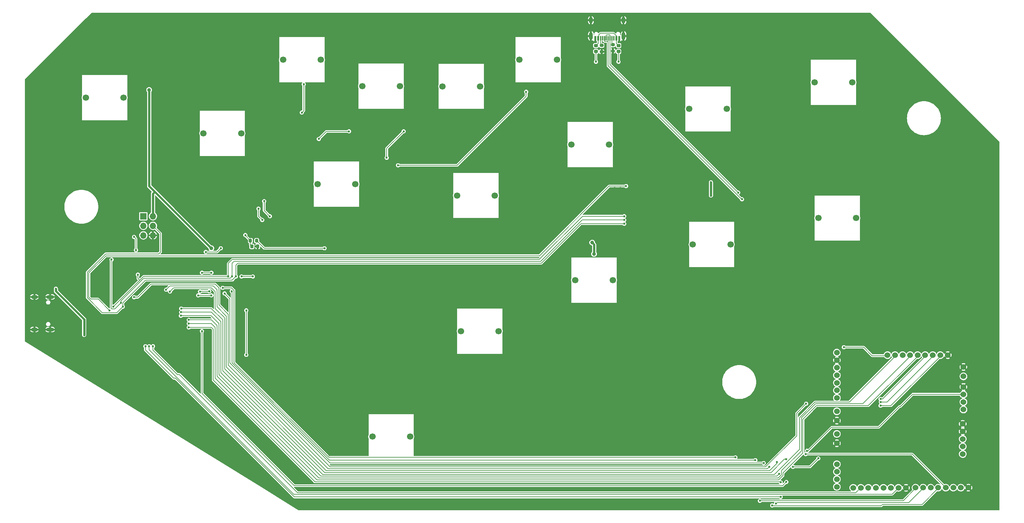
<source format=gbr>
%TF.GenerationSoftware,KiCad,Pcbnew,8.0.8*%
%TF.CreationDate,2025-04-25T11:22:14-07:00*%
%TF.ProjectId,MainBoard_BrooksP5Mini,4d61696e-426f-4617-9264-5f42726f6f6b,rev?*%
%TF.SameCoordinates,Original*%
%TF.FileFunction,Copper,L1,Top*%
%TF.FilePolarity,Positive*%
%FSLAX46Y46*%
G04 Gerber Fmt 4.6, Leading zero omitted, Abs format (unit mm)*
G04 Created by KiCad (PCBNEW 8.0.8) date 2025-04-25 11:22:14*
%MOMM*%
%LPD*%
G01*
G04 APERTURE LIST*
G04 Aperture macros list*
%AMRoundRect*
0 Rectangle with rounded corners*
0 $1 Rounding radius*
0 $2 $3 $4 $5 $6 $7 $8 $9 X,Y pos of 4 corners*
0 Add a 4 corners polygon primitive as box body*
4,1,4,$2,$3,$4,$5,$6,$7,$8,$9,$2,$3,0*
0 Add four circle primitives for the rounded corners*
1,1,$1+$1,$2,$3*
1,1,$1+$1,$4,$5*
1,1,$1+$1,$6,$7*
1,1,$1+$1,$8,$9*
0 Add four rect primitives between the rounded corners*
20,1,$1+$1,$2,$3,$4,$5,0*
20,1,$1+$1,$4,$5,$6,$7,0*
20,1,$1+$1,$6,$7,$8,$9,0*
20,1,$1+$1,$8,$9,$2,$3,0*%
G04 Aperture macros list end*
%TA.AperFunction,WasherPad*%
%ADD10C,1.700000*%
%TD*%
%TA.AperFunction,ComponentPad*%
%ADD11R,1.700000X1.700000*%
%TD*%
%TA.AperFunction,ComponentPad*%
%ADD12O,1.700000X1.700000*%
%TD*%
%TA.AperFunction,SMDPad,CuDef*%
%ADD13RoundRect,0.218750X0.256250X-0.218750X0.256250X0.218750X-0.256250X0.218750X-0.256250X-0.218750X0*%
%TD*%
%TA.AperFunction,SMDPad,CuDef*%
%ADD14RoundRect,0.200000X0.275000X-0.200000X0.275000X0.200000X-0.275000X0.200000X-0.275000X-0.200000X0*%
%TD*%
%TA.AperFunction,SMDPad,CuDef*%
%ADD15RoundRect,0.200000X-0.275000X0.200000X-0.275000X-0.200000X0.275000X-0.200000X0.275000X0.200000X0*%
%TD*%
%TA.AperFunction,SMDPad,CuDef*%
%ADD16R,0.600000X1.150000*%
%TD*%
%TA.AperFunction,SMDPad,CuDef*%
%ADD17R,0.300000X1.150000*%
%TD*%
%TA.AperFunction,ComponentPad*%
%ADD18O,1.000000X2.100000*%
%TD*%
%TA.AperFunction,ComponentPad*%
%ADD19O,1.000000X1.800000*%
%TD*%
%TA.AperFunction,SMDPad,CuDef*%
%ADD20RoundRect,0.225000X0.225000X0.250000X-0.225000X0.250000X-0.225000X-0.250000X0.225000X-0.250000X0*%
%TD*%
%TA.AperFunction,ComponentPad*%
%ADD21C,1.524000*%
%TD*%
%TA.AperFunction,SMDPad,CuDef*%
%ADD22RoundRect,0.200000X0.200000X0.275000X-0.200000X0.275000X-0.200000X-0.275000X0.200000X-0.275000X0*%
%TD*%
%TA.AperFunction,ComponentPad*%
%ADD23O,2.100000X1.000000*%
%TD*%
%TA.AperFunction,ComponentPad*%
%ADD24O,1.800000X1.000000*%
%TD*%
%TA.AperFunction,ViaPad*%
%ADD25C,0.600000*%
%TD*%
%TA.AperFunction,ViaPad*%
%ADD26C,1.000000*%
%TD*%
%TA.AperFunction,Conductor*%
%ADD27C,0.200000*%
%TD*%
%TA.AperFunction,Conductor*%
%ADD28C,0.600000*%
%TD*%
G04 APERTURE END LIST*
D10*
%TO.P,U34,*%
%TO.N,*%
X231000000Y-72000000D03*
X241000000Y-72000000D03*
%TD*%
%TO.P,U35,*%
%TO.N,*%
X230000000Y-36000003D03*
X240000000Y-36000003D03*
%TD*%
%TO.P,U31,*%
%TO.N,*%
X196700000Y-43050002D03*
X206700000Y-43050002D03*
%TD*%
%TO.P,U30,*%
%TO.N,*%
X197700000Y-79000000D03*
X207700000Y-79000000D03*
%TD*%
%TO.P,U27,*%
%TO.N,*%
X165500000Y-52500003D03*
X175500000Y-52500003D03*
%TD*%
%TO.P,U26,*%
%TO.N,*%
X166500000Y-88450001D03*
X176500000Y-88450001D03*
%TD*%
%TO.P,U22,*%
%TO.N,*%
X136200000Y-102000000D03*
X146200000Y-102000000D03*
%TD*%
%TO.P,U23,*%
%TO.N,*%
X135200000Y-66000000D03*
X145200000Y-66000000D03*
%TD*%
%TO.P,U32,*%
%TO.N,*%
X112700000Y-130000000D03*
X122700000Y-130000000D03*
%TD*%
%TO.P,U28,*%
%TO.N,*%
X98200000Y-63000000D03*
X108200000Y-63000000D03*
%TD*%
%TO.P,U24,*%
%TO.N,*%
X67900000Y-49500003D03*
X77900000Y-49500003D03*
%TD*%
%TO.P,U2,*%
%TO.N,*%
X36700000Y-40050002D03*
X46700000Y-40050002D03*
%TD*%
%TO.P,U21,*%
%TO.N,*%
X89000000Y-30000000D03*
X99000000Y-30000000D03*
%TD*%
%TO.P,U25,*%
%TO.N,*%
X110000000Y-37000000D03*
X120000000Y-37000000D03*
%TD*%
%TO.P,U29,*%
%TO.N,*%
X131300000Y-37050002D03*
X141300000Y-37050002D03*
%TD*%
%TO.P,U33,*%
%TO.N,*%
X151700000Y-30000000D03*
X161700000Y-30000000D03*
%TD*%
D11*
%TO.P,J2,1,Pin_1*%
%TO.N,MISO*%
X51960000Y-71500000D03*
D12*
%TO.P,J2,2,Pin_2*%
%TO.N,VCC*%
X54500000Y-71500000D03*
%TO.P,J2,3,Pin_3*%
%TO.N,SCLK*%
X51960000Y-74040000D03*
%TO.P,J2,4,Pin_4*%
%TO.N,MOSI*%
X54500000Y-74040000D03*
%TO.P,J2,5,Pin_5*%
%TO.N,/RST*%
X51960000Y-76580000D03*
%TO.P,J2,6,Pin_6*%
%TO.N,GND*%
X54500000Y-76580000D03*
%TD*%
D13*
%TO.P,D4,1,K*%
%TO.N,VCC*%
X172000000Y-27787500D03*
%TO.P,D4,2,A*%
%TO.N,Net-(D3-A)*%
X172000000Y-26212500D03*
%TD*%
D14*
%TO.P,R1,1*%
%TO.N,GND*%
X176500000Y-27650000D03*
%TO.P,R1,2*%
%TO.N,Net-(J3-CC1)*%
X176500000Y-26000000D03*
%TD*%
D15*
%TO.P,R15,1*%
%TO.N,Net-(J3-CC2)*%
X173500000Y-26175000D03*
%TO.P,R15,2*%
%TO.N,GND*%
X173500000Y-27825000D03*
%TD*%
D16*
%TO.P,J3,A1_B12,GND*%
%TO.N,GND*%
X178200000Y-24255000D03*
%TO.P,J3,A4_B9,VBUS*%
%TO.N,Net-(D3-A)*%
X177400000Y-24255000D03*
D17*
%TO.P,J3,A5,CC1*%
%TO.N,Net-(J3-CC1)*%
X176250000Y-24255000D03*
%TO.P,J3,A6,DP1*%
%TO.N,/D+_Brooks*%
X175250000Y-24255000D03*
%TO.P,J3,A7,DN1*%
%TO.N,/D-_Brooks*%
X174750000Y-24255000D03*
%TO.P,J3,A8,SBU1*%
%TO.N,unconnected-(J3-SBU1-PadA8)*%
X173750000Y-24255000D03*
D16*
%TO.P,J3,B1_A12,GND__1*%
%TO.N,GND*%
X171800000Y-24255000D03*
%TO.P,J3,B4_A9,VBUS__1*%
%TO.N,Net-(D3-A)*%
X172600000Y-24255000D03*
D17*
%TO.P,J3,B5,CC2*%
%TO.N,Net-(J3-CC2)*%
X173250000Y-24255000D03*
%TO.P,J3,B6,DP2*%
%TO.N,/D+_Brooks*%
X174250000Y-24255000D03*
%TO.P,J3,B7,DN2*%
%TO.N,/D-_Brooks*%
X175750000Y-24255000D03*
%TO.P,J3,B8,SBU2*%
%TO.N,unconnected-(J3-SBU2-PadB8)*%
X176750000Y-24255000D03*
D18*
%TO.P,J3,SH1,SHELL_GND*%
%TO.N,GND*%
X179320000Y-23680000D03*
%TO.P,J3,SH2,SHELL_GND__1*%
X170680000Y-23680000D03*
D19*
%TO.P,J3,SH3,SHELL_GND__2*%
X179320000Y-19500000D03*
%TO.P,J3,SH4,SHELL_GND__3*%
X170680000Y-19500000D03*
%TD*%
D13*
%TO.P,D3,1,K*%
%TO.N,VCC*%
X178000000Y-27787500D03*
%TO.P,D3,2,A*%
%TO.N,Net-(D3-A)*%
X178000000Y-26212500D03*
%TD*%
D20*
%TO.P,C40,1*%
%TO.N,GND*%
X82275000Y-79500000D03*
%TO.P,C40,2*%
%TO.N,Net-(U3-IN3)*%
X80725000Y-79500000D03*
%TD*%
D21*
%TO.P,U36,1,GND*%
%TO.N,GND*%
X269490000Y-116800000D03*
%TO.P,U36,2,Turbo_KEY*%
%TO.N,/TURBO*%
X269490000Y-118800000D03*
%TO.P,U36,3,Turbo_LED*%
%TO.N,unconnected-(U36-Turbo_LED-Pad3)*%
X269490000Y-120800000D03*
%TO.P,U36,4,VDD_3.3V*%
%TO.N,unconnected-(U36-VDD_3.3V-Pad4)*%
X269490000Y-122800000D03*
%TO.P,U36,5,GND*%
%TO.N,GND*%
X269310000Y-126600000D03*
%TO.P,U36,6,GND*%
X269310000Y-128600000D03*
%TO.P,U36,7,D+*%
%TO.N,/D+_Brooks*%
X269310000Y-130600000D03*
%TO.P,U36,8,D-*%
%TO.N,/D-_Brooks*%
X269310000Y-132600000D03*
%TO.P,U36,9,VDD_*%
%TO.N,unconnected-(U36-VDD_-Pad9)*%
X269310000Y-134600000D03*
%TO.P,U36,10,GND*%
%TO.N,GND*%
X270790000Y-143540000D03*
%TO.P,U36,11,3P*%
%TO.N,/HP*%
X268790000Y-143540000D03*
%TO.P,U36,12,R3*%
%TO.N,unconnected-(U36-R3-Pad12)*%
X266790000Y-143540000D03*
%TO.P,U36,13,2P*%
%TO.N,/MP*%
X264790000Y-143540000D03*
%TO.P,U36,14,1P*%
%TO.N,/LP*%
X262790000Y-143540000D03*
%TO.P,U36,15,2K*%
%TO.N,/MK*%
X260790000Y-143540000D03*
%TO.P,U36,16,1K*%
%TO.N,/LK*%
X258790000Y-143540000D03*
%TO.P,U36,17,SHARE/SELECT*%
%TO.N,/SELECT*%
X256790000Y-143540000D03*
%TO.P,U36,18,GND*%
%TO.N,GND*%
X254250000Y-143560000D03*
%TO.P,U36,19,3K*%
%TO.N,/HK*%
X252250000Y-143560000D03*
%TO.P,U36,20,ADC_Ry*%
%TO.N,unconnected-(U36-ADC_Ry-Pad20)*%
X250250000Y-143560000D03*
%TO.P,U36,21,ADC_Rx*%
%TO.N,unconnected-(U36-ADC_Rx-Pad21)*%
X248250000Y-143560000D03*
%TO.P,U36,22,ADC_Ly*%
%TO.N,unconnected-(U36-ADC_Ly-Pad22)*%
X246250000Y-143560000D03*
%TO.P,U36,23,ADC_Lx*%
%TO.N,unconnected-(U36-ADC_Lx-Pad23)*%
X244250000Y-143560000D03*
%TO.P,U36,24,4K*%
%TO.N,/SHK*%
X242250000Y-143560000D03*
%TO.P,U36,25,VDD_3.3V*%
%TO.N,unconnected-(U36-VDD_3.3V-Pad25)*%
X240250000Y-143560000D03*
%TO.P,U36,26,VDD_5V*%
%TO.N,unconnected-(U36-VDD_5V-Pad26)*%
X235900000Y-143300000D03*
%TO.P,U36,27,LED_B*%
%TO.N,unconnected-(U36-LED_B-Pad27)*%
X235900000Y-141300000D03*
%TO.P,U36,28,LED_R*%
%TO.N,unconnected-(U36-LED_R-Pad28)*%
X235900000Y-139300000D03*
%TO.P,U36,29,LED_G*%
%TO.N,unconnected-(U36-LED_G-Pad29)*%
X235900000Y-137300000D03*
%TO.P,U36,30,GND*%
%TO.N,GND*%
X235900000Y-131750000D03*
%TO.P,U36,31,RS*%
%TO.N,unconnected-(U36-RS-Pad31)*%
X235900000Y-129250000D03*
%TO.P,U36,32,GND*%
%TO.N,GND*%
X235900000Y-125750000D03*
%TO.P,U36,33,LS*%
%TO.N,unconnected-(U36-LS-Pad33)*%
X235900000Y-123250000D03*
%TO.P,U36,34,VDD_3.3V*%
%TO.N,unconnected-(U36-VDD_3.3V-Pad34)*%
X235900000Y-119710000D03*
%TO.P,U36,35,TP_RESET*%
%TO.N,unconnected-(U36-TP_RESET-Pad35)*%
X235900000Y-117710000D03*
%TO.P,U36,36,I2C0_SDA*%
%TO.N,unconnected-(U36-I2C0_SDA-Pad36)*%
X235900000Y-115710000D03*
%TO.P,U36,37,I2C0_SCL*%
%TO.N,unconnected-(U36-I2C0_SCL-Pad37)*%
X235900000Y-113710000D03*
%TO.P,U36,38,TP_INT*%
%TO.N,unconnected-(U36-TP_INT-Pad38)*%
X235900000Y-111710000D03*
%TO.P,U36,39,GND*%
%TO.N,GND*%
X235900000Y-109710000D03*
%TO.P,U36,40,TouchPad*%
%TO.N,unconnected-(U36-TouchPad-Pad40)*%
X235900000Y-107710000D03*
%TO.P,U36,41,HOME*%
%TO.N,/HOME*%
X249330000Y-108350000D03*
%TO.P,U36,42,4P*%
%TO.N,/SHP*%
X251330000Y-108350000D03*
%TO.P,U36,43,L3*%
%TO.N,unconnected-(U36-L3-Pad43)*%
X253330000Y-108350000D03*
%TO.P,U36,44,UP*%
%TO.N,/U*%
X255330000Y-108350000D03*
%TO.P,U36,45,DOWN*%
%TO.N,/D*%
X257330000Y-108350000D03*
%TO.P,U36,46,LEFT*%
%TO.N,/L*%
X259330000Y-108350000D03*
%TO.P,U36,47,RIGHT*%
%TO.N,/R*%
X261330000Y-108350000D03*
%TO.P,U36,48,OPTIONS*%
%TO.N,/START*%
X263330000Y-108350000D03*
%TO.P,U36,49,GND*%
%TO.N,GND*%
X265330000Y-108350000D03*
%TO.P,U36,50,GND*%
X269490000Y-111500000D03*
%TO.P,U36,51,SOCD_MODE*%
%TO.N,unconnected-(U36-SOCD_MODE-Pad51)*%
X269490000Y-114000000D03*
%TD*%
D22*
%TO.P,R32,1*%
%TO.N,SELECTA*%
X82000000Y-78000000D03*
%TO.P,R32,2*%
%TO.N,Net-(U3-IN3)*%
X80350000Y-78000000D03*
%TD*%
D23*
%TO.P,J1,SH1,SHELL_GND*%
%TO.N,GND*%
X27220000Y-101560000D03*
%TO.P,J1,SH2,SHELL_GND__1*%
X27220000Y-92920000D03*
D24*
%TO.P,J1,SH3,SHELL_GND__2*%
X23040000Y-101560000D03*
%TO.P,J1,SH4,SHELL_GND__3*%
X23040000Y-92920000D03*
%TD*%
D25*
%TO.N,VCC*%
X28750000Y-90750000D03*
X36250000Y-103000000D03*
%TO.N,GND*%
X184500000Y-91000000D03*
X186000000Y-91000000D03*
X87000000Y-53500000D03*
X153000000Y-52500000D03*
X57500000Y-94500000D03*
X129000000Y-60000000D03*
X180500000Y-45000000D03*
X216500000Y-73500000D03*
X175500000Y-67000000D03*
X128000000Y-61500000D03*
X216000000Y-39500000D03*
X128000000Y-62500000D03*
X215000000Y-39500000D03*
X164500000Y-96500000D03*
X50500000Y-83500000D03*
X187500000Y-91000000D03*
X87000000Y-57500000D03*
X186000000Y-88000000D03*
X216000000Y-36500000D03*
X59500000Y-46000000D03*
X192500000Y-73500000D03*
X114000000Y-64000000D03*
X216500000Y-75000000D03*
X190500000Y-77500000D03*
X182000000Y-43500000D03*
X153000000Y-106000000D03*
X157000000Y-52500000D03*
X216000000Y-38000000D03*
X93000000Y-110000000D03*
X141000000Y-124500000D03*
X55500000Y-101500000D03*
X155000000Y-52500000D03*
X57500000Y-107000000D03*
X89000000Y-55500000D03*
X159000000Y-52500000D03*
X131500000Y-99500000D03*
X130000000Y-62500000D03*
X194000000Y-85500000D03*
X187500000Y-89500000D03*
X139500000Y-127000000D03*
X58000000Y-47500000D03*
X175500000Y-75500000D03*
X85000000Y-55500000D03*
X60000000Y-93000000D03*
X214000000Y-38000000D03*
X199000000Y-52500000D03*
X89000000Y-53500000D03*
X228500000Y-66500000D03*
X186000000Y-89500000D03*
X37500000Y-96500000D03*
X178500000Y-64000000D03*
X159000000Y-54500000D03*
X180500000Y-42000000D03*
X119000000Y-70000000D03*
X55500000Y-99000000D03*
X46000000Y-107000000D03*
X130000000Y-61500000D03*
X52500000Y-99000000D03*
X225500000Y-69000000D03*
X155000000Y-58500000D03*
X141000000Y-127000000D03*
X213500000Y-76500000D03*
X34500000Y-52500000D03*
X36000000Y-52500000D03*
X157000000Y-58500000D03*
X177000000Y-67000000D03*
X213500000Y-75000000D03*
X190500000Y-73500000D03*
X116500000Y-68000000D03*
X216500000Y-76500000D03*
X214000000Y-36500000D03*
X187500000Y-88000000D03*
X36000000Y-95000000D03*
X213500000Y-73500000D03*
X128000000Y-60000000D03*
X33500000Y-100000000D03*
X157000000Y-54500000D03*
X89000000Y-57500000D03*
X138000000Y-122500000D03*
X175500000Y-65500000D03*
X177000000Y-64000000D03*
X35000000Y-88500000D03*
X116500000Y-66500000D03*
X59500000Y-49000000D03*
X61000000Y-47500000D03*
X36000000Y-54500000D03*
X194500000Y-73500000D03*
X87000000Y-55500000D03*
X93000000Y-111500000D03*
X76000000Y-90000000D03*
X37500000Y-51000000D03*
X94500000Y-108500000D03*
X139500000Y-122500000D03*
X91500000Y-111500000D03*
X116500000Y-70000000D03*
X191500000Y-60500000D03*
X184500000Y-89500000D03*
X119000000Y-68000000D03*
X153000000Y-54500000D03*
X64500000Y-94000000D03*
X51000000Y-109000000D03*
X178500000Y-65500000D03*
X194500000Y-75500000D03*
X159000000Y-56500000D03*
X114000000Y-66500000D03*
X77500000Y-93500000D03*
X62000000Y-91500000D03*
X72000000Y-120000000D03*
X65000000Y-110500000D03*
X129000000Y-62500000D03*
X74000000Y-121500000D03*
X155000000Y-56500000D03*
X182000000Y-45000000D03*
X52500000Y-102000000D03*
X139500000Y-124500000D03*
X130000000Y-60000000D03*
X34500000Y-51000000D03*
X66500000Y-114000000D03*
X73500000Y-95000000D03*
X190500000Y-75500000D03*
X33500000Y-95000000D03*
X215000000Y-76500000D03*
X54000000Y-94500000D03*
X58000000Y-46000000D03*
X215000000Y-38000000D03*
X177000000Y-77000000D03*
X37500000Y-52500000D03*
X138000000Y-127000000D03*
X37500000Y-54500000D03*
X91500000Y-110000000D03*
X40000000Y-90000000D03*
X180500000Y-43500000D03*
X85000000Y-53500000D03*
X215000000Y-75000000D03*
X177000000Y-65500000D03*
X108500000Y-125000000D03*
X47500000Y-99500000D03*
X153000000Y-56500000D03*
X129000000Y-61500000D03*
X58000000Y-49000000D03*
X228500000Y-69000000D03*
X93000000Y-108500000D03*
X91500000Y-108500000D03*
X225500000Y-66500000D03*
X147000000Y-112000000D03*
X94500000Y-111500000D03*
X184500000Y-88000000D03*
X59500000Y-47500000D03*
X108500000Y-133500000D03*
X222500000Y-69000000D03*
X157000000Y-56500000D03*
X183500000Y-42000000D03*
X138000000Y-124500000D03*
X181000000Y-81500000D03*
X36000000Y-51000000D03*
X34500000Y-54500000D03*
X39500000Y-98000000D03*
X194500000Y-77500000D03*
X222500000Y-66500000D03*
X81000000Y-113500000D03*
X155000000Y-54500000D03*
X151000000Y-87500000D03*
X85000000Y-57500000D03*
X175500000Y-77000000D03*
X61500000Y-84500000D03*
X192500000Y-75500000D03*
X94500000Y-110000000D03*
X65500000Y-85000000D03*
X159000000Y-58500000D03*
X61000000Y-46000000D03*
X183500000Y-43500000D03*
X222500000Y-64000000D03*
X189000000Y-59000000D03*
X141000000Y-122500000D03*
X128500000Y-127500000D03*
X215000000Y-73500000D03*
X225500000Y-64000000D03*
X153000000Y-58500000D03*
X182000000Y-42000000D03*
X192500000Y-77500000D03*
X116500000Y-64000000D03*
X177000000Y-75500000D03*
X61000000Y-49000000D03*
X214000000Y-39500000D03*
X215000000Y-36500000D03*
X69500000Y-95000000D03*
X228500000Y-64000000D03*
X178500000Y-67000000D03*
X183500000Y-45000000D03*
X178500000Y-75500000D03*
D26*
%TO.N,VCC*%
X171000000Y-78500000D03*
D25*
X178000000Y-30500000D03*
D26*
X171500000Y-81500000D03*
D25*
X202500000Y-66000000D03*
X202500000Y-62500000D03*
D26*
X53500000Y-38000000D03*
D25*
X172000000Y-30500000D03*
D26*
X70000000Y-80000000D03*
D25*
%TO.N,SCLK*%
X74500000Y-87500000D03*
X49500000Y-77000000D03*
X179500000Y-71500000D03*
X44000000Y-95500000D03*
X50000000Y-80500000D03*
X50500000Y-87000000D03*
%TO.N,MOSI*%
X179500000Y-73500000D03*
X76500000Y-87500000D03*
X46500000Y-95500000D03*
%TO.N,NOT_CS1*%
X180000000Y-63500000D03*
X43000000Y-96500000D03*
%TO.N,MISO*%
X179500000Y-72500000D03*
X46000000Y-94500000D03*
X75500000Y-87500000D03*
X43500000Y-83000000D03*
%TO.N,UA*%
X79274999Y-108274999D03*
X79274999Y-96500000D03*
%TO.N,HOMEA*%
X106500000Y-49000000D03*
X98500000Y-51000000D03*
X85500000Y-71500000D03*
X84000000Y-67500000D03*
%TO.N,SELECTA*%
X153500000Y-38500000D03*
X119500000Y-58000000D03*
X100000000Y-80000000D03*
%TO.N,TURBOA*%
X121000000Y-49000000D03*
X116500000Y-56000000D03*
%TO.N,NOT_CS2*%
X68500000Y-81000000D03*
X72500000Y-80000000D03*
%TO.N,STARTA*%
X94500000Y-36500000D03*
X83500000Y-72500000D03*
X82500000Y-69500000D03*
X94000000Y-44000000D03*
%TO.N,/TURBO*%
X216500000Y-137000000D03*
X66500000Y-92500000D03*
X70000000Y-92500000D03*
X228000000Y-133750000D03*
X73500000Y-92000000D03*
%TO.N,/SELECT*%
X73000000Y-90500000D03*
X209000000Y-135500000D03*
X215500000Y-147000000D03*
X70000000Y-86500000D03*
X67500000Y-86500000D03*
%TO.N,/HK*%
X53500000Y-106000000D03*
%TO.N,/D*%
X64000000Y-100000000D03*
%TO.N,/SHK*%
X54500000Y-106000000D03*
%TO.N,/MK*%
X221000000Y-146000000D03*
X52500000Y-106000000D03*
%TO.N,/MP*%
X222500000Y-136000000D03*
X227629413Y-134629413D03*
X62000000Y-96000000D03*
%TO.N,/L*%
X227750000Y-121250000D03*
X247500000Y-120000000D03*
X49500000Y-93000000D03*
%TO.N,/HP*%
X231000000Y-135750000D03*
X224250000Y-138000000D03*
X220000000Y-136750000D03*
X59000000Y-91500000D03*
%TO.N,/SHP*%
X61971446Y-96971446D03*
%TO.N,/LK*%
X220625000Y-139875000D03*
X219750000Y-147750000D03*
X61896446Y-97896446D03*
%TO.N,/R*%
X247549265Y-120799265D03*
X64000000Y-101000000D03*
X221012466Y-142094889D03*
%TO.N,/START*%
X67500000Y-102000000D03*
X222500000Y-142000000D03*
X247500000Y-121750000D03*
%TO.N,/LP*%
X218750000Y-148250000D03*
X58000000Y-91000000D03*
X218000000Y-138000000D03*
%TO.N,/HOME*%
X75400000Y-91400000D03*
X237750000Y-106250000D03*
X214282843Y-136217157D03*
X67000000Y-91500000D03*
X69434313Y-91400000D03*
%TO.N,/U*%
X64000000Y-99000000D03*
%TO.N,Net-(U3-IN7)*%
X81000000Y-87500000D03*
X78000000Y-87500000D03*
%TO.N,Net-(U3-IN3)*%
X79000000Y-76500000D03*
%TO.N,/D-_Brooks*%
X209750000Y-65250000D03*
%TO.N,/D+_Brooks*%
X210750000Y-67000000D03*
%TD*%
D27*
%TO.N,Net-(D3-A)*%
X177400000Y-23650000D02*
X177400000Y-24255000D01*
X176730000Y-22980000D02*
X177400000Y-23650000D01*
X172800000Y-23380000D02*
X173200000Y-22980000D01*
X173200000Y-22980000D02*
X176730000Y-22980000D01*
X172800000Y-24055000D02*
X172800000Y-23380000D01*
X172600000Y-24255000D02*
X172800000Y-24055000D01*
D28*
%TO.N,VCC*%
X28750000Y-91381371D02*
X28750000Y-90750000D01*
X36250000Y-103000000D02*
X36250000Y-98881371D01*
X36250000Y-98881371D02*
X28750000Y-91381371D01*
X55000000Y-65000000D02*
X54500000Y-65500000D01*
X202500000Y-66000000D02*
X202500000Y-62500000D01*
X70000000Y-80000000D02*
X55000000Y-65000000D01*
X171500000Y-79000000D02*
X171000000Y-78500000D01*
X53500000Y-63500000D02*
X53500000Y-38000000D01*
D27*
X178000000Y-27787500D02*
X178000000Y-30500000D01*
D28*
X171500000Y-81500000D02*
X171500000Y-79000000D01*
X54500000Y-65500000D02*
X54500000Y-71500000D01*
D27*
X172000000Y-27787500D02*
X172000000Y-30500000D01*
D28*
X55000000Y-65000000D02*
X53500000Y-63500000D01*
D27*
%TO.N,SCLK*%
X74500000Y-87500000D02*
X52000000Y-87500000D01*
X168462132Y-71500000D02*
X179500000Y-71500000D01*
X75500000Y-83000000D02*
X156962132Y-83000000D01*
X49500000Y-77000000D02*
X50000000Y-77500000D01*
X50500000Y-87000000D02*
X50500000Y-88000000D01*
X74500000Y-84000000D02*
X75500000Y-83000000D01*
X156962132Y-83000000D02*
X168462132Y-71500000D01*
X52000000Y-87500000D02*
X44000000Y-95500000D01*
X74500000Y-87500000D02*
X74500000Y-84000000D01*
X50500000Y-88000000D02*
X50967157Y-88467157D01*
X50000000Y-77500000D02*
X50000000Y-80500000D01*
%TO.N,MOSI*%
X44900000Y-97100000D02*
X41034314Y-97100000D01*
X56500000Y-81000000D02*
X56500000Y-76040000D01*
X41034314Y-97100000D02*
X37100000Y-93165686D01*
X37100000Y-93165686D02*
X37100000Y-86334314D01*
X76500000Y-84500000D02*
X76500000Y-87500000D01*
X56500000Y-76040000D02*
X54500000Y-74040000D01*
X77000000Y-84000000D02*
X76500000Y-84500000D01*
X46500000Y-94500000D02*
X46500000Y-95500000D01*
X56000000Y-81500000D02*
X56500000Y-81000000D01*
X76500000Y-87500000D02*
X75500000Y-88500000D01*
X75500000Y-88500000D02*
X52500000Y-88500000D01*
X157500000Y-84000000D02*
X77000000Y-84000000D01*
X168000000Y-73500000D02*
X157500000Y-84000000D01*
X41934314Y-81500000D02*
X56000000Y-81500000D01*
X46500000Y-95500000D02*
X44900000Y-97100000D01*
X37100000Y-86334314D02*
X41934314Y-81500000D01*
X52500000Y-88500000D02*
X46500000Y-94500000D01*
X179500000Y-73500000D02*
X168000000Y-73500000D01*
%TO.N,NOT_CS1*%
X37500000Y-86500000D02*
X37500000Y-93000000D01*
X157000000Y-82000000D02*
X42000000Y-82000000D01*
X38000000Y-93500000D02*
X40000000Y-93500000D01*
X40000000Y-93500000D02*
X43000000Y-96500000D01*
X37500000Y-93000000D02*
X38000000Y-93500000D01*
X175500000Y-63500000D02*
X157000000Y-82000000D01*
X42000000Y-82000000D02*
X37500000Y-86500000D01*
X180000000Y-63500000D02*
X175500000Y-63500000D01*
%TO.N,MISO*%
X43400000Y-95900000D02*
X43400000Y-83100000D01*
X43600000Y-96100000D02*
X43400000Y-95900000D01*
X43400000Y-83100000D02*
X43500000Y-83000000D01*
X179500000Y-72500000D02*
X168348528Y-72500000D01*
X44400000Y-96100000D02*
X43600000Y-96100000D01*
X75000000Y-88000000D02*
X52000000Y-88000000D01*
X46000000Y-94500000D02*
X44400000Y-96100000D01*
X75500000Y-84000000D02*
X75500000Y-87500000D01*
X75500000Y-87500000D02*
X75000000Y-88000000D01*
X46000000Y-94000000D02*
X46000000Y-94500000D01*
X168348528Y-72500000D02*
X157348528Y-83500000D01*
X157348528Y-83500000D02*
X76000000Y-83500000D01*
X76000000Y-83500000D02*
X75500000Y-84000000D01*
X52000000Y-88000000D02*
X46000000Y-94000000D01*
%TO.N,UA*%
X79274999Y-96500000D02*
X79274999Y-108274999D01*
%TO.N,HOMEA*%
X84000000Y-70000000D02*
X85500000Y-71500000D01*
X100500000Y-49000000D02*
X98500000Y-51000000D01*
X106500000Y-49000000D02*
X100500000Y-49000000D01*
X84000000Y-67500000D02*
X84000000Y-70000000D01*
%TO.N,SELECTA*%
X135207107Y-58000000D02*
X119500000Y-58000000D01*
X84000000Y-80000000D02*
X100000000Y-80000000D01*
X82000000Y-78000000D02*
X84000000Y-80000000D01*
X153500000Y-38500000D02*
X153500000Y-39707107D01*
X153500000Y-39707107D02*
X135207107Y-58000000D01*
%TO.N,TURBOA*%
X121000000Y-49000000D02*
X116500000Y-53500000D01*
X116500000Y-53500000D02*
X116500000Y-56000000D01*
%TO.N,NOT_CS2*%
X68500000Y-81000000D02*
X71500000Y-81000000D01*
X71500000Y-81000000D02*
X72500000Y-80000000D01*
%TO.N,STARTA*%
X82500000Y-69500000D02*
X82500000Y-71500000D01*
X94500000Y-43500000D02*
X94000000Y-44000000D01*
X82500000Y-71500000D02*
X83500000Y-72500000D01*
X94500000Y-36500000D02*
X94500000Y-43500000D01*
%TO.N,/TURBO*%
X101500000Y-137000000D02*
X216000000Y-137000000D01*
X256000000Y-118750000D02*
X252750000Y-122000000D01*
X74900000Y-93400000D02*
X74900000Y-110400000D01*
X252750000Y-122000000D02*
X252500000Y-122000000D01*
X247000000Y-127500000D02*
X234500000Y-127500000D01*
X216000000Y-137000000D02*
X216500000Y-137000000D01*
X74900000Y-110400000D02*
X101500000Y-137000000D01*
X269750000Y-118750000D02*
X256000000Y-118750000D01*
X70000000Y-92500000D02*
X66500000Y-92500000D01*
X234500000Y-127500000D02*
X228250000Y-133750000D01*
X228250000Y-133750000D02*
X228000000Y-133750000D01*
X252500000Y-122000000D02*
X247000000Y-127500000D01*
X73500000Y-92000000D02*
X74900000Y-93400000D01*
%TO.N,/SELECT*%
X76000000Y-91151471D02*
X76000000Y-110368628D01*
X220250000Y-147000000D02*
X215500000Y-147000000D01*
X256790000Y-143710000D02*
X253500000Y-147000000D01*
X67500000Y-86500000D02*
X70000000Y-86500000D01*
X101131372Y-135500000D02*
X209000000Y-135500000D01*
X73000000Y-90500000D02*
X75348529Y-90500000D01*
X256790000Y-143540000D02*
X256790000Y-143710000D01*
X76000000Y-110368628D02*
X101131372Y-135500000D01*
X253500000Y-147000000D02*
X220250000Y-147000000D01*
X75348529Y-90500000D02*
X76000000Y-91151471D01*
%TO.N,/HK*%
X53500000Y-106934314D02*
X91815686Y-145250000D01*
X91815686Y-145250000D02*
X250560000Y-145250000D01*
X250560000Y-145250000D02*
X252250000Y-143560000D01*
X53500000Y-106000000D02*
X53500000Y-106934314D01*
%TO.N,/D*%
X230500000Y-121750000D02*
X226900000Y-125350000D01*
X71000000Y-101000000D02*
X70000000Y-100000000D01*
X221625000Y-140289215D02*
X220414215Y-141500000D01*
X71000000Y-114500000D02*
X71000000Y-101000000D01*
X244250000Y-121750000D02*
X230500000Y-121750000D01*
X98000000Y-141500000D02*
X71000000Y-114500000D01*
X70000000Y-100000000D02*
X64000000Y-100000000D01*
X257330000Y-108670000D02*
X244250000Y-121750000D01*
X257330000Y-108350000D02*
X257330000Y-108670000D01*
X221625000Y-139625000D02*
X221625000Y-140289215D01*
X226900000Y-134350000D02*
X221625000Y-139625000D01*
X220414215Y-141500000D02*
X98000000Y-141500000D01*
X226900000Y-125350000D02*
X226900000Y-134350000D01*
%TO.N,/SHK*%
X54500000Y-107000000D02*
X61000000Y-113500000D01*
X240960000Y-144850000D02*
X242250000Y-143560000D01*
X61000000Y-113500000D02*
X61500000Y-113500000D01*
X61500000Y-113500000D02*
X92850000Y-144850000D01*
X54500000Y-106000000D02*
X54500000Y-107000000D01*
X92850000Y-144850000D02*
X240960000Y-144850000D01*
%TO.N,/MK*%
X221000000Y-146000000D02*
X92000000Y-146000000D01*
X52500000Y-107000000D02*
X52500000Y-106000000D01*
X60500000Y-114500000D02*
X60000000Y-114500000D01*
X60000000Y-114500000D02*
X52500000Y-107000000D01*
X92000000Y-146000000D02*
X60500000Y-114500000D01*
%TO.N,/MP*%
X73000000Y-112500000D02*
X100000000Y-139500000D01*
X62000000Y-96000000D02*
X70000000Y-96000000D01*
X100000000Y-139500000D02*
X218500000Y-139500000D01*
X222000000Y-136000000D02*
X222500000Y-136000000D01*
X73000000Y-99000000D02*
X73000000Y-112500000D01*
X227629413Y-134629413D02*
X255879413Y-134629413D01*
X70000000Y-96000000D02*
X73000000Y-99000000D01*
X218500000Y-139500000D02*
X222000000Y-136000000D01*
X255879413Y-134629413D02*
X264790000Y-143540000D01*
%TO.N,/L*%
X225250000Y-129750000D02*
X217000000Y-138000000D01*
X72000000Y-95000000D02*
X72000000Y-90500000D01*
X74500000Y-97500000D02*
X72000000Y-95000000D01*
X72000000Y-90500000D02*
X71000000Y-89500000D01*
X50500000Y-93000000D02*
X54000000Y-89500000D01*
X217000000Y-138000000D02*
X101500000Y-138000000D01*
X259330000Y-108670000D02*
X248000000Y-120000000D01*
X62000000Y-89500000D02*
X61500000Y-89500000D01*
X259330000Y-108350000D02*
X259330000Y-108670000D01*
X248000000Y-120000000D02*
X247500000Y-120000000D01*
X101500000Y-138000000D02*
X74500000Y-111000000D01*
X227750000Y-121250000D02*
X225250000Y-123750000D01*
X49500000Y-93000000D02*
X50500000Y-93000000D01*
X225250000Y-123750000D02*
X225250000Y-129750000D01*
X71000000Y-89500000D02*
X62000000Y-89500000D01*
X74500000Y-111000000D02*
X74500000Y-97500000D01*
X54000000Y-89500000D02*
X62000000Y-89500000D01*
%TO.N,/HP*%
X73500000Y-112000000D02*
X100500000Y-139000000D01*
X70000000Y-90500000D02*
X71000000Y-91500000D01*
X218065685Y-139000000D02*
X220000000Y-137065685D01*
X228750000Y-138000000D02*
X231000000Y-135750000D01*
X220000000Y-137065685D02*
X220000000Y-136750000D01*
X71000000Y-96000000D02*
X73500000Y-98500000D01*
X73500000Y-98500000D02*
X73500000Y-112000000D01*
X60000000Y-90500000D02*
X70000000Y-90500000D01*
X100500000Y-139000000D02*
X218065685Y-139000000D01*
X224250000Y-138000000D02*
X228750000Y-138000000D01*
X59000000Y-91500000D02*
X60000000Y-90500000D01*
X71000000Y-91500000D02*
X71000000Y-96000000D01*
%TO.N,/SHP*%
X69971446Y-96971446D02*
X72500000Y-99500000D01*
X251330000Y-108670000D02*
X251330000Y-108350000D01*
X219348529Y-140000000D02*
X226000000Y-133348529D01*
X239188000Y-120812000D02*
X251330000Y-108670000D01*
X226000000Y-124934315D02*
X230122315Y-120812000D01*
X226000000Y-133348529D02*
X226000000Y-124934315D01*
X61971446Y-96971446D02*
X69971446Y-96971446D01*
X99500000Y-140000000D02*
X219348529Y-140000000D01*
X72500000Y-113000000D02*
X99500000Y-140000000D01*
X72500000Y-99500000D02*
X72500000Y-113000000D01*
X230122315Y-120812000D02*
X239188000Y-120812000D01*
%TO.N,/LK*%
X258790000Y-143540000D02*
X258790000Y-143710000D01*
X99000000Y-140500000D02*
X72000000Y-113500000D01*
X220000000Y-147500000D02*
X219750000Y-147750000D01*
X255000000Y-147500000D02*
X220500000Y-147500000D01*
X69896446Y-97896446D02*
X61896446Y-97896446D01*
X72000000Y-113500000D02*
X72000000Y-100000000D01*
X220625000Y-139875000D02*
X220000000Y-140500000D01*
X220000000Y-140500000D02*
X99000000Y-140500000D01*
X220500000Y-147500000D02*
X220000000Y-147500000D01*
X258790000Y-143710000D02*
X255000000Y-147500000D01*
X72000000Y-100000000D02*
X69896446Y-97896446D01*
%TO.N,/R*%
X97500000Y-142000000D02*
X221000000Y-142000000D01*
X64000000Y-101000000D02*
X70000000Y-101000000D01*
X249200735Y-120799265D02*
X247549265Y-120799265D01*
X70000000Y-101000000D02*
X70500000Y-101500000D01*
X261330000Y-108350000D02*
X261330000Y-108670000D01*
X70500000Y-101500000D02*
X70500000Y-115000000D01*
X70500000Y-115000000D02*
X97500000Y-142000000D01*
X261330000Y-108670000D02*
X249200735Y-120799265D01*
%TO.N,/START*%
X263330000Y-108670000D02*
X250250000Y-121750000D01*
X92000000Y-143000000D02*
X221500000Y-143000000D01*
X67500000Y-102000000D02*
X67500000Y-118500000D01*
X250250000Y-121750000D02*
X247500000Y-121750000D01*
X263330000Y-108350000D02*
X263330000Y-108670000D01*
X221500000Y-143000000D02*
X222500000Y-142000000D01*
X67500000Y-118500000D02*
X92000000Y-143000000D01*
%TO.N,/LP*%
X217500000Y-138500000D02*
X218000000Y-138000000D01*
X71500000Y-91000000D02*
X71500000Y-95500000D01*
X59000000Y-90000000D02*
X70500000Y-90000000D01*
X258500000Y-148000000D02*
X248000000Y-148000000D01*
X218850000Y-148350000D02*
X218750000Y-148250000D01*
X262790000Y-143540000D02*
X262790000Y-143710000D01*
X248000000Y-148000000D02*
X247650000Y-148350000D01*
X74000000Y-111500000D02*
X101000000Y-138500000D01*
X247650000Y-148350000D02*
X218850000Y-148350000D01*
X58000000Y-91000000D02*
X59000000Y-90000000D01*
X262790000Y-143710000D02*
X258500000Y-148000000D01*
X70500000Y-90000000D02*
X71500000Y-91000000D01*
X101000000Y-138500000D02*
X217500000Y-138500000D01*
X71500000Y-95500000D02*
X74000000Y-98000000D01*
X74000000Y-98000000D02*
X74000000Y-111500000D01*
%TO.N,/HOME*%
X101282843Y-136217157D02*
X214282843Y-136217157D01*
X75500000Y-110434314D02*
X101282843Y-136217157D01*
X75400000Y-91400000D02*
X75500000Y-91500000D01*
X243000000Y-106250000D02*
X245250000Y-108500000D01*
X67000000Y-91500000D02*
X67100000Y-91400000D01*
X67100000Y-91400000D02*
X69434313Y-91400000D01*
X245250000Y-108500000D02*
X249500000Y-108500000D01*
X75500000Y-91500000D02*
X75500000Y-110434314D01*
X237750000Y-106250000D02*
X243000000Y-106250000D01*
%TO.N,/U*%
X220348529Y-141000000D02*
X98500000Y-141000000D01*
X242750000Y-121250000D02*
X230250000Y-121250000D01*
X98500000Y-141000000D02*
X71500000Y-114000000D01*
X230250000Y-121250000D02*
X226500000Y-125000000D01*
X221225000Y-140123529D02*
X220348529Y-141000000D01*
X71500000Y-114000000D02*
X71500000Y-100500000D01*
X221225000Y-139025000D02*
X221225000Y-140123529D01*
X226500000Y-133750000D02*
X221225000Y-139025000D01*
X70000000Y-99000000D02*
X64000000Y-99000000D01*
X255330000Y-108670000D02*
X242750000Y-121250000D01*
X255330000Y-108350000D02*
X255330000Y-108670000D01*
X71500000Y-100500000D02*
X70000000Y-99000000D01*
X226500000Y-125000000D02*
X226500000Y-133750000D01*
%TO.N,Net-(U3-IN7)*%
X81000000Y-87500000D02*
X78000000Y-87500000D01*
%TO.N,Net-(U3-IN3)*%
X79000000Y-76650000D02*
X80350000Y-78000000D01*
X80350000Y-79125000D02*
X80725000Y-79500000D01*
X79000000Y-76500000D02*
X79000000Y-76650000D01*
X80350000Y-78000000D02*
X80350000Y-79125000D01*
%TO.N,Net-(D3-A)*%
X177400000Y-25612500D02*
X178000000Y-26212500D01*
X177400000Y-24255000D02*
X177400000Y-25612500D01*
X172000000Y-26212500D02*
X172600000Y-25612500D01*
X172600000Y-25612500D02*
X172600000Y-24255000D01*
%TO.N,/D-_Brooks*%
X209750000Y-65250000D02*
X175875000Y-31375000D01*
X175725000Y-31225000D02*
X175875000Y-31375000D01*
X175725000Y-24280000D02*
X175725000Y-31225000D01*
X174750000Y-24255000D02*
X174750000Y-23430000D01*
X175700000Y-23380000D02*
X175750000Y-23430000D01*
X174800000Y-23380000D02*
X175700000Y-23380000D01*
X174750000Y-23430000D02*
X174800000Y-23380000D01*
X175750000Y-23430000D02*
X175750000Y-24255000D01*
X175750000Y-24255000D02*
X175725000Y-24280000D01*
%TO.N,/D+_Brooks*%
X174250000Y-25080000D02*
X174300000Y-25130000D01*
X210750000Y-67000000D02*
X210651471Y-67000000D01*
X174250000Y-24255000D02*
X174250000Y-25080000D01*
X174300000Y-25130000D02*
X175150000Y-25130000D01*
X210651471Y-67000000D02*
X175250000Y-31598529D01*
X175250000Y-25030000D02*
X175250000Y-24255000D01*
X175250000Y-31598529D02*
X175250000Y-24255000D01*
X175150000Y-25130000D02*
X175250000Y-25030000D01*
%TO.N,Net-(J3-CC1)*%
X176250000Y-24255000D02*
X176250000Y-25750000D01*
X176250000Y-25750000D02*
X176500000Y-26000000D01*
%TO.N,Net-(J3-CC2)*%
X173250000Y-24255000D02*
X173250000Y-25925000D01*
X173250000Y-25925000D02*
X173500000Y-26175000D01*
%TD*%
%TA.AperFunction,Conductor*%
%TO.N,GND*%
G36*
X43500107Y-82363673D02*
G01*
X43501867Y-82360626D01*
X43531696Y-82350500D01*
X156997653Y-82350500D01*
X157032301Y-82364852D01*
X157046653Y-82399500D01*
X157032301Y-82434148D01*
X156831302Y-82635148D01*
X156796654Y-82649500D01*
X75453853Y-82649500D01*
X75370071Y-82671950D01*
X75367582Y-82672616D01*
X75364710Y-82673386D01*
X75364709Y-82673386D01*
X75284787Y-82719530D01*
X75284787Y-82719531D01*
X74219532Y-83784785D01*
X74219527Y-83784791D01*
X74195383Y-83826613D01*
X74195382Y-83826614D01*
X74173386Y-83864710D01*
X74173385Y-83864713D01*
X74149500Y-83953853D01*
X74149500Y-87050894D01*
X74135148Y-87085542D01*
X74130330Y-87089768D01*
X74107379Y-87107379D01*
X74089768Y-87130330D01*
X74057289Y-87149081D01*
X74050894Y-87149500D01*
X70031696Y-87149500D01*
X69999892Y-87136326D01*
X69998133Y-87139374D01*
X69968304Y-87149500D01*
X67531696Y-87149500D01*
X67499892Y-87136326D01*
X67498133Y-87139374D01*
X67468304Y-87149500D01*
X51953853Y-87149500D01*
X51870071Y-87171950D01*
X51867582Y-87172616D01*
X51864710Y-87173386D01*
X51864709Y-87173386D01*
X51784786Y-87219531D01*
X51784786Y-87219532D01*
X51034648Y-87969670D01*
X51000000Y-87984022D01*
X50965352Y-87969670D01*
X50864852Y-87869170D01*
X50850500Y-87834522D01*
X50850500Y-87449105D01*
X50864852Y-87414457D01*
X50869663Y-87410236D01*
X50892621Y-87392621D01*
X50980861Y-87277625D01*
X51036330Y-87143709D01*
X51055250Y-87000000D01*
X51036330Y-86856291D01*
X50980861Y-86722375D01*
X50892621Y-86607379D01*
X50777625Y-86519139D01*
X50777620Y-86519136D01*
X50731421Y-86500000D01*
X66944750Y-86500000D01*
X66963669Y-86643708D01*
X67019136Y-86777620D01*
X67019139Y-86777625D01*
X67107379Y-86892621D01*
X67222375Y-86980861D01*
X67222377Y-86980861D01*
X67222379Y-86980863D01*
X67356291Y-87036330D01*
X67474700Y-87051919D01*
X67498009Y-87065377D01*
X67525299Y-87051919D01*
X67643709Y-87036330D01*
X67777625Y-86980861D01*
X67892621Y-86892621D01*
X67910232Y-86869669D01*
X67942711Y-86850919D01*
X67949106Y-86850500D01*
X69550894Y-86850500D01*
X69585542Y-86864852D01*
X69589766Y-86869668D01*
X69607379Y-86892621D01*
X69722375Y-86980861D01*
X69722377Y-86980861D01*
X69722379Y-86980863D01*
X69856291Y-87036330D01*
X69974700Y-87051919D01*
X69998009Y-87065377D01*
X70025299Y-87051919D01*
X70143709Y-87036330D01*
X70277625Y-86980861D01*
X70392621Y-86892621D01*
X70480861Y-86777625D01*
X70536330Y-86643709D01*
X70555250Y-86500000D01*
X70536330Y-86356291D01*
X70480861Y-86222375D01*
X70392621Y-86107379D01*
X70392618Y-86107377D01*
X70277625Y-86019139D01*
X70277620Y-86019136D01*
X70143708Y-85963669D01*
X70000000Y-85944750D01*
X69856291Y-85963669D01*
X69722379Y-86019136D01*
X69722374Y-86019139D01*
X69607380Y-86107377D01*
X69589768Y-86130330D01*
X69557289Y-86149081D01*
X69550894Y-86149500D01*
X67949106Y-86149500D01*
X67914458Y-86135148D01*
X67910232Y-86130330D01*
X67901616Y-86119102D01*
X67892621Y-86107379D01*
X67892619Y-86107378D01*
X67892619Y-86107377D01*
X67777625Y-86019139D01*
X67777620Y-86019136D01*
X67643708Y-85963669D01*
X67500000Y-85944750D01*
X67356291Y-85963669D01*
X67222379Y-86019136D01*
X67222374Y-86019139D01*
X67107379Y-86107378D01*
X67107378Y-86107379D01*
X67019139Y-86222374D01*
X67019136Y-86222379D01*
X66963669Y-86356291D01*
X66944750Y-86500000D01*
X50731421Y-86500000D01*
X50643708Y-86463669D01*
X50500000Y-86444750D01*
X50356291Y-86463669D01*
X50222379Y-86519136D01*
X50222374Y-86519139D01*
X50107379Y-86607378D01*
X50107378Y-86607379D01*
X50019139Y-86722374D01*
X50019136Y-86722379D01*
X49963669Y-86856291D01*
X49944750Y-87000000D01*
X49963669Y-87143708D01*
X50019136Y-87277620D01*
X50019139Y-87277625D01*
X50107376Y-87392618D01*
X50107377Y-87392619D01*
X50107379Y-87392621D01*
X50130329Y-87410231D01*
X50149081Y-87442709D01*
X50149500Y-87449105D01*
X50149500Y-88046146D01*
X50173385Y-88135286D01*
X50173386Y-88135290D01*
X50219530Y-88215212D01*
X50469669Y-88465351D01*
X50484021Y-88499999D01*
X50469669Y-88534647D01*
X44069724Y-94934592D01*
X44035076Y-94948944D01*
X44028682Y-94948525D01*
X44000001Y-94944750D01*
X44000000Y-94944750D01*
X43983282Y-94946951D01*
X43856291Y-94963669D01*
X43818251Y-94979426D01*
X43780748Y-94979426D01*
X43754230Y-94952907D01*
X43750500Y-94934156D01*
X43750500Y-83524811D01*
X43764852Y-83490163D01*
X43775007Y-83482372D01*
X43777625Y-83480861D01*
X43892621Y-83392621D01*
X43980861Y-83277625D01*
X44036330Y-83143709D01*
X44055250Y-83000000D01*
X44036330Y-82856291D01*
X43980861Y-82722375D01*
X43892621Y-82607379D01*
X43777625Y-82519139D01*
X43777620Y-82519136D01*
X43643708Y-82463669D01*
X43539885Y-82450001D01*
X43525299Y-82448080D01*
X43501990Y-82434622D01*
X43474700Y-82448080D01*
X43461079Y-82449874D01*
X43356291Y-82463669D01*
X43222379Y-82519136D01*
X43222374Y-82519139D01*
X43107379Y-82607378D01*
X43107378Y-82607379D01*
X43019139Y-82722374D01*
X43019136Y-82722379D01*
X42963669Y-82856291D01*
X42944750Y-83000000D01*
X42963669Y-83143708D01*
X43019136Y-83277620D01*
X43019137Y-83277621D01*
X43019139Y-83277625D01*
X43039374Y-83303996D01*
X43049500Y-83333824D01*
X43049500Y-95895750D01*
X43035148Y-95930398D01*
X43003097Y-95943674D01*
X43003184Y-95944331D01*
X43000732Y-95944653D01*
X43000500Y-95944750D01*
X43000001Y-95944750D01*
X43000000Y-95944750D01*
X42971319Y-95948526D01*
X42935094Y-95938819D01*
X42930275Y-95934593D01*
X40215212Y-93219530D01*
X40135290Y-93173386D01*
X40135286Y-93173385D01*
X40046147Y-93149500D01*
X40046144Y-93149500D01*
X38165478Y-93149500D01*
X38130830Y-93135148D01*
X37864852Y-92869170D01*
X37850500Y-92834522D01*
X37850500Y-86665478D01*
X37864852Y-86630830D01*
X42130830Y-82364852D01*
X42165478Y-82350500D01*
X43468304Y-82350500D01*
X43500107Y-82363673D01*
G37*
%TD.AperFunction*%
%TA.AperFunction,Conductor*%
G36*
X244807038Y-17514852D02*
G01*
X278985179Y-51692993D01*
X278999531Y-51727634D01*
X279013421Y-149450493D01*
X278999074Y-149485143D01*
X278964428Y-149499500D01*
X93155759Y-149499500D01*
X93130046Y-149492212D01*
X92015639Y-148805249D01*
X82912991Y-143194027D01*
X20523787Y-104734928D01*
X20501824Y-104704529D01*
X20500500Y-104693216D01*
X20500500Y-101310000D01*
X21931759Y-101310000D01*
X22473012Y-101310000D01*
X22455795Y-101319940D01*
X22399940Y-101375795D01*
X22360444Y-101444204D01*
X22340000Y-101520504D01*
X22340000Y-101599496D01*
X22360444Y-101675796D01*
X22399940Y-101744205D01*
X22455795Y-101800060D01*
X22473012Y-101810000D01*
X21931759Y-101810000D01*
X21975357Y-101915254D01*
X22057436Y-102038096D01*
X22161903Y-102142563D01*
X22284745Y-102224642D01*
X22421229Y-102281176D01*
X22421244Y-102281180D01*
X22566125Y-102309999D01*
X22566132Y-102310000D01*
X22790000Y-102310000D01*
X22790000Y-101860000D01*
X23290000Y-101860000D01*
X23290000Y-102310000D01*
X23513868Y-102310000D01*
X23513874Y-102309999D01*
X23658755Y-102281180D01*
X23658770Y-102281176D01*
X23795254Y-102224642D01*
X23918096Y-102142563D01*
X24022563Y-102038096D01*
X24104642Y-101915254D01*
X24148241Y-101810000D01*
X23606988Y-101810000D01*
X23624205Y-101800060D01*
X23680060Y-101744205D01*
X23719556Y-101675796D01*
X23740000Y-101599496D01*
X23740000Y-101520504D01*
X23719556Y-101444204D01*
X23680060Y-101375795D01*
X23624205Y-101319940D01*
X23606988Y-101310000D01*
X24148240Y-101310000D01*
X25961759Y-101310000D01*
X26503012Y-101310000D01*
X26485795Y-101319940D01*
X26429940Y-101375795D01*
X26390444Y-101444204D01*
X26370000Y-101520504D01*
X26370000Y-101599496D01*
X26390444Y-101675796D01*
X26429940Y-101744205D01*
X26485795Y-101800060D01*
X26503012Y-101810000D01*
X25961759Y-101810000D01*
X26005357Y-101915254D01*
X26087436Y-102038096D01*
X26191903Y-102142563D01*
X26314745Y-102224642D01*
X26451229Y-102281176D01*
X26451244Y-102281180D01*
X26596125Y-102309999D01*
X26596132Y-102310000D01*
X26970000Y-102310000D01*
X26970000Y-101860000D01*
X27470000Y-101860000D01*
X27470000Y-102310000D01*
X27843868Y-102310000D01*
X27843874Y-102309999D01*
X27988755Y-102281180D01*
X27988770Y-102281176D01*
X28125254Y-102224642D01*
X28248096Y-102142563D01*
X28352563Y-102038096D01*
X28434642Y-101915254D01*
X28478241Y-101810000D01*
X27936988Y-101810000D01*
X27954205Y-101800060D01*
X28010060Y-101744205D01*
X28049556Y-101675796D01*
X28070000Y-101599496D01*
X28070000Y-101520504D01*
X28049556Y-101444204D01*
X28010060Y-101375795D01*
X27954205Y-101319940D01*
X27936988Y-101310000D01*
X28478240Y-101310000D01*
X28434642Y-101204745D01*
X28352563Y-101081903D01*
X28248096Y-100977436D01*
X28125254Y-100895357D01*
X27988770Y-100838823D01*
X27988755Y-100838819D01*
X27843874Y-100810000D01*
X27470000Y-100810000D01*
X27470000Y-101260000D01*
X26970000Y-101260000D01*
X26970000Y-100810000D01*
X26596125Y-100810000D01*
X26451244Y-100838819D01*
X26451229Y-100838823D01*
X26314745Y-100895357D01*
X26191903Y-100977436D01*
X26087436Y-101081903D01*
X26005357Y-101204745D01*
X25961759Y-101310000D01*
X24148240Y-101310000D01*
X24104642Y-101204745D01*
X24022563Y-101081903D01*
X23918096Y-100977436D01*
X23795254Y-100895357D01*
X23658770Y-100838823D01*
X23658755Y-100838819D01*
X23513874Y-100810000D01*
X23290000Y-100810000D01*
X23290000Y-101260000D01*
X22790000Y-101260000D01*
X22790000Y-100810000D01*
X22566125Y-100810000D01*
X22421244Y-100838819D01*
X22421229Y-100838823D01*
X22284745Y-100895357D01*
X22161903Y-100977436D01*
X22057436Y-101081903D01*
X21975357Y-101204745D01*
X21931759Y-101310000D01*
X20500500Y-101310000D01*
X20500500Y-100054230D01*
X26144500Y-100054230D01*
X26144500Y-100205769D01*
X26183718Y-100352133D01*
X26183719Y-100352137D01*
X26246645Y-100461126D01*
X26259485Y-100483365D01*
X26366635Y-100590515D01*
X26395844Y-100607379D01*
X26497862Y-100666280D01*
X26497864Y-100666280D01*
X26497865Y-100666281D01*
X26524382Y-100673386D01*
X26644230Y-100705499D01*
X26644231Y-100705500D01*
X26644234Y-100705500D01*
X26795769Y-100705500D01*
X26795769Y-100705499D01*
X26942135Y-100666281D01*
X27073365Y-100590515D01*
X27180515Y-100483365D01*
X27256281Y-100352135D01*
X27295499Y-100205769D01*
X27295500Y-100205769D01*
X27295500Y-100054231D01*
X27295499Y-100054230D01*
X27256281Y-99907866D01*
X27256280Y-99907862D01*
X27180514Y-99776634D01*
X27073365Y-99669485D01*
X26942137Y-99593719D01*
X26942133Y-99593718D01*
X26795769Y-99554500D01*
X26795766Y-99554500D01*
X26644234Y-99554500D01*
X26644231Y-99554500D01*
X26497866Y-99593718D01*
X26497862Y-99593719D01*
X26366634Y-99669485D01*
X26366634Y-99669486D01*
X26259486Y-99776634D01*
X26259485Y-99776634D01*
X26183719Y-99907862D01*
X26183718Y-99907866D01*
X26144500Y-100054230D01*
X20500500Y-100054230D01*
X20500500Y-94274230D01*
X26144500Y-94274230D01*
X26144500Y-94425769D01*
X26183718Y-94572133D01*
X26183719Y-94572137D01*
X26217606Y-94630829D01*
X26259485Y-94703365D01*
X26366635Y-94810515D01*
X26408216Y-94834522D01*
X26497862Y-94886280D01*
X26497864Y-94886280D01*
X26497865Y-94886281D01*
X26613303Y-94917212D01*
X26644230Y-94925499D01*
X26644231Y-94925500D01*
X26644234Y-94925500D01*
X26795769Y-94925500D01*
X26795769Y-94925499D01*
X26942135Y-94886281D01*
X27073365Y-94810515D01*
X27180515Y-94703365D01*
X27256281Y-94572135D01*
X27295499Y-94425769D01*
X27295500Y-94425769D01*
X27295500Y-94274231D01*
X27295499Y-94274230D01*
X27256281Y-94127866D01*
X27256280Y-94127862D01*
X27180514Y-93996634D01*
X27073365Y-93889485D01*
X26942137Y-93813719D01*
X26942133Y-93813718D01*
X26795769Y-93774500D01*
X26795766Y-93774500D01*
X26644234Y-93774500D01*
X26644231Y-93774500D01*
X26497866Y-93813718D01*
X26497862Y-93813719D01*
X26366634Y-93889485D01*
X26366634Y-93889486D01*
X26259486Y-93996634D01*
X26259485Y-93996634D01*
X26183719Y-94127862D01*
X26183718Y-94127866D01*
X26144500Y-94274230D01*
X20500500Y-94274230D01*
X20500500Y-92670000D01*
X21931759Y-92670000D01*
X22473012Y-92670000D01*
X22455795Y-92679940D01*
X22399940Y-92735795D01*
X22360444Y-92804204D01*
X22340000Y-92880504D01*
X22340000Y-92959496D01*
X22360444Y-93035796D01*
X22399940Y-93104205D01*
X22455795Y-93160060D01*
X22473012Y-93170000D01*
X21931759Y-93170000D01*
X21975357Y-93275254D01*
X22057436Y-93398096D01*
X22161903Y-93502563D01*
X22284745Y-93584642D01*
X22421229Y-93641176D01*
X22421244Y-93641180D01*
X22566125Y-93669999D01*
X22566132Y-93670000D01*
X22790000Y-93670000D01*
X22790000Y-93220000D01*
X23290000Y-93220000D01*
X23290000Y-93670000D01*
X23513868Y-93670000D01*
X23513874Y-93669999D01*
X23658755Y-93641180D01*
X23658770Y-93641176D01*
X23795254Y-93584642D01*
X23918096Y-93502563D01*
X24022563Y-93398096D01*
X24104642Y-93275254D01*
X24148241Y-93170000D01*
X23606988Y-93170000D01*
X23624205Y-93160060D01*
X23680060Y-93104205D01*
X23719556Y-93035796D01*
X23740000Y-92959496D01*
X23740000Y-92880504D01*
X23719556Y-92804204D01*
X23680060Y-92735795D01*
X23624205Y-92679940D01*
X23606988Y-92670000D01*
X24148240Y-92670000D01*
X25961759Y-92670000D01*
X26503012Y-92670000D01*
X26485795Y-92679940D01*
X26429940Y-92735795D01*
X26390444Y-92804204D01*
X26370000Y-92880504D01*
X26370000Y-92959496D01*
X26390444Y-93035796D01*
X26429940Y-93104205D01*
X26485795Y-93160060D01*
X26503012Y-93170000D01*
X25961759Y-93170000D01*
X26005357Y-93275254D01*
X26087436Y-93398096D01*
X26191903Y-93502563D01*
X26314745Y-93584642D01*
X26451229Y-93641176D01*
X26451244Y-93641180D01*
X26596125Y-93669999D01*
X26596132Y-93670000D01*
X26970000Y-93670000D01*
X26970000Y-93220000D01*
X27470000Y-93220000D01*
X27470000Y-93670000D01*
X27843868Y-93670000D01*
X27843874Y-93669999D01*
X27988755Y-93641180D01*
X27988770Y-93641176D01*
X28125254Y-93584642D01*
X28248096Y-93502563D01*
X28352563Y-93398096D01*
X28434642Y-93275254D01*
X28478241Y-93170000D01*
X27936988Y-93170000D01*
X27954205Y-93160060D01*
X28010060Y-93104205D01*
X28049556Y-93035796D01*
X28070000Y-92959496D01*
X28070000Y-92880504D01*
X28049556Y-92804204D01*
X28010060Y-92735795D01*
X27954205Y-92679940D01*
X27936988Y-92670000D01*
X28478240Y-92670000D01*
X28434642Y-92564745D01*
X28352563Y-92441903D01*
X28248096Y-92337436D01*
X28125254Y-92255357D01*
X27988770Y-92198823D01*
X27988755Y-92198819D01*
X27843874Y-92170000D01*
X27470000Y-92170000D01*
X27470000Y-92620000D01*
X26970000Y-92620000D01*
X26970000Y-92170000D01*
X26596125Y-92170000D01*
X26451244Y-92198819D01*
X26451229Y-92198823D01*
X26314745Y-92255357D01*
X26191903Y-92337436D01*
X26087436Y-92441903D01*
X26005357Y-92564745D01*
X25961759Y-92670000D01*
X24148240Y-92670000D01*
X24104642Y-92564745D01*
X24022563Y-92441903D01*
X23918096Y-92337436D01*
X23795254Y-92255357D01*
X23658770Y-92198823D01*
X23658755Y-92198819D01*
X23513874Y-92170000D01*
X23290000Y-92170000D01*
X23290000Y-92620000D01*
X22790000Y-92620000D01*
X22790000Y-92170000D01*
X22566125Y-92170000D01*
X22421244Y-92198819D01*
X22421229Y-92198823D01*
X22284745Y-92255357D01*
X22161903Y-92337436D01*
X22057436Y-92441903D01*
X21975357Y-92564745D01*
X21931759Y-92670000D01*
X20500500Y-92670000D01*
X20500500Y-90749999D01*
X28194750Y-90749999D01*
X28199081Y-90782896D01*
X28199500Y-90789292D01*
X28199500Y-91453848D01*
X28237015Y-91593854D01*
X28237016Y-91593858D01*
X28309485Y-91719379D01*
X28309492Y-91719388D01*
X35685148Y-99095044D01*
X35699500Y-99129692D01*
X35699500Y-102960706D01*
X35699081Y-102967101D01*
X35694750Y-102999999D01*
X35699081Y-103032896D01*
X35699500Y-103039292D01*
X35699500Y-103072476D01*
X35708087Y-103104523D01*
X35709338Y-103110809D01*
X35713669Y-103143708D01*
X35726367Y-103174363D01*
X35728427Y-103180432D01*
X35737014Y-103212481D01*
X35753604Y-103241216D01*
X35756438Y-103246964D01*
X35769139Y-103277625D01*
X35769140Y-103277628D01*
X35789340Y-103303954D01*
X35792899Y-103309280D01*
X35809487Y-103338009D01*
X35809489Y-103338011D01*
X35809491Y-103338015D01*
X35809492Y-103338016D01*
X35809494Y-103338018D01*
X35832952Y-103361476D01*
X35837178Y-103366295D01*
X35857378Y-103392620D01*
X35857379Y-103392621D01*
X35883703Y-103412820D01*
X35888522Y-103417046D01*
X35911985Y-103440509D01*
X35911989Y-103440511D01*
X35911990Y-103440512D01*
X35940714Y-103457096D01*
X35946042Y-103460655D01*
X35972375Y-103480861D01*
X36003033Y-103493559D01*
X36008772Y-103496389D01*
X36037515Y-103512984D01*
X36069569Y-103521573D01*
X36075635Y-103523631D01*
X36106291Y-103536330D01*
X36132825Y-103539822D01*
X36139184Y-103540660D01*
X36145471Y-103541911D01*
X36177524Y-103550500D01*
X36177525Y-103550500D01*
X36210708Y-103550500D01*
X36217103Y-103550918D01*
X36250000Y-103555250D01*
X36282896Y-103550918D01*
X36289292Y-103550500D01*
X36322474Y-103550500D01*
X36322475Y-103550500D01*
X36354526Y-103541910D01*
X36360814Y-103540660D01*
X36393709Y-103536330D01*
X36424363Y-103523631D01*
X36430419Y-103521575D01*
X36462485Y-103512984D01*
X36491221Y-103496392D01*
X36496968Y-103493559D01*
X36503739Y-103490754D01*
X36527625Y-103480861D01*
X36553967Y-103460647D01*
X36559265Y-103457107D01*
X36588015Y-103440509D01*
X36611482Y-103417040D01*
X36616296Y-103412820D01*
X36642621Y-103392621D01*
X36662820Y-103366296D01*
X36667040Y-103361482D01*
X36690509Y-103338015D01*
X36707107Y-103309265D01*
X36710647Y-103303967D01*
X36730861Y-103277625D01*
X36743559Y-103246968D01*
X36746394Y-103241218D01*
X36762983Y-103212486D01*
X36762984Y-103212485D01*
X36771575Y-103180419D01*
X36773633Y-103174360D01*
X36786330Y-103143709D01*
X36790661Y-103110809D01*
X36791911Y-103104526D01*
X36791912Y-103104523D01*
X36800500Y-103072475D01*
X36800500Y-103039292D01*
X36800919Y-103032896D01*
X36805250Y-103000000D01*
X36800919Y-102967101D01*
X36800500Y-102960706D01*
X36800500Y-98808893D01*
X36762984Y-98668887D01*
X36762984Y-98668886D01*
X36751792Y-98649501D01*
X36703498Y-98565852D01*
X36690514Y-98543362D01*
X36690511Y-98543359D01*
X36690510Y-98543356D01*
X29314852Y-91167698D01*
X29300500Y-91133050D01*
X29300500Y-90789292D01*
X29300919Y-90782896D01*
X29301613Y-90777625D01*
X29305250Y-90750000D01*
X29300919Y-90717101D01*
X29300500Y-90710706D01*
X29300500Y-90677524D01*
X29291911Y-90645471D01*
X29290660Y-90639184D01*
X29286473Y-90607378D01*
X29286330Y-90606291D01*
X29273631Y-90575635D01*
X29271573Y-90569569D01*
X29262985Y-90537518D01*
X29262984Y-90537515D01*
X29246389Y-90508772D01*
X29243558Y-90503030D01*
X29242258Y-90499891D01*
X29230861Y-90472375D01*
X29210655Y-90446042D01*
X29207096Y-90440714D01*
X29190512Y-90411990D01*
X29190511Y-90411989D01*
X29190509Y-90411985D01*
X29167043Y-90388519D01*
X29162820Y-90383703D01*
X29142621Y-90357379D01*
X29142620Y-90357378D01*
X29116295Y-90337178D01*
X29111476Y-90332952D01*
X29088018Y-90309494D01*
X29088015Y-90309491D01*
X29088011Y-90309489D01*
X29088009Y-90309487D01*
X29059280Y-90292899D01*
X29053954Y-90289340D01*
X29027628Y-90269140D01*
X29027625Y-90269139D01*
X28996964Y-90256438D01*
X28991219Y-90253605D01*
X28962485Y-90237016D01*
X28962484Y-90237015D01*
X28962481Y-90237014D01*
X28930432Y-90228427D01*
X28924363Y-90226367D01*
X28893708Y-90213669D01*
X28893709Y-90213669D01*
X28860809Y-90209338D01*
X28854523Y-90208087D01*
X28822477Y-90199500D01*
X28822475Y-90199500D01*
X28789292Y-90199500D01*
X28782896Y-90199081D01*
X28750000Y-90194750D01*
X28717104Y-90199081D01*
X28710708Y-90199500D01*
X28677522Y-90199500D01*
X28645474Y-90208087D01*
X28639189Y-90209338D01*
X28606292Y-90213669D01*
X28575635Y-90226367D01*
X28569569Y-90228426D01*
X28537518Y-90237015D01*
X28537517Y-90237015D01*
X28508778Y-90253606D01*
X28503033Y-90256438D01*
X28472378Y-90269136D01*
X28472371Y-90269141D01*
X28446043Y-90289342D01*
X28440717Y-90292901D01*
X28411990Y-90309487D01*
X28411979Y-90309495D01*
X28388519Y-90332954D01*
X28383704Y-90337177D01*
X28357378Y-90357378D01*
X28337177Y-90383704D01*
X28332954Y-90388519D01*
X28309495Y-90411979D01*
X28309487Y-90411990D01*
X28292901Y-90440717D01*
X28289342Y-90446043D01*
X28269141Y-90472371D01*
X28269136Y-90472378D01*
X28256438Y-90503033D01*
X28253606Y-90508778D01*
X28237015Y-90537517D01*
X28237015Y-90537518D01*
X28228426Y-90569569D01*
X28226367Y-90575635D01*
X28213669Y-90606292D01*
X28209338Y-90639189D01*
X28208087Y-90645474D01*
X28199500Y-90677521D01*
X28199500Y-90710706D01*
X28199081Y-90717101D01*
X28194750Y-90749999D01*
X20500500Y-90749999D01*
X20500500Y-86288167D01*
X36749500Y-86288167D01*
X36749500Y-86288170D01*
X36749500Y-93211830D01*
X36763670Y-93264712D01*
X36773386Y-93300974D01*
X36819530Y-93380898D01*
X40819102Y-97380470D01*
X40848354Y-97397359D01*
X40899023Y-97426613D01*
X40899025Y-97426613D01*
X40899026Y-97426614D01*
X40921312Y-97432585D01*
X40988167Y-97450500D01*
X40988170Y-97450500D01*
X44946146Y-97450500D01*
X45003998Y-97434998D01*
X45035288Y-97426614D01*
X45115212Y-97380470D01*
X46430275Y-96065405D01*
X46464922Y-96051054D01*
X46471311Y-96051472D01*
X46500000Y-96055250D01*
X46643709Y-96036330D01*
X46777625Y-95980861D01*
X46892621Y-95892621D01*
X46980861Y-95777625D01*
X47036330Y-95643709D01*
X47055250Y-95500000D01*
X47036330Y-95356291D01*
X46980861Y-95222375D01*
X46892621Y-95107379D01*
X46869669Y-95089767D01*
X46850919Y-95057289D01*
X46850500Y-95050894D01*
X46850500Y-94665477D01*
X46864852Y-94630829D01*
X48495681Y-93000000D01*
X48944750Y-93000000D01*
X48963669Y-93143708D01*
X49019136Y-93277620D01*
X49019139Y-93277625D01*
X49098383Y-93380898D01*
X49107379Y-93392621D01*
X49222375Y-93480861D01*
X49222377Y-93480861D01*
X49222379Y-93480863D01*
X49274769Y-93502563D01*
X49356291Y-93536330D01*
X49500000Y-93555250D01*
X49643709Y-93536330D01*
X49777625Y-93480861D01*
X49892621Y-93392621D01*
X49910232Y-93369669D01*
X49942711Y-93350919D01*
X49949106Y-93350500D01*
X50546146Y-93350500D01*
X50590716Y-93338557D01*
X50635288Y-93326614D01*
X50715212Y-93280470D01*
X54130830Y-89864852D01*
X54165478Y-89850500D01*
X58535522Y-89850500D01*
X58570170Y-89864852D01*
X58584522Y-89899500D01*
X58570170Y-89934148D01*
X58069724Y-90434592D01*
X58035076Y-90448944D01*
X58028682Y-90448525D01*
X58000001Y-90444750D01*
X58000000Y-90444750D01*
X57990179Y-90446043D01*
X57856291Y-90463669D01*
X57722379Y-90519136D01*
X57722374Y-90519139D01*
X57607379Y-90607378D01*
X57607378Y-90607379D01*
X57519139Y-90722374D01*
X57519136Y-90722379D01*
X57463669Y-90856291D01*
X57444750Y-91000000D01*
X57463669Y-91143708D01*
X57519136Y-91277620D01*
X57519139Y-91277625D01*
X57607379Y-91392621D01*
X57722375Y-91480861D01*
X57722377Y-91480861D01*
X57722379Y-91480863D01*
X57856291Y-91536330D01*
X58000000Y-91555250D01*
X58143709Y-91536330D01*
X58277625Y-91480861D01*
X58372485Y-91408071D01*
X58408706Y-91398366D01*
X58441185Y-91417117D01*
X58450892Y-91453342D01*
X58444750Y-91499999D01*
X58463669Y-91643708D01*
X58519136Y-91777620D01*
X58519139Y-91777625D01*
X58599514Y-91882372D01*
X58607379Y-91892621D01*
X58722375Y-91980861D01*
X58722377Y-91980861D01*
X58722379Y-91980863D01*
X58853264Y-92035076D01*
X58856291Y-92036330D01*
X59000000Y-92055250D01*
X59143709Y-92036330D01*
X59277625Y-91980861D01*
X59392621Y-91892621D01*
X59480861Y-91777625D01*
X59536330Y-91643709D01*
X59555250Y-91500000D01*
X59551473Y-91471317D01*
X59561179Y-91435094D01*
X59565398Y-91430282D01*
X60130830Y-90864852D01*
X60165478Y-90850500D01*
X66968304Y-90850500D01*
X67000107Y-90863673D01*
X67001867Y-90860626D01*
X67031696Y-90850500D01*
X69101792Y-90850500D01*
X69136440Y-90864852D01*
X69150792Y-90899500D01*
X69136440Y-90934148D01*
X69131621Y-90938374D01*
X69041693Y-91007377D01*
X69024081Y-91030330D01*
X68991602Y-91049081D01*
X68985207Y-91049500D01*
X67333825Y-91049500D01*
X67303997Y-91039375D01*
X67277625Y-91019139D01*
X67277622Y-91019138D01*
X67277620Y-91019136D01*
X67143708Y-90963669D01*
X67040716Y-90950110D01*
X67025299Y-90948080D01*
X67001990Y-90934622D01*
X66974700Y-90948080D01*
X66961079Y-90949874D01*
X66856291Y-90963669D01*
X66722379Y-91019136D01*
X66722374Y-91019139D01*
X66607379Y-91107378D01*
X66607378Y-91107379D01*
X66519139Y-91222374D01*
X66519136Y-91222379D01*
X66463669Y-91356291D01*
X66444750Y-91500000D01*
X66463669Y-91643708D01*
X66519136Y-91777620D01*
X66519139Y-91777625D01*
X66591926Y-91872482D01*
X66601633Y-91908707D01*
X66582881Y-91941185D01*
X66546657Y-91950892D01*
X66500000Y-91944750D01*
X66356291Y-91963669D01*
X66222379Y-92019136D01*
X66222374Y-92019139D01*
X66107379Y-92107378D01*
X66107378Y-92107379D01*
X66019139Y-92222374D01*
X66019136Y-92222379D01*
X65963669Y-92356291D01*
X65944750Y-92500000D01*
X65963669Y-92643708D01*
X66019136Y-92777620D01*
X66019139Y-92777625D01*
X66078371Y-92854818D01*
X66107379Y-92892621D01*
X66222375Y-92980861D01*
X66222377Y-92980861D01*
X66222379Y-92980863D01*
X66268581Y-93000000D01*
X66356291Y-93036330D01*
X66500000Y-93055250D01*
X66643709Y-93036330D01*
X66777625Y-92980861D01*
X66892621Y-92892621D01*
X66910232Y-92869669D01*
X66942711Y-92850919D01*
X66949106Y-92850500D01*
X69550894Y-92850500D01*
X69585542Y-92864852D01*
X69589766Y-92869668D01*
X69607379Y-92892621D01*
X69722375Y-92980861D01*
X69722377Y-92980861D01*
X69722379Y-92980863D01*
X69768581Y-93000000D01*
X69856291Y-93036330D01*
X70000000Y-93055250D01*
X70143709Y-93036330D01*
X70277625Y-92980861D01*
X70392621Y-92892621D01*
X70480861Y-92777625D01*
X70536330Y-92643709D01*
X70551919Y-92525299D01*
X70565377Y-92501989D01*
X70551919Y-92474699D01*
X70536330Y-92356291D01*
X70480863Y-92222379D01*
X70480860Y-92222374D01*
X70392621Y-92107379D01*
X70392620Y-92107378D01*
X70277625Y-92019139D01*
X70277620Y-92019136D01*
X70143708Y-91963669D01*
X70000000Y-91944750D01*
X69856291Y-91963669D01*
X69722379Y-92019136D01*
X69722374Y-92019139D01*
X69607380Y-92107377D01*
X69589768Y-92130330D01*
X69557289Y-92149081D01*
X69550894Y-92149500D01*
X67031696Y-92149500D01*
X66997048Y-92135148D01*
X66982696Y-92100500D01*
X66997048Y-92065852D01*
X67025299Y-92051919D01*
X67143709Y-92036330D01*
X67277625Y-91980861D01*
X67392621Y-91892621D01*
X67480861Y-91777625D01*
X67482372Y-91775007D01*
X67512121Y-91752172D01*
X67524811Y-91750500D01*
X68985207Y-91750500D01*
X69019855Y-91764852D01*
X69024079Y-91769668D01*
X69041692Y-91792621D01*
X69156688Y-91880861D01*
X69156690Y-91880861D01*
X69156692Y-91880863D01*
X69223915Y-91908707D01*
X69290604Y-91936330D01*
X69434313Y-91955250D01*
X69578022Y-91936330D01*
X69711938Y-91880861D01*
X69826934Y-91792621D01*
X69915174Y-91677625D01*
X69970643Y-91543709D01*
X69989563Y-91400000D01*
X69970643Y-91256291D01*
X69928198Y-91153818D01*
X69915176Y-91122379D01*
X69915173Y-91122374D01*
X69902092Y-91105327D01*
X69826934Y-91007379D01*
X69826931Y-91007377D01*
X69779940Y-90971319D01*
X69737004Y-90938373D01*
X69718253Y-90905896D01*
X69727960Y-90869671D01*
X69760438Y-90850919D01*
X69766834Y-90850500D01*
X69834522Y-90850500D01*
X69869170Y-90864852D01*
X70635148Y-91630830D01*
X70649500Y-91665478D01*
X70649500Y-92468303D01*
X70636325Y-92500107D01*
X70639374Y-92501867D01*
X70649500Y-92531696D01*
X70649500Y-96035522D01*
X70635148Y-96070170D01*
X70600500Y-96084522D01*
X70565852Y-96070170D01*
X70215212Y-95719530D01*
X70135289Y-95673386D01*
X70133327Y-95672860D01*
X70129929Y-95671950D01*
X70046147Y-95649500D01*
X70046144Y-95649500D01*
X62449106Y-95649500D01*
X62414458Y-95635148D01*
X62410232Y-95630330D01*
X62392619Y-95607377D01*
X62277625Y-95519139D01*
X62277620Y-95519136D01*
X62143708Y-95463669D01*
X62000000Y-95444750D01*
X61856291Y-95463669D01*
X61722379Y-95519136D01*
X61722374Y-95519139D01*
X61607379Y-95607378D01*
X61607378Y-95607379D01*
X61519139Y-95722374D01*
X61519136Y-95722379D01*
X61463669Y-95856291D01*
X61444750Y-96000000D01*
X61463669Y-96143708D01*
X61519136Y-96277620D01*
X61519139Y-96277625D01*
X61607379Y-96392621D01*
X61663772Y-96435893D01*
X61682524Y-96468371D01*
X61672817Y-96504596D01*
X61663773Y-96513641D01*
X61578823Y-96578826D01*
X61490585Y-96693820D01*
X61490582Y-96693825D01*
X61435115Y-96827737D01*
X61416196Y-96971446D01*
X61435115Y-97115154D01*
X61490582Y-97249066D01*
X61490585Y-97249071D01*
X61578825Y-97364067D01*
X61578826Y-97364068D01*
X61581729Y-97366295D01*
X61600482Y-97398773D01*
X61590776Y-97434998D01*
X61581731Y-97444044D01*
X61503823Y-97503826D01*
X61415585Y-97618820D01*
X61415582Y-97618825D01*
X61360115Y-97752737D01*
X61341196Y-97896446D01*
X61360115Y-98040154D01*
X61415582Y-98174066D01*
X61415585Y-98174071D01*
X61503825Y-98289067D01*
X61618821Y-98377307D01*
X61618823Y-98377307D01*
X61618825Y-98377309D01*
X61752737Y-98432776D01*
X61896446Y-98451696D01*
X62040155Y-98432776D01*
X62174071Y-98377307D01*
X62289067Y-98289067D01*
X62306678Y-98266115D01*
X62339157Y-98247365D01*
X62345552Y-98246946D01*
X69730968Y-98246946D01*
X69765616Y-98261298D01*
X70070170Y-98565852D01*
X70084522Y-98600500D01*
X70070170Y-98635148D01*
X70035522Y-98649500D01*
X64449106Y-98649500D01*
X64414458Y-98635148D01*
X64410232Y-98630330D01*
X64392619Y-98607377D01*
X64277625Y-98519139D01*
X64277620Y-98519136D01*
X64143708Y-98463669D01*
X64000000Y-98444750D01*
X63856291Y-98463669D01*
X63722379Y-98519136D01*
X63722374Y-98519139D01*
X63607379Y-98607378D01*
X63607378Y-98607379D01*
X63519139Y-98722374D01*
X63519136Y-98722379D01*
X63463669Y-98856291D01*
X63444750Y-99000000D01*
X63463669Y-99143708D01*
X63519136Y-99277620D01*
X63519139Y-99277625D01*
X63607378Y-99392620D01*
X63607379Y-99392621D01*
X63696656Y-99461126D01*
X63715408Y-99493604D01*
X63705701Y-99529829D01*
X63696656Y-99538874D01*
X63607379Y-99607378D01*
X63607378Y-99607379D01*
X63519139Y-99722374D01*
X63519136Y-99722379D01*
X63463669Y-99856291D01*
X63444750Y-100000000D01*
X63463669Y-100143708D01*
X63519136Y-100277620D01*
X63519139Y-100277625D01*
X63607378Y-100392620D01*
X63607379Y-100392621D01*
X63696656Y-100461126D01*
X63715408Y-100493604D01*
X63705701Y-100529829D01*
X63696656Y-100538874D01*
X63607379Y-100607378D01*
X63607378Y-100607379D01*
X63519139Y-100722374D01*
X63519136Y-100722379D01*
X63463669Y-100856291D01*
X63444750Y-101000000D01*
X63463669Y-101143708D01*
X63519136Y-101277620D01*
X63519139Y-101277625D01*
X63607379Y-101392621D01*
X63722375Y-101480861D01*
X63722377Y-101480861D01*
X63722379Y-101480863D01*
X63818083Y-101520504D01*
X63856291Y-101536330D01*
X64000000Y-101555250D01*
X64143709Y-101536330D01*
X64277625Y-101480861D01*
X64392621Y-101392621D01*
X64410232Y-101369669D01*
X64442711Y-101350919D01*
X64449106Y-101350500D01*
X67468304Y-101350500D01*
X67500107Y-101363673D01*
X67501867Y-101360626D01*
X67531696Y-101350500D01*
X69834522Y-101350500D01*
X69869170Y-101364852D01*
X70135148Y-101630830D01*
X70149500Y-101665478D01*
X70149500Y-115046147D01*
X70173092Y-115134195D01*
X70173093Y-115134195D01*
X70173386Y-115135288D01*
X70173387Y-115135292D01*
X70219530Y-115215212D01*
X97284788Y-142280470D01*
X97348751Y-142317399D01*
X97364712Y-142326614D01*
X97386998Y-142332585D01*
X97453853Y-142350500D01*
X97453856Y-142350500D01*
X220490605Y-142350500D01*
X220525253Y-142364852D01*
X220529349Y-142370194D01*
X220529649Y-142369965D01*
X220619846Y-142487511D01*
X220716434Y-142561626D01*
X220735186Y-142594104D01*
X220725479Y-142630329D01*
X220693001Y-142649081D01*
X220686605Y-142649500D01*
X92165477Y-142649500D01*
X92130829Y-142635148D01*
X67864852Y-118369170D01*
X67850500Y-118334522D01*
X67850500Y-102449105D01*
X67864852Y-102414457D01*
X67869663Y-102410236D01*
X67892621Y-102392621D01*
X67980861Y-102277625D01*
X68036330Y-102143709D01*
X68055250Y-102000000D01*
X68036330Y-101856291D01*
X67980861Y-101722375D01*
X67892621Y-101607379D01*
X67883983Y-101600751D01*
X67777625Y-101519139D01*
X67777620Y-101519136D01*
X67643708Y-101463669D01*
X67540716Y-101450110D01*
X67525299Y-101448080D01*
X67501990Y-101434622D01*
X67474700Y-101448080D01*
X67461079Y-101449874D01*
X67356291Y-101463669D01*
X67222379Y-101519136D01*
X67222374Y-101519139D01*
X67107379Y-101607378D01*
X67107378Y-101607379D01*
X67019139Y-101722374D01*
X67019136Y-101722379D01*
X66963669Y-101856291D01*
X66944750Y-102000000D01*
X66963669Y-102143708D01*
X67019136Y-102277620D01*
X67019139Y-102277625D01*
X67107376Y-102392618D01*
X67107377Y-102392619D01*
X67107379Y-102392621D01*
X67130329Y-102410231D01*
X67149081Y-102442709D01*
X67149500Y-102449105D01*
X67149500Y-118535522D01*
X67135148Y-118570170D01*
X67100500Y-118584522D01*
X67065852Y-118570170D01*
X61715212Y-113219530D01*
X61635290Y-113173386D01*
X61635286Y-113173385D01*
X61546147Y-113149500D01*
X61546144Y-113149500D01*
X61165478Y-113149500D01*
X61130830Y-113135148D01*
X54864852Y-106869170D01*
X54850500Y-106834522D01*
X54850500Y-106449105D01*
X54864852Y-106414457D01*
X54869663Y-106410236D01*
X54892621Y-106392621D01*
X54980861Y-106277625D01*
X55036330Y-106143709D01*
X55055250Y-106000000D01*
X55036330Y-105856291D01*
X54980861Y-105722375D01*
X54892621Y-105607379D01*
X54777625Y-105519139D01*
X54777620Y-105519136D01*
X54643708Y-105463669D01*
X54500000Y-105444750D01*
X54356291Y-105463669D01*
X54222379Y-105519136D01*
X54222374Y-105519139D01*
X54107379Y-105607378D01*
X54107378Y-105607379D01*
X54038874Y-105696656D01*
X54006396Y-105715408D01*
X53970171Y-105705701D01*
X53961126Y-105696656D01*
X53892621Y-105607379D01*
X53892620Y-105607378D01*
X53777625Y-105519139D01*
X53777620Y-105519136D01*
X53643708Y-105463669D01*
X53500000Y-105444750D01*
X53356291Y-105463669D01*
X53222379Y-105519136D01*
X53222374Y-105519139D01*
X53107379Y-105607378D01*
X53107378Y-105607379D01*
X53038874Y-105696656D01*
X53006396Y-105715408D01*
X52970171Y-105705701D01*
X52961126Y-105696656D01*
X52892621Y-105607379D01*
X52892620Y-105607378D01*
X52777625Y-105519139D01*
X52777620Y-105519136D01*
X52643708Y-105463669D01*
X52500000Y-105444750D01*
X52356291Y-105463669D01*
X52222379Y-105519136D01*
X52222374Y-105519139D01*
X52107379Y-105607378D01*
X52107378Y-105607379D01*
X52019139Y-105722374D01*
X52019136Y-105722379D01*
X51963669Y-105856291D01*
X51944750Y-106000000D01*
X51963669Y-106143708D01*
X52019136Y-106277620D01*
X52019139Y-106277625D01*
X52107376Y-106392618D01*
X52107377Y-106392619D01*
X52107379Y-106392621D01*
X52130329Y-106410231D01*
X52149081Y-106442709D01*
X52149500Y-106449105D01*
X52149500Y-107046146D01*
X52173385Y-107135286D01*
X52173386Y-107135290D01*
X52219530Y-107215212D01*
X59784788Y-114780470D01*
X59814040Y-114797359D01*
X59864709Y-114826613D01*
X59864711Y-114826613D01*
X59864712Y-114826614D01*
X59886998Y-114832585D01*
X59953853Y-114850500D01*
X59953856Y-114850500D01*
X59953857Y-114850500D01*
X60046144Y-114850500D01*
X60334522Y-114850500D01*
X60369170Y-114864852D01*
X91784788Y-146280470D01*
X91814040Y-146297359D01*
X91864709Y-146326613D01*
X91864711Y-146326613D01*
X91864712Y-146326614D01*
X91886998Y-146332585D01*
X91953853Y-146350500D01*
X91953856Y-146350500D01*
X215468304Y-146350500D01*
X215500107Y-146363673D01*
X215501867Y-146360626D01*
X215531696Y-146350500D01*
X220550894Y-146350500D01*
X220585542Y-146364852D01*
X220589766Y-146369668D01*
X220607379Y-146392621D01*
X220722375Y-146480861D01*
X220722377Y-146480861D01*
X220722379Y-146480863D01*
X220856291Y-146536330D01*
X220974700Y-146551919D01*
X220998009Y-146565377D01*
X221025299Y-146551919D01*
X221143709Y-146536330D01*
X221277625Y-146480861D01*
X221392621Y-146392621D01*
X221480861Y-146277625D01*
X221536330Y-146143709D01*
X221555250Y-146000000D01*
X221536330Y-145856291D01*
X221480861Y-145722375D01*
X221447829Y-145679327D01*
X221438123Y-145643105D01*
X221456874Y-145610626D01*
X221486704Y-145600500D01*
X250606146Y-145600500D01*
X250650716Y-145588557D01*
X250695288Y-145576614D01*
X250775212Y-145530470D01*
X251799164Y-144506516D01*
X251833811Y-144492165D01*
X251856909Y-144497951D01*
X251860648Y-144499949D01*
X251860650Y-144499950D01*
X251860658Y-144499954D01*
X252051515Y-144557850D01*
X252250000Y-144577399D01*
X252448485Y-144557850D01*
X252639342Y-144499954D01*
X252815237Y-144405936D01*
X252969410Y-144279410D01*
X253095936Y-144125237D01*
X253189954Y-143949342D01*
X253203371Y-143905110D01*
X253227162Y-143876121D01*
X253264485Y-143872445D01*
X253293475Y-143896236D01*
X253297151Y-143905111D01*
X253310510Y-143949151D01*
X253379053Y-144077389D01*
X253379055Y-144077390D01*
X253869000Y-143587445D01*
X253869000Y-143610160D01*
X253894964Y-143707061D01*
X253945124Y-143793940D01*
X254016060Y-143864876D01*
X254102939Y-143915036D01*
X254199840Y-143941000D01*
X254222554Y-143941000D01*
X253732608Y-144430943D01*
X253732609Y-144430944D01*
X253860848Y-144499489D01*
X254051612Y-144557357D01*
X254250000Y-144576897D01*
X254448387Y-144557357D01*
X254448388Y-144557357D01*
X254639147Y-144499490D01*
X254639154Y-144499487D01*
X254767389Y-144430943D01*
X254767390Y-144430943D01*
X254277446Y-143941000D01*
X254300160Y-143941000D01*
X254397061Y-143915036D01*
X254483940Y-143864876D01*
X254554876Y-143793940D01*
X254605036Y-143707061D01*
X254631000Y-143610160D01*
X254631000Y-143587446D01*
X255120943Y-144077390D01*
X255120943Y-144077389D01*
X255189487Y-143949154D01*
X255189490Y-143949147D01*
X255247357Y-143758388D01*
X255247357Y-143758387D01*
X255266897Y-143560000D01*
X255266897Y-143559999D01*
X255247357Y-143361612D01*
X255247357Y-143361611D01*
X255189489Y-143170848D01*
X255120944Y-143042609D01*
X255120943Y-143042608D01*
X254631000Y-143532552D01*
X254631000Y-143509840D01*
X254605036Y-143412939D01*
X254554876Y-143326060D01*
X254483940Y-143255124D01*
X254397061Y-143204964D01*
X254300160Y-143179000D01*
X254277447Y-143179000D01*
X254767390Y-142689055D01*
X254767389Y-142689053D01*
X254639151Y-142620510D01*
X254448387Y-142562642D01*
X254250000Y-142543103D01*
X254051612Y-142562642D01*
X254051611Y-142562642D01*
X253860848Y-142620510D01*
X253732609Y-142689054D01*
X253732609Y-142689056D01*
X254222554Y-143179000D01*
X254199840Y-143179000D01*
X254102939Y-143204964D01*
X254016060Y-143255124D01*
X253945124Y-143326060D01*
X253894964Y-143412939D01*
X253869000Y-143509840D01*
X253869000Y-143532553D01*
X253379056Y-143042609D01*
X253379054Y-143042609D01*
X253310510Y-143170848D01*
X253297151Y-143214888D01*
X253273359Y-143243878D01*
X253236037Y-143247554D01*
X253207047Y-143223762D01*
X253203371Y-143214888D01*
X253189954Y-143170658D01*
X253152996Y-143101515D01*
X253095936Y-142994763D01*
X252969410Y-142840590D01*
X252815237Y-142714064D01*
X252697421Y-142651090D01*
X252639341Y-142620045D01*
X252448485Y-142562150D01*
X252250000Y-142542601D01*
X252051514Y-142562150D01*
X252051513Y-142562150D01*
X251860658Y-142620045D01*
X251684761Y-142714065D01*
X251530590Y-142840590D01*
X251404065Y-142994761D01*
X251310045Y-143170659D01*
X251296890Y-143214027D01*
X251273098Y-143243017D01*
X251235776Y-143246693D01*
X251206786Y-143222901D01*
X251203110Y-143214027D01*
X251194294Y-143184964D01*
X251189954Y-143170658D01*
X251095936Y-142994763D01*
X250969410Y-142840590D01*
X250815237Y-142714064D01*
X250697421Y-142651090D01*
X250639341Y-142620045D01*
X250448485Y-142562150D01*
X250250000Y-142542601D01*
X250051514Y-142562150D01*
X250051513Y-142562150D01*
X249860658Y-142620045D01*
X249684761Y-142714065D01*
X249530590Y-142840590D01*
X249404065Y-142994761D01*
X249310045Y-143170659D01*
X249296890Y-143214027D01*
X249273098Y-143243017D01*
X249235776Y-143246693D01*
X249206786Y-143222901D01*
X249203110Y-143214027D01*
X249194294Y-143184964D01*
X249189954Y-143170658D01*
X249095936Y-142994763D01*
X248969410Y-142840590D01*
X248815237Y-142714064D01*
X248697421Y-142651090D01*
X248639341Y-142620045D01*
X248448485Y-142562150D01*
X248250000Y-142542601D01*
X248051514Y-142562150D01*
X248051513Y-142562150D01*
X247860658Y-142620045D01*
X247684761Y-142714065D01*
X247530590Y-142840590D01*
X247404065Y-142994761D01*
X247310045Y-143170659D01*
X247296890Y-143214027D01*
X247273098Y-143243017D01*
X247235776Y-143246693D01*
X247206786Y-143222901D01*
X247203110Y-143214027D01*
X247194294Y-143184964D01*
X247189954Y-143170658D01*
X247095936Y-142994763D01*
X246969410Y-142840590D01*
X246815237Y-142714064D01*
X246697421Y-142651090D01*
X246639341Y-142620045D01*
X246448485Y-142562150D01*
X246250000Y-142542601D01*
X246051514Y-142562150D01*
X246051513Y-142562150D01*
X245860658Y-142620045D01*
X245684761Y-142714065D01*
X245530590Y-142840590D01*
X245404065Y-142994761D01*
X245310045Y-143170659D01*
X245296890Y-143214027D01*
X245273098Y-143243017D01*
X245235776Y-143246693D01*
X245206786Y-143222901D01*
X245203110Y-143214027D01*
X245194294Y-143184964D01*
X245189954Y-143170658D01*
X245095936Y-142994763D01*
X244969410Y-142840590D01*
X244815237Y-142714064D01*
X244697421Y-142651090D01*
X244639341Y-142620045D01*
X244448485Y-142562150D01*
X244250000Y-142542601D01*
X244051514Y-142562150D01*
X244051513Y-142562150D01*
X243860658Y-142620045D01*
X243684761Y-142714065D01*
X243530590Y-142840590D01*
X243404065Y-142994761D01*
X243310045Y-143170659D01*
X243296890Y-143214027D01*
X243273098Y-143243017D01*
X243235776Y-143246693D01*
X243206786Y-143222901D01*
X243203110Y-143214027D01*
X243194294Y-143184964D01*
X243189954Y-143170658D01*
X243095936Y-142994763D01*
X242969410Y-142840590D01*
X242815237Y-142714064D01*
X242697421Y-142651090D01*
X242639341Y-142620045D01*
X242448485Y-142562150D01*
X242250000Y-142542601D01*
X242051514Y-142562150D01*
X242051513Y-142562150D01*
X241860658Y-142620045D01*
X241684761Y-142714065D01*
X241530590Y-142840590D01*
X241404065Y-142994761D01*
X241310045Y-143170659D01*
X241296890Y-143214027D01*
X241273098Y-143243017D01*
X241235776Y-143246693D01*
X241206786Y-143222901D01*
X241203110Y-143214027D01*
X241194294Y-143184964D01*
X241189954Y-143170658D01*
X241095936Y-142994763D01*
X240969410Y-142840590D01*
X240815237Y-142714064D01*
X240697421Y-142651090D01*
X240639341Y-142620045D01*
X240448485Y-142562150D01*
X240250000Y-142542601D01*
X240051514Y-142562150D01*
X240051513Y-142562150D01*
X239860658Y-142620045D01*
X239684761Y-142714065D01*
X239530590Y-142840590D01*
X239404065Y-142994761D01*
X239310045Y-143170658D01*
X239252150Y-143361513D01*
X239252150Y-143361514D01*
X239232601Y-143559999D01*
X239232601Y-143560000D01*
X239252150Y-143758485D01*
X239252150Y-143758486D01*
X239310045Y-143949341D01*
X239310046Y-143949342D01*
X239404064Y-144125237D01*
X239530590Y-144279410D01*
X239684763Y-144405936D01*
X239687291Y-144407287D01*
X239711081Y-144436277D01*
X239707405Y-144473599D01*
X239678414Y-144497390D01*
X239664191Y-144499500D01*
X93015478Y-144499500D01*
X92980830Y-144485148D01*
X91929830Y-143434148D01*
X91915478Y-143399500D01*
X91929830Y-143364852D01*
X91964478Y-143350500D01*
X221546146Y-143350500D01*
X221600698Y-143335882D01*
X221635288Y-143326614D01*
X221636814Y-143325732D01*
X221638452Y-143324788D01*
X221681385Y-143300000D01*
X221715212Y-143280470D01*
X222430275Y-142565405D01*
X222464922Y-142551054D01*
X222471311Y-142551472D01*
X222500000Y-142555250D01*
X222643709Y-142536330D01*
X222777625Y-142480861D01*
X222892621Y-142392621D01*
X222980861Y-142277625D01*
X223036330Y-142143709D01*
X223055250Y-142000000D01*
X223036330Y-141856291D01*
X222980861Y-141722375D01*
X222892621Y-141607379D01*
X222807884Y-141542358D01*
X222777625Y-141519139D01*
X222777620Y-141519136D01*
X222643708Y-141463669D01*
X222500000Y-141444750D01*
X222356291Y-141463669D01*
X222222379Y-141519136D01*
X222222374Y-141519139D01*
X222107379Y-141607378D01*
X222107378Y-141607379D01*
X222019139Y-141722374D01*
X222019136Y-141722379D01*
X221963669Y-141856291D01*
X221944750Y-142000001D01*
X221948525Y-142028682D01*
X221938817Y-142064906D01*
X221934592Y-142069724D01*
X221565273Y-142439044D01*
X221530625Y-142453396D01*
X221495977Y-142439044D01*
X221481625Y-142404396D01*
X221491752Y-142374566D01*
X221493327Y-142372514D01*
X221548796Y-142238598D01*
X221567716Y-142094889D01*
X221548796Y-141951180D01*
X221513198Y-141865237D01*
X221493329Y-141817268D01*
X221493326Y-141817263D01*
X221405087Y-141702268D01*
X221405086Y-141702267D01*
X221290091Y-141614028D01*
X221290086Y-141614025D01*
X221156174Y-141558558D01*
X221031385Y-141542129D01*
X221012466Y-141539639D01*
X221012465Y-141539639D01*
X220991809Y-141542358D01*
X220955584Y-141532651D01*
X220936833Y-141500172D01*
X220946540Y-141463947D01*
X220950758Y-141459137D01*
X221905470Y-140504427D01*
X221951614Y-140424503D01*
X221968885Y-140360046D01*
X221975500Y-140335359D01*
X221975500Y-139790477D01*
X221989851Y-139755830D01*
X223630416Y-138115264D01*
X223665063Y-138100913D01*
X223699711Y-138115265D01*
X223712281Y-138140750D01*
X223712837Y-138140602D01*
X223713584Y-138143392D01*
X223713643Y-138143510D01*
X223713668Y-138143704D01*
X223713669Y-138143708D01*
X223769136Y-138277620D01*
X223769139Y-138277625D01*
X223797222Y-138314224D01*
X223857379Y-138392621D01*
X223972375Y-138480861D01*
X223972377Y-138480861D01*
X223972379Y-138480863D01*
X224106291Y-138536330D01*
X224250000Y-138555250D01*
X224393709Y-138536330D01*
X224527625Y-138480861D01*
X224642621Y-138392621D01*
X224660232Y-138369669D01*
X224692711Y-138350919D01*
X224699106Y-138350500D01*
X228796146Y-138350500D01*
X228840716Y-138338557D01*
X228885288Y-138326614D01*
X228901249Y-138317399D01*
X228965212Y-138280470D01*
X229945682Y-137299999D01*
X234882601Y-137299999D01*
X234882601Y-137300000D01*
X234902150Y-137498485D01*
X234902150Y-137498486D01*
X234960045Y-137689341D01*
X235007055Y-137777289D01*
X235054064Y-137865237D01*
X235180590Y-138019410D01*
X235334763Y-138145936D01*
X235510658Y-138239954D01*
X235541670Y-138249361D01*
X235554027Y-138253110D01*
X235583017Y-138276902D01*
X235586693Y-138314224D01*
X235562901Y-138343214D01*
X235554027Y-138346890D01*
X235510659Y-138360045D01*
X235334761Y-138454065D01*
X235180590Y-138580590D01*
X235054065Y-138734761D01*
X234960045Y-138910658D01*
X234902150Y-139101513D01*
X234902150Y-139101514D01*
X234882601Y-139299999D01*
X234882601Y-139300000D01*
X234902150Y-139498485D01*
X234902150Y-139498486D01*
X234960045Y-139689341D01*
X234960046Y-139689342D01*
X235054064Y-139865237D01*
X235180590Y-140019410D01*
X235334763Y-140145936D01*
X235510658Y-140239954D01*
X235541670Y-140249361D01*
X235554027Y-140253110D01*
X235583017Y-140276902D01*
X235586693Y-140314224D01*
X235562901Y-140343214D01*
X235554027Y-140346890D01*
X235510659Y-140360045D01*
X235334761Y-140454065D01*
X235180590Y-140580590D01*
X235054065Y-140734761D01*
X234960045Y-140910658D01*
X234902150Y-141101513D01*
X234902150Y-141101514D01*
X234882601Y-141299999D01*
X234882601Y-141300000D01*
X234902150Y-141498485D01*
X234902150Y-141498486D01*
X234960045Y-141689341D01*
X235007055Y-141777289D01*
X235054064Y-141865237D01*
X235180590Y-142019410D01*
X235334763Y-142145936D01*
X235510658Y-142239954D01*
X235541670Y-142249361D01*
X235554027Y-142253110D01*
X235583017Y-142276902D01*
X235586693Y-142314224D01*
X235562901Y-142343214D01*
X235554027Y-142346890D01*
X235510659Y-142360045D01*
X235334761Y-142454065D01*
X235180590Y-142580590D01*
X235054065Y-142734761D01*
X234960045Y-142910658D01*
X234902150Y-143101513D01*
X234902150Y-143101514D01*
X234882601Y-143299999D01*
X234882601Y-143300000D01*
X234902150Y-143498485D01*
X234902150Y-143498486D01*
X234960045Y-143689341D01*
X234986314Y-143738486D01*
X235054064Y-143865237D01*
X235180590Y-144019410D01*
X235334763Y-144145936D01*
X235510658Y-144239954D01*
X235701515Y-144297850D01*
X235900000Y-144317399D01*
X236098485Y-144297850D01*
X236289342Y-144239954D01*
X236465237Y-144145936D01*
X236619410Y-144019410D01*
X236745936Y-143865237D01*
X236839954Y-143689342D01*
X236897850Y-143498485D01*
X236917399Y-143300000D01*
X236897850Y-143101515D01*
X236839954Y-142910658D01*
X236745936Y-142734763D01*
X236619410Y-142580590D01*
X236465237Y-142454064D01*
X236372315Y-142404396D01*
X236289341Y-142360045D01*
X236254974Y-142349620D01*
X236245971Y-142346889D01*
X236216982Y-142323098D01*
X236213306Y-142285776D01*
X236237098Y-142256786D01*
X236245970Y-142253110D01*
X236289342Y-142239954D01*
X236465237Y-142145936D01*
X236619410Y-142019410D01*
X236745936Y-141865237D01*
X236839954Y-141689342D01*
X236897850Y-141498485D01*
X236917399Y-141300000D01*
X236897850Y-141101515D01*
X236839954Y-140910658D01*
X236745936Y-140734763D01*
X236619410Y-140580590D01*
X236465237Y-140454064D01*
X236377289Y-140407055D01*
X236289341Y-140360045D01*
X236254974Y-140349620D01*
X236245971Y-140346889D01*
X236216982Y-140323098D01*
X236213306Y-140285776D01*
X236237098Y-140256786D01*
X236245970Y-140253110D01*
X236289342Y-140239954D01*
X236465237Y-140145936D01*
X236619410Y-140019410D01*
X236745936Y-139865237D01*
X236839954Y-139689342D01*
X236897850Y-139498485D01*
X236917399Y-139300000D01*
X236897850Y-139101515D01*
X236839954Y-138910658D01*
X236745936Y-138734763D01*
X236619410Y-138580590D01*
X236465237Y-138454064D01*
X236377289Y-138407055D01*
X236289341Y-138360045D01*
X236254974Y-138349620D01*
X236245971Y-138346889D01*
X236216982Y-138323098D01*
X236213306Y-138285776D01*
X236237098Y-138256786D01*
X236245970Y-138253110D01*
X236289342Y-138239954D01*
X236465237Y-138145936D01*
X236619410Y-138019410D01*
X236745936Y-137865237D01*
X236839954Y-137689342D01*
X236897850Y-137498485D01*
X236917399Y-137300000D01*
X236897850Y-137101515D01*
X236839954Y-136910658D01*
X236745936Y-136734763D01*
X236619410Y-136580590D01*
X236465237Y-136454064D01*
X236376773Y-136406779D01*
X236289341Y-136360045D01*
X236098485Y-136302150D01*
X235900000Y-136282601D01*
X235701514Y-136302150D01*
X235701513Y-136302150D01*
X235510658Y-136360045D01*
X235334761Y-136454065D01*
X235180590Y-136580590D01*
X235054065Y-136734761D01*
X234960045Y-136910658D01*
X234902150Y-137101513D01*
X234902150Y-137101514D01*
X234882601Y-137299999D01*
X229945682Y-137299999D01*
X230930275Y-136315405D01*
X230964922Y-136301054D01*
X230971311Y-136301472D01*
X231000000Y-136305250D01*
X231143709Y-136286330D01*
X231277625Y-136230861D01*
X231392621Y-136142621D01*
X231480861Y-136027625D01*
X231536330Y-135893709D01*
X231555250Y-135750000D01*
X231536330Y-135606291D01*
X231500230Y-135519136D01*
X231480863Y-135472379D01*
X231480860Y-135472374D01*
X231474180Y-135463669D01*
X231392621Y-135357379D01*
X231277625Y-135269139D01*
X231277620Y-135269136D01*
X231143708Y-135213669D01*
X231000000Y-135194750D01*
X230856291Y-135213669D01*
X230722379Y-135269136D01*
X230722374Y-135269139D01*
X230607379Y-135357378D01*
X230607378Y-135357379D01*
X230519139Y-135472374D01*
X230519136Y-135472379D01*
X230463669Y-135606291D01*
X230444750Y-135750001D01*
X230448525Y-135778682D01*
X230438817Y-135814906D01*
X230434592Y-135819724D01*
X228619170Y-137635148D01*
X228584522Y-137649500D01*
X224699106Y-137649500D01*
X224664458Y-137635148D01*
X224660232Y-137630330D01*
X224642619Y-137607377D01*
X224527625Y-137519139D01*
X224527620Y-137519136D01*
X224393708Y-137463669D01*
X224393704Y-137463668D01*
X224393510Y-137463643D01*
X224393424Y-137463593D01*
X224390602Y-137462837D01*
X224390804Y-137462080D01*
X224361034Y-137444886D01*
X224351333Y-137408660D01*
X224365264Y-137380416D01*
X227008802Y-134736878D01*
X227043449Y-134722527D01*
X227078097Y-134736879D01*
X227092029Y-134765128D01*
X227093081Y-134773115D01*
X227093082Y-134773121D01*
X227148549Y-134907033D01*
X227148552Y-134907038D01*
X227234570Y-135019139D01*
X227236792Y-135022034D01*
X227351788Y-135110274D01*
X227351790Y-135110274D01*
X227351792Y-135110276D01*
X227400208Y-135130330D01*
X227485704Y-135165743D01*
X227629413Y-135184663D01*
X227773122Y-135165743D01*
X227907038Y-135110274D01*
X228022034Y-135022034D01*
X228039645Y-134999082D01*
X228072124Y-134980332D01*
X228078519Y-134979913D01*
X255713935Y-134979913D01*
X255748583Y-134994265D01*
X263321760Y-142567442D01*
X263336112Y-142602090D01*
X263321760Y-142636738D01*
X263287112Y-142651090D01*
X263264014Y-142645304D01*
X263179343Y-142600046D01*
X262988485Y-142542150D01*
X262790000Y-142522601D01*
X262591514Y-142542150D01*
X262591513Y-142542150D01*
X262400658Y-142600045D01*
X262224761Y-142694065D01*
X262070590Y-142820590D01*
X261944065Y-142974761D01*
X261850045Y-143150659D01*
X261836890Y-143194027D01*
X261813098Y-143223017D01*
X261775776Y-143226693D01*
X261746786Y-143202901D01*
X261743110Y-143194027D01*
X261738551Y-143179000D01*
X261729954Y-143150658D01*
X261635936Y-142974763D01*
X261509410Y-142820590D01*
X261355237Y-142694064D01*
X261245013Y-142635148D01*
X261179341Y-142600045D01*
X260988485Y-142542150D01*
X260790000Y-142522601D01*
X260591514Y-142542150D01*
X260591513Y-142542150D01*
X260400658Y-142600045D01*
X260224761Y-142694065D01*
X260070590Y-142820590D01*
X259944065Y-142974761D01*
X259850045Y-143150659D01*
X259836890Y-143194027D01*
X259813098Y-143223017D01*
X259775776Y-143226693D01*
X259746786Y-143202901D01*
X259743110Y-143194027D01*
X259738551Y-143179000D01*
X259729954Y-143150658D01*
X259635936Y-142974763D01*
X259509410Y-142820590D01*
X259355237Y-142694064D01*
X259245013Y-142635148D01*
X259179341Y-142600045D01*
X258988485Y-142542150D01*
X258790000Y-142522601D01*
X258591514Y-142542150D01*
X258591513Y-142542150D01*
X258400658Y-142600045D01*
X258224761Y-142694065D01*
X258070590Y-142820590D01*
X257944065Y-142974761D01*
X257850045Y-143150659D01*
X257836890Y-143194027D01*
X257813098Y-143223017D01*
X257775776Y-143226693D01*
X257746786Y-143202901D01*
X257743110Y-143194027D01*
X257738551Y-143179000D01*
X257729954Y-143150658D01*
X257635936Y-142974763D01*
X257509410Y-142820590D01*
X257355237Y-142694064D01*
X257245013Y-142635148D01*
X257179341Y-142600045D01*
X256988485Y-142542150D01*
X256790000Y-142522601D01*
X256591514Y-142542150D01*
X256591513Y-142542150D01*
X256400658Y-142600045D01*
X256224761Y-142694065D01*
X256070590Y-142820590D01*
X255944065Y-142974761D01*
X255850045Y-143150658D01*
X255792150Y-143341513D01*
X255792150Y-143341514D01*
X255772601Y-143539999D01*
X255772601Y-143540000D01*
X255792150Y-143738485D01*
X255792150Y-143738486D01*
X255850045Y-143929339D01*
X255850050Y-143929351D01*
X255911263Y-144043873D01*
X255914939Y-144081195D01*
X255902697Y-144101619D01*
X253369170Y-146635148D01*
X253334522Y-146649500D01*
X221031696Y-146649500D01*
X220999892Y-146636326D01*
X220998133Y-146639374D01*
X220968304Y-146649500D01*
X215949106Y-146649500D01*
X215914458Y-146635148D01*
X215910232Y-146630330D01*
X215892619Y-146607377D01*
X215777625Y-146519139D01*
X215777620Y-146519136D01*
X215643708Y-146463669D01*
X215540716Y-146450110D01*
X215525299Y-146448080D01*
X215501990Y-146434622D01*
X215474700Y-146448080D01*
X215461079Y-146449874D01*
X215356291Y-146463669D01*
X215222379Y-146519136D01*
X215222374Y-146519139D01*
X215107379Y-146607378D01*
X215107378Y-146607379D01*
X215019139Y-146722374D01*
X215019136Y-146722379D01*
X214963669Y-146856291D01*
X214944750Y-147000000D01*
X214963669Y-147143708D01*
X215019136Y-147277620D01*
X215019139Y-147277625D01*
X215107379Y-147392621D01*
X215222375Y-147480861D01*
X215222377Y-147480861D01*
X215222379Y-147480863D01*
X215356291Y-147536330D01*
X215500000Y-147555250D01*
X215643709Y-147536330D01*
X215777625Y-147480861D01*
X215892621Y-147392621D01*
X215910232Y-147369669D01*
X215942711Y-147350919D01*
X215949106Y-147350500D01*
X219263296Y-147350500D01*
X219297944Y-147364852D01*
X219312296Y-147399500D01*
X219302170Y-147429327D01*
X219269139Y-147472375D01*
X219269137Y-147472378D01*
X219269136Y-147472379D01*
X219213669Y-147606291D01*
X219194750Y-147750000D01*
X219200892Y-147796657D01*
X219191185Y-147832882D01*
X219158706Y-147851633D01*
X219122482Y-147841926D01*
X219027625Y-147769139D01*
X219027620Y-147769136D01*
X218893708Y-147713669D01*
X218750000Y-147694750D01*
X218606291Y-147713669D01*
X218472379Y-147769136D01*
X218472374Y-147769139D01*
X218357379Y-147857378D01*
X218357378Y-147857379D01*
X218269139Y-147972374D01*
X218269136Y-147972379D01*
X218213669Y-148106291D01*
X218194750Y-148250000D01*
X218213669Y-148393708D01*
X218269136Y-148527620D01*
X218269139Y-148527625D01*
X218348056Y-148630472D01*
X218357379Y-148642621D01*
X218472375Y-148730861D01*
X218472377Y-148730861D01*
X218472379Y-148730863D01*
X218606291Y-148786330D01*
X218750000Y-148805250D01*
X218893709Y-148786330D01*
X219027625Y-148730861D01*
X219053997Y-148710624D01*
X219083825Y-148700500D01*
X247696146Y-148700500D01*
X247740716Y-148688557D01*
X247785288Y-148676614D01*
X247821872Y-148655492D01*
X247865212Y-148630470D01*
X248130830Y-148364852D01*
X248165478Y-148350500D01*
X258546146Y-148350500D01*
X258590716Y-148338557D01*
X258635288Y-148326614D01*
X258715212Y-148280470D01*
X262468179Y-144527501D01*
X262502826Y-144513150D01*
X262517045Y-144515259D01*
X262591515Y-144537850D01*
X262770450Y-144555473D01*
X262789999Y-144557399D01*
X262789999Y-144557398D01*
X262790000Y-144557399D01*
X262988485Y-144537850D01*
X263179342Y-144479954D01*
X263355237Y-144385936D01*
X263509410Y-144259410D01*
X263635936Y-144105237D01*
X263729954Y-143929342D01*
X263743110Y-143885971D01*
X263766902Y-143856982D01*
X263804224Y-143853306D01*
X263833214Y-143877098D01*
X263836890Y-143885972D01*
X263850045Y-143929341D01*
X263893604Y-144010834D01*
X263944064Y-144105237D01*
X264070590Y-144259410D01*
X264224763Y-144385936D01*
X264400658Y-144479954D01*
X264591515Y-144537850D01*
X264790000Y-144557399D01*
X264988485Y-144537850D01*
X265179342Y-144479954D01*
X265355237Y-144385936D01*
X265509410Y-144259410D01*
X265635936Y-144105237D01*
X265729954Y-143929342D01*
X265743110Y-143885971D01*
X265766902Y-143856982D01*
X265804224Y-143853306D01*
X265833214Y-143877098D01*
X265836890Y-143885972D01*
X265850045Y-143929341D01*
X265893604Y-144010834D01*
X265944064Y-144105237D01*
X266070590Y-144259410D01*
X266224763Y-144385936D01*
X266400658Y-144479954D01*
X266591515Y-144537850D01*
X266790000Y-144557399D01*
X266988485Y-144537850D01*
X267179342Y-144479954D01*
X267355237Y-144385936D01*
X267509410Y-144259410D01*
X267635936Y-144105237D01*
X267729954Y-143929342D01*
X267743110Y-143885971D01*
X267766902Y-143856982D01*
X267804224Y-143853306D01*
X267833214Y-143877098D01*
X267836890Y-143885972D01*
X267850045Y-143929341D01*
X267893604Y-144010834D01*
X267944064Y-144105237D01*
X268070590Y-144259410D01*
X268224763Y-144385936D01*
X268400658Y-144479954D01*
X268591515Y-144537850D01*
X268790000Y-144557399D01*
X268988485Y-144537850D01*
X269179342Y-144479954D01*
X269355237Y-144385936D01*
X269509410Y-144259410D01*
X269635936Y-144105237D01*
X269729954Y-143929342D01*
X269743371Y-143885110D01*
X269767162Y-143856121D01*
X269804485Y-143852445D01*
X269833475Y-143876236D01*
X269837151Y-143885111D01*
X269850510Y-143929151D01*
X269919053Y-144057389D01*
X269919055Y-144057390D01*
X270409000Y-143567445D01*
X270409000Y-143590160D01*
X270434964Y-143687061D01*
X270485124Y-143773940D01*
X270556060Y-143844876D01*
X270642939Y-143895036D01*
X270739840Y-143921000D01*
X270762554Y-143921000D01*
X270272608Y-144410943D01*
X270272609Y-144410944D01*
X270400848Y-144479489D01*
X270591612Y-144537357D01*
X270790000Y-144556897D01*
X270988387Y-144537357D01*
X270988388Y-144537357D01*
X271179147Y-144479490D01*
X271179154Y-144479487D01*
X271307389Y-144410943D01*
X271307390Y-144410943D01*
X270817446Y-143921000D01*
X270840160Y-143921000D01*
X270937061Y-143895036D01*
X271023940Y-143844876D01*
X271094876Y-143773940D01*
X271145036Y-143687061D01*
X271171000Y-143590160D01*
X271171000Y-143567446D01*
X271660943Y-144057390D01*
X271660943Y-144057389D01*
X271729487Y-143929154D01*
X271729490Y-143929147D01*
X271787357Y-143738388D01*
X271787357Y-143738387D01*
X271806897Y-143540000D01*
X271806897Y-143539999D01*
X271787357Y-143341612D01*
X271787357Y-143341611D01*
X271729489Y-143150848D01*
X271660944Y-143022609D01*
X271660943Y-143022608D01*
X271171000Y-143512552D01*
X271171000Y-143489840D01*
X271145036Y-143392939D01*
X271094876Y-143306060D01*
X271023940Y-143235124D01*
X270937061Y-143184964D01*
X270840160Y-143159000D01*
X270817447Y-143159000D01*
X271307390Y-142669055D01*
X271307389Y-142669053D01*
X271179151Y-142600510D01*
X270988387Y-142542642D01*
X270790000Y-142523103D01*
X270591612Y-142542642D01*
X270591611Y-142542642D01*
X270400848Y-142600510D01*
X270272609Y-142669054D01*
X270272609Y-142669056D01*
X270762554Y-143159000D01*
X270739840Y-143159000D01*
X270642939Y-143184964D01*
X270556060Y-143235124D01*
X270485124Y-143306060D01*
X270434964Y-143392939D01*
X270409000Y-143489840D01*
X270409000Y-143512553D01*
X269919056Y-143022609D01*
X269919054Y-143022609D01*
X269850510Y-143150848D01*
X269837151Y-143194888D01*
X269813359Y-143223878D01*
X269776037Y-143227554D01*
X269747047Y-143203762D01*
X269743371Y-143194888D01*
X269729954Y-143150658D01*
X269703685Y-143101513D01*
X269635936Y-142974763D01*
X269509410Y-142820590D01*
X269355237Y-142694064D01*
X269245013Y-142635148D01*
X269179341Y-142600045D01*
X268988485Y-142542150D01*
X268790000Y-142522601D01*
X268591514Y-142542150D01*
X268591513Y-142542150D01*
X268400658Y-142600045D01*
X268224761Y-142694065D01*
X268070590Y-142820590D01*
X267944065Y-142974761D01*
X267850045Y-143150659D01*
X267836890Y-143194027D01*
X267813098Y-143223017D01*
X267775776Y-143226693D01*
X267746786Y-143202901D01*
X267743110Y-143194027D01*
X267738551Y-143179000D01*
X267729954Y-143150658D01*
X267635936Y-142974763D01*
X267509410Y-142820590D01*
X267355237Y-142694064D01*
X267245013Y-142635148D01*
X267179341Y-142600045D01*
X266988485Y-142542150D01*
X266790000Y-142522601D01*
X266591514Y-142542150D01*
X266591513Y-142542150D01*
X266400658Y-142600045D01*
X266224761Y-142694065D01*
X266070590Y-142820590D01*
X265944065Y-142974761D01*
X265850045Y-143150659D01*
X265836890Y-143194027D01*
X265813098Y-143223017D01*
X265775776Y-143226693D01*
X265746786Y-143202901D01*
X265743110Y-143194027D01*
X265738551Y-143179000D01*
X265729954Y-143150658D01*
X265635936Y-142974763D01*
X265509410Y-142820590D01*
X265355237Y-142694064D01*
X265245013Y-142635148D01*
X265179341Y-142600045D01*
X264988485Y-142542150D01*
X264790000Y-142522601D01*
X264591514Y-142542150D01*
X264591513Y-142542150D01*
X264400661Y-142600045D01*
X264400653Y-142600048D01*
X264396904Y-142602052D01*
X264359581Y-142605722D01*
X264339164Y-142593482D01*
X256094625Y-134348943D01*
X256014701Y-134302799D01*
X256007506Y-134300871D01*
X256007506Y-134300870D01*
X255925560Y-134278913D01*
X255925557Y-134278913D01*
X228359351Y-134278913D01*
X228324703Y-134264561D01*
X228310351Y-134229913D01*
X228324703Y-134195265D01*
X228329522Y-134191039D01*
X228362432Y-134165786D01*
X228392621Y-134142621D01*
X228480861Y-134027625D01*
X228486184Y-134014771D01*
X228496804Y-133998876D01*
X230745682Y-131749999D01*
X234883103Y-131749999D01*
X234883103Y-131750000D01*
X234902642Y-131948387D01*
X234902642Y-131948388D01*
X234960510Y-132139151D01*
X235029053Y-132267389D01*
X235029055Y-132267390D01*
X235519000Y-131777445D01*
X235519000Y-131800160D01*
X235544964Y-131897061D01*
X235595124Y-131983940D01*
X235666060Y-132054876D01*
X235752939Y-132105036D01*
X235849840Y-132131000D01*
X235872554Y-132131000D01*
X235382608Y-132620943D01*
X235382609Y-132620944D01*
X235510848Y-132689489D01*
X235701612Y-132747357D01*
X235900000Y-132766897D01*
X236098387Y-132747357D01*
X236098388Y-132747357D01*
X236289147Y-132689490D01*
X236289154Y-132689487D01*
X236417389Y-132620943D01*
X236417390Y-132620943D01*
X235927446Y-132131000D01*
X235950160Y-132131000D01*
X236047061Y-132105036D01*
X236133940Y-132054876D01*
X236204876Y-131983940D01*
X236255036Y-131897061D01*
X236281000Y-131800160D01*
X236281000Y-131777446D01*
X236770943Y-132267390D01*
X236770943Y-132267389D01*
X236839487Y-132139154D01*
X236839490Y-132139147D01*
X236897357Y-131948388D01*
X236897357Y-131948387D01*
X236916897Y-131750000D01*
X236916897Y-131749999D01*
X236897357Y-131551612D01*
X236897357Y-131551611D01*
X236839489Y-131360848D01*
X236770944Y-131232609D01*
X236770943Y-131232608D01*
X236281000Y-131722552D01*
X236281000Y-131699840D01*
X236255036Y-131602939D01*
X236204876Y-131516060D01*
X236133940Y-131445124D01*
X236047061Y-131394964D01*
X235950160Y-131369000D01*
X235927447Y-131369000D01*
X236417390Y-130879055D01*
X236417389Y-130879053D01*
X236289151Y-130810510D01*
X236098387Y-130752642D01*
X235900000Y-130733103D01*
X235701612Y-130752642D01*
X235701611Y-130752642D01*
X235510848Y-130810510D01*
X235382609Y-130879054D01*
X235382609Y-130879056D01*
X235872554Y-131369000D01*
X235849840Y-131369000D01*
X235752939Y-131394964D01*
X235666060Y-131445124D01*
X235595124Y-131516060D01*
X235544964Y-131602939D01*
X235519000Y-131699840D01*
X235519000Y-131722553D01*
X235029056Y-131232609D01*
X235029054Y-131232609D01*
X234960510Y-131360848D01*
X234902642Y-131551611D01*
X234902642Y-131551612D01*
X234883103Y-131749999D01*
X230745682Y-131749999D01*
X231895682Y-130599999D01*
X268292601Y-130599999D01*
X268292601Y-130600000D01*
X268312150Y-130798485D01*
X268312150Y-130798486D01*
X268370045Y-130989341D01*
X268370046Y-130989342D01*
X268464064Y-131165237D01*
X268590590Y-131319410D01*
X268744763Y-131445936D01*
X268920658Y-131539954D01*
X268951670Y-131549361D01*
X268964027Y-131553110D01*
X268993017Y-131576902D01*
X268996693Y-131614224D01*
X268972901Y-131643214D01*
X268964027Y-131646890D01*
X268920659Y-131660045D01*
X268744761Y-131754065D01*
X268590590Y-131880590D01*
X268464065Y-132034761D01*
X268370045Y-132210658D01*
X268312150Y-132401513D01*
X268312150Y-132401514D01*
X268292601Y-132599999D01*
X268292601Y-132600000D01*
X268312150Y-132798485D01*
X268312150Y-132798486D01*
X268370045Y-132989341D01*
X268370046Y-132989342D01*
X268464064Y-133165237D01*
X268590590Y-133319410D01*
X268744763Y-133445936D01*
X268920658Y-133539954D01*
X268951670Y-133549361D01*
X268964027Y-133553110D01*
X268993017Y-133576902D01*
X268996693Y-133614224D01*
X268972901Y-133643214D01*
X268964027Y-133646890D01*
X268920659Y-133660045D01*
X268744761Y-133754065D01*
X268590590Y-133880590D01*
X268464065Y-134034761D01*
X268370045Y-134210658D01*
X268312150Y-134401513D01*
X268312150Y-134401514D01*
X268292601Y-134599999D01*
X268292601Y-134600000D01*
X268312150Y-134798485D01*
X268312150Y-134798486D01*
X268370045Y-134989341D01*
X268387520Y-135022034D01*
X268464064Y-135165237D01*
X268590590Y-135319410D01*
X268744763Y-135445936D01*
X268920658Y-135539954D01*
X269111515Y-135597850D01*
X269310000Y-135617399D01*
X269508485Y-135597850D01*
X269699342Y-135539954D01*
X269875237Y-135445936D01*
X270029410Y-135319410D01*
X270155936Y-135165237D01*
X270249954Y-134989342D01*
X270307850Y-134798485D01*
X270327399Y-134600000D01*
X270307850Y-134401515D01*
X270249954Y-134210658D01*
X270155936Y-134034763D01*
X270029410Y-133880590D01*
X269875237Y-133754064D01*
X269787289Y-133707055D01*
X269699341Y-133660045D01*
X269664974Y-133649620D01*
X269655971Y-133646889D01*
X269626982Y-133623098D01*
X269623306Y-133585776D01*
X269647098Y-133556786D01*
X269655970Y-133553110D01*
X269699342Y-133539954D01*
X269875237Y-133445936D01*
X270029410Y-133319410D01*
X270155936Y-133165237D01*
X270249954Y-132989342D01*
X270307850Y-132798485D01*
X270327399Y-132600000D01*
X270307850Y-132401515D01*
X270249954Y-132210658D01*
X270155936Y-132034763D01*
X270029410Y-131880590D01*
X269875237Y-131754064D01*
X269773791Y-131699840D01*
X269699341Y-131660045D01*
X269664974Y-131649620D01*
X269655971Y-131646889D01*
X269626982Y-131623098D01*
X269623306Y-131585776D01*
X269647098Y-131556786D01*
X269655970Y-131553110D01*
X269699342Y-131539954D01*
X269875237Y-131445936D01*
X270029410Y-131319410D01*
X270155936Y-131165237D01*
X270249954Y-130989342D01*
X270307850Y-130798485D01*
X270327399Y-130600000D01*
X270307850Y-130401515D01*
X270249954Y-130210658D01*
X270155936Y-130034763D01*
X270029410Y-129880590D01*
X269875237Y-129754064D01*
X269699342Y-129660046D01*
X269655110Y-129646628D01*
X269626121Y-129622836D01*
X269622445Y-129585513D01*
X269646237Y-129556524D01*
X269655112Y-129552848D01*
X269699145Y-129539491D01*
X269699154Y-129539487D01*
X269827389Y-129470943D01*
X269827390Y-129470943D01*
X269337446Y-128981000D01*
X269360160Y-128981000D01*
X269457061Y-128955036D01*
X269543940Y-128904876D01*
X269614876Y-128833940D01*
X269665036Y-128747061D01*
X269691000Y-128650160D01*
X269691000Y-128627446D01*
X270180943Y-129117390D01*
X270180943Y-129117389D01*
X270249487Y-128989154D01*
X270249490Y-128989147D01*
X270307357Y-128798388D01*
X270307357Y-128798387D01*
X270326897Y-128600000D01*
X270326897Y-128599999D01*
X270307357Y-128401612D01*
X270307357Y-128401611D01*
X270249489Y-128210848D01*
X270180944Y-128082609D01*
X270180943Y-128082608D01*
X269691000Y-128572552D01*
X269691000Y-128549840D01*
X269665036Y-128452939D01*
X269614876Y-128366060D01*
X269543940Y-128295124D01*
X269457061Y-128244964D01*
X269360160Y-128219000D01*
X269337447Y-128219000D01*
X269827390Y-127729055D01*
X269827389Y-127729053D01*
X269699151Y-127660510D01*
X269654251Y-127646890D01*
X269625261Y-127623098D01*
X269621585Y-127585776D01*
X269645377Y-127556786D01*
X269654251Y-127553110D01*
X269699147Y-127539490D01*
X269699154Y-127539487D01*
X269827389Y-127470943D01*
X269827390Y-127470943D01*
X269337446Y-126981000D01*
X269360160Y-126981000D01*
X269457061Y-126955036D01*
X269543940Y-126904876D01*
X269614876Y-126833940D01*
X269665036Y-126747061D01*
X269691000Y-126650160D01*
X269691000Y-126627446D01*
X270180943Y-127117390D01*
X270180943Y-127117389D01*
X270249487Y-126989154D01*
X270249490Y-126989147D01*
X270307357Y-126798388D01*
X270307357Y-126798387D01*
X270326897Y-126600000D01*
X270326897Y-126599999D01*
X270307357Y-126401612D01*
X270307357Y-126401611D01*
X270249489Y-126210848D01*
X270180944Y-126082609D01*
X270180943Y-126082608D01*
X269691000Y-126572552D01*
X269691000Y-126549840D01*
X269665036Y-126452939D01*
X269614876Y-126366060D01*
X269543940Y-126295124D01*
X269457061Y-126244964D01*
X269360160Y-126219000D01*
X269337447Y-126219000D01*
X269827390Y-125729055D01*
X269827389Y-125729053D01*
X269699151Y-125660510D01*
X269508387Y-125602642D01*
X269310000Y-125583103D01*
X269111612Y-125602642D01*
X269111611Y-125602642D01*
X268920848Y-125660510D01*
X268792609Y-125729054D01*
X268792609Y-125729056D01*
X269282554Y-126219000D01*
X269259840Y-126219000D01*
X269162939Y-126244964D01*
X269076060Y-126295124D01*
X269005124Y-126366060D01*
X268954964Y-126452939D01*
X268929000Y-126549840D01*
X268929000Y-126572553D01*
X268439056Y-126082609D01*
X268439054Y-126082609D01*
X268370510Y-126210848D01*
X268312642Y-126401611D01*
X268312642Y-126401612D01*
X268293103Y-126599999D01*
X268293103Y-126600000D01*
X268312642Y-126798387D01*
X268312642Y-126798388D01*
X268370510Y-126989151D01*
X268439053Y-127117389D01*
X268439055Y-127117390D01*
X268929000Y-126627445D01*
X268929000Y-126650160D01*
X268954964Y-126747061D01*
X269005124Y-126833940D01*
X269076060Y-126904876D01*
X269162939Y-126955036D01*
X269259840Y-126981000D01*
X269282554Y-126981000D01*
X268792608Y-127470943D01*
X268792609Y-127470944D01*
X268920848Y-127539489D01*
X268965748Y-127553110D01*
X268994738Y-127576902D01*
X268998414Y-127614224D01*
X268974622Y-127643214D01*
X268965748Y-127646890D01*
X268920848Y-127660510D01*
X268792609Y-127729054D01*
X268792609Y-127729056D01*
X269282554Y-128219000D01*
X269259840Y-128219000D01*
X269162939Y-128244964D01*
X269076060Y-128295124D01*
X269005124Y-128366060D01*
X268954964Y-128452939D01*
X268929000Y-128549840D01*
X268929000Y-128572553D01*
X268439056Y-128082609D01*
X268439054Y-128082609D01*
X268370510Y-128210848D01*
X268312642Y-128401611D01*
X268312642Y-128401612D01*
X268293103Y-128599999D01*
X268293103Y-128600000D01*
X268312642Y-128798387D01*
X268312642Y-128798388D01*
X268370510Y-128989151D01*
X268439053Y-129117389D01*
X268439055Y-129117390D01*
X268929000Y-128627445D01*
X268929000Y-128650160D01*
X268954964Y-128747061D01*
X269005124Y-128833940D01*
X269076060Y-128904876D01*
X269162939Y-128955036D01*
X269259840Y-128981000D01*
X269282554Y-128981000D01*
X268792608Y-129470943D01*
X268792609Y-129470944D01*
X268920849Y-129539490D01*
X268964887Y-129552848D01*
X268993878Y-129576639D01*
X268997554Y-129613961D01*
X268973763Y-129642952D01*
X268964889Y-129646628D01*
X268920657Y-129660046D01*
X268744761Y-129754065D01*
X268590590Y-129880590D01*
X268464065Y-130034761D01*
X268370045Y-130210658D01*
X268312150Y-130401513D01*
X268312150Y-130401514D01*
X268292601Y-130599999D01*
X231895682Y-130599999D01*
X233245683Y-129249999D01*
X234882601Y-129249999D01*
X234882601Y-129250000D01*
X234902150Y-129448485D01*
X234902150Y-129448486D01*
X234960045Y-129639341D01*
X235007055Y-129727289D01*
X235054064Y-129815237D01*
X235180590Y-129969410D01*
X235334763Y-130095936D01*
X235510658Y-130189954D01*
X235701515Y-130247850D01*
X235900000Y-130267399D01*
X236098485Y-130247850D01*
X236289342Y-130189954D01*
X236465237Y-130095936D01*
X236619410Y-129969410D01*
X236745936Y-129815237D01*
X236839954Y-129639342D01*
X236897850Y-129448485D01*
X236917399Y-129250000D01*
X236897850Y-129051515D01*
X236839954Y-128860658D01*
X236745936Y-128684763D01*
X236619410Y-128530590D01*
X236465237Y-128404064D01*
X236377289Y-128357055D01*
X236289341Y-128310045D01*
X236098485Y-128252150D01*
X235900000Y-128232601D01*
X235701514Y-128252150D01*
X235701513Y-128252150D01*
X235510658Y-128310045D01*
X235334761Y-128404065D01*
X235180590Y-128530590D01*
X235054065Y-128684761D01*
X234960045Y-128860658D01*
X234902150Y-129051513D01*
X234902150Y-129051514D01*
X234882601Y-129249999D01*
X233245683Y-129249999D01*
X234630830Y-127864852D01*
X234665478Y-127850500D01*
X247046146Y-127850500D01*
X247090716Y-127838557D01*
X247135288Y-127826614D01*
X247215212Y-127780470D01*
X252630830Y-122364852D01*
X252665478Y-122350500D01*
X252796146Y-122350500D01*
X252840716Y-122338557D01*
X252885288Y-122326614D01*
X252965212Y-122280470D01*
X256130830Y-119114852D01*
X256165478Y-119100500D01*
X268486755Y-119100500D01*
X268521403Y-119114852D01*
X268533645Y-119135276D01*
X268550046Y-119189342D01*
X268644064Y-119365237D01*
X268770590Y-119519410D01*
X268924763Y-119645936D01*
X269100658Y-119739954D01*
X269131670Y-119749361D01*
X269144027Y-119753110D01*
X269173017Y-119776902D01*
X269176693Y-119814224D01*
X269152901Y-119843214D01*
X269144027Y-119846890D01*
X269100659Y-119860045D01*
X268924761Y-119954065D01*
X268770590Y-120080590D01*
X268644065Y-120234761D01*
X268550045Y-120410658D01*
X268492150Y-120601513D01*
X268492150Y-120601514D01*
X268472601Y-120799999D01*
X268472601Y-120800000D01*
X268492150Y-120998485D01*
X268492150Y-120998486D01*
X268550045Y-121189341D01*
X268589794Y-121263705D01*
X268644064Y-121365237D01*
X268770590Y-121519410D01*
X268924763Y-121645936D01*
X269100658Y-121739954D01*
X269131670Y-121749361D01*
X269144027Y-121753110D01*
X269173017Y-121776902D01*
X269176693Y-121814224D01*
X269152901Y-121843214D01*
X269144027Y-121846890D01*
X269100659Y-121860045D01*
X268924761Y-121954065D01*
X268770590Y-122080590D01*
X268644065Y-122234761D01*
X268550045Y-122410658D01*
X268492150Y-122601513D01*
X268492150Y-122601514D01*
X268472601Y-122799999D01*
X268472601Y-122800000D01*
X268492150Y-122998485D01*
X268492150Y-122998486D01*
X268550045Y-123189341D01*
X268550046Y-123189342D01*
X268644064Y-123365237D01*
X268770590Y-123519410D01*
X268924763Y-123645936D01*
X269100658Y-123739954D01*
X269291515Y-123797850D01*
X269490000Y-123817399D01*
X269688485Y-123797850D01*
X269879342Y-123739954D01*
X270055237Y-123645936D01*
X270209410Y-123519410D01*
X270335936Y-123365237D01*
X270429954Y-123189342D01*
X270487850Y-122998485D01*
X270507399Y-122800000D01*
X270487850Y-122601515D01*
X270429954Y-122410658D01*
X270335936Y-122234763D01*
X270209410Y-122080590D01*
X270055237Y-121954064D01*
X269942319Y-121893708D01*
X269879341Y-121860045D01*
X269844974Y-121849620D01*
X269835971Y-121846889D01*
X269806982Y-121823098D01*
X269803306Y-121785776D01*
X269827098Y-121756786D01*
X269835970Y-121753110D01*
X269879342Y-121739954D01*
X270055237Y-121645936D01*
X270209410Y-121519410D01*
X270335936Y-121365237D01*
X270429954Y-121189342D01*
X270487850Y-120998485D01*
X270507399Y-120800000D01*
X270487850Y-120601515D01*
X270429954Y-120410658D01*
X270335936Y-120234763D01*
X270209410Y-120080590D01*
X270055237Y-119954064D01*
X269967289Y-119907055D01*
X269879341Y-119860045D01*
X269844974Y-119849620D01*
X269835971Y-119846889D01*
X269806982Y-119823098D01*
X269803306Y-119785776D01*
X269827098Y-119756786D01*
X269835970Y-119753110D01*
X269879342Y-119739954D01*
X270055237Y-119645936D01*
X270209410Y-119519410D01*
X270335936Y-119365237D01*
X270429954Y-119189342D01*
X270487850Y-118998485D01*
X270507399Y-118800000D01*
X270487850Y-118601515D01*
X270429954Y-118410658D01*
X270335936Y-118234763D01*
X270209410Y-118080590D01*
X270055237Y-117954064D01*
X269879342Y-117860046D01*
X269835110Y-117846628D01*
X269806121Y-117822836D01*
X269802445Y-117785513D01*
X269826237Y-117756524D01*
X269835112Y-117752848D01*
X269879145Y-117739491D01*
X269879154Y-117739487D01*
X270007389Y-117670943D01*
X270007390Y-117670943D01*
X269517446Y-117181000D01*
X269540160Y-117181000D01*
X269637061Y-117155036D01*
X269723940Y-117104876D01*
X269794876Y-117033940D01*
X269845036Y-116947061D01*
X269871000Y-116850160D01*
X269871000Y-116827446D01*
X270360943Y-117317390D01*
X270360943Y-117317389D01*
X270429487Y-117189154D01*
X270429490Y-117189147D01*
X270487357Y-116998388D01*
X270487357Y-116998387D01*
X270506897Y-116800000D01*
X270506897Y-116799999D01*
X270487357Y-116601612D01*
X270487357Y-116601611D01*
X270429489Y-116410848D01*
X270360944Y-116282609D01*
X270360943Y-116282608D01*
X269871000Y-116772552D01*
X269871000Y-116749840D01*
X269845036Y-116652939D01*
X269794876Y-116566060D01*
X269723940Y-116495124D01*
X269637061Y-116444964D01*
X269540160Y-116419000D01*
X269517447Y-116419000D01*
X270007390Y-115929055D01*
X270007389Y-115929053D01*
X269879151Y-115860510D01*
X269688387Y-115802642D01*
X269490000Y-115783103D01*
X269291612Y-115802642D01*
X269291611Y-115802642D01*
X269100848Y-115860510D01*
X268972609Y-115929054D01*
X268972609Y-115929056D01*
X269462554Y-116419000D01*
X269439840Y-116419000D01*
X269342939Y-116444964D01*
X269256060Y-116495124D01*
X269185124Y-116566060D01*
X269134964Y-116652939D01*
X269109000Y-116749840D01*
X269109000Y-116772553D01*
X268619056Y-116282609D01*
X268619054Y-116282609D01*
X268550510Y-116410848D01*
X268492642Y-116601611D01*
X268492642Y-116601612D01*
X268473103Y-116799999D01*
X268473103Y-116800000D01*
X268492642Y-116998387D01*
X268492642Y-116998388D01*
X268550510Y-117189151D01*
X268619053Y-117317389D01*
X268619055Y-117317390D01*
X269109000Y-116827445D01*
X269109000Y-116850160D01*
X269134964Y-116947061D01*
X269185124Y-117033940D01*
X269256060Y-117104876D01*
X269342939Y-117155036D01*
X269439840Y-117181000D01*
X269462554Y-117181000D01*
X268972608Y-117670943D01*
X268972609Y-117670944D01*
X269100849Y-117739490D01*
X269144887Y-117752848D01*
X269173878Y-117776639D01*
X269177554Y-117813961D01*
X269153763Y-117842952D01*
X269144889Y-117846628D01*
X269100657Y-117860046D01*
X268924761Y-117954065D01*
X268770590Y-118080590D01*
X268644065Y-118234761D01*
X268644064Y-118234763D01*
X268569853Y-118373599D01*
X268540865Y-118397390D01*
X268526641Y-118399500D01*
X255953853Y-118399500D01*
X255864713Y-118423385D01*
X255864709Y-118423386D01*
X255784787Y-118469530D01*
X255784787Y-118469531D01*
X252619170Y-121635148D01*
X252584522Y-121649500D01*
X252453853Y-121649500D01*
X252364713Y-121673385D01*
X252364709Y-121673386D01*
X252284787Y-121719530D01*
X252284787Y-121719531D01*
X246869170Y-127135148D01*
X246834522Y-127149500D01*
X234453853Y-127149500D01*
X234364713Y-127173385D01*
X234364709Y-127173386D01*
X234284787Y-127219530D01*
X234284786Y-127219531D01*
X228270761Y-133233555D01*
X228236113Y-133247907D01*
X228217362Y-133244177D01*
X228143708Y-133213669D01*
X228000000Y-133194750D01*
X227856291Y-133213669D01*
X227722379Y-133269136D01*
X227722374Y-133269139D01*
X227607379Y-133357378D01*
X227607378Y-133357379D01*
X227519139Y-133472374D01*
X227519136Y-133472379D01*
X227463669Y-133606291D01*
X227444750Y-133750000D01*
X227463669Y-133893708D01*
X227518821Y-134026860D01*
X227518821Y-134064363D01*
X227492302Y-134090881D01*
X227486234Y-134092941D01*
X227485703Y-134093083D01*
X227351793Y-134148549D01*
X227351790Y-134148551D01*
X227351788Y-134148552D01*
X227329327Y-134165786D01*
X227293104Y-134175492D01*
X227260625Y-134156740D01*
X227250500Y-134126911D01*
X227250500Y-125749999D01*
X234883103Y-125749999D01*
X234883103Y-125750000D01*
X234902642Y-125948387D01*
X234902642Y-125948388D01*
X234960510Y-126139151D01*
X235029053Y-126267389D01*
X235029055Y-126267390D01*
X235519000Y-125777445D01*
X235519000Y-125800160D01*
X235544964Y-125897061D01*
X235595124Y-125983940D01*
X235666060Y-126054876D01*
X235752939Y-126105036D01*
X235849840Y-126131000D01*
X235872554Y-126131000D01*
X235382608Y-126620943D01*
X235382609Y-126620944D01*
X235510848Y-126689489D01*
X235701612Y-126747357D01*
X235900000Y-126766897D01*
X236098387Y-126747357D01*
X236098388Y-126747357D01*
X236289147Y-126689490D01*
X236289154Y-126689487D01*
X236417389Y-126620943D01*
X236417390Y-126620943D01*
X235927446Y-126131000D01*
X235950160Y-126131000D01*
X236047061Y-126105036D01*
X236133940Y-126054876D01*
X236204876Y-125983940D01*
X236255036Y-125897061D01*
X236281000Y-125800160D01*
X236281000Y-125777446D01*
X236770943Y-126267390D01*
X236770943Y-126267389D01*
X236839487Y-126139154D01*
X236839490Y-126139147D01*
X236897357Y-125948388D01*
X236897357Y-125948387D01*
X236916897Y-125750000D01*
X236916897Y-125749999D01*
X236897357Y-125551612D01*
X236897357Y-125551611D01*
X236839489Y-125360848D01*
X236770944Y-125232609D01*
X236770943Y-125232608D01*
X236281000Y-125722552D01*
X236281000Y-125699840D01*
X236255036Y-125602939D01*
X236204876Y-125516060D01*
X236133940Y-125445124D01*
X236047061Y-125394964D01*
X235950160Y-125369000D01*
X235927447Y-125369000D01*
X236417390Y-124879055D01*
X236417389Y-124879053D01*
X236289151Y-124810510D01*
X236098387Y-124752642D01*
X235900000Y-124733103D01*
X235701612Y-124752642D01*
X235701611Y-124752642D01*
X235510848Y-124810510D01*
X235382609Y-124879054D01*
X235382609Y-124879056D01*
X235872554Y-125369000D01*
X235849840Y-125369000D01*
X235752939Y-125394964D01*
X235666060Y-125445124D01*
X235595124Y-125516060D01*
X235544964Y-125602939D01*
X235519000Y-125699840D01*
X235519000Y-125722553D01*
X235029056Y-125232609D01*
X235029054Y-125232609D01*
X234960510Y-125360848D01*
X234902642Y-125551611D01*
X234902642Y-125551612D01*
X234883103Y-125749999D01*
X227250500Y-125749999D01*
X227250500Y-125515478D01*
X227264852Y-125480830D01*
X229495683Y-123249999D01*
X234882601Y-123249999D01*
X234882601Y-123250000D01*
X234902150Y-123448485D01*
X234902150Y-123448486D01*
X234960045Y-123639341D01*
X235007055Y-123727289D01*
X235054064Y-123815237D01*
X235180590Y-123969410D01*
X235334763Y-124095936D01*
X235510658Y-124189954D01*
X235701515Y-124247850D01*
X235900000Y-124267399D01*
X236098485Y-124247850D01*
X236289342Y-124189954D01*
X236465237Y-124095936D01*
X236619410Y-123969410D01*
X236745936Y-123815237D01*
X236839954Y-123639342D01*
X236897850Y-123448485D01*
X236917399Y-123250000D01*
X236897850Y-123051515D01*
X236839954Y-122860658D01*
X236745936Y-122684763D01*
X236619410Y-122530590D01*
X236465237Y-122404064D01*
X236365026Y-122350500D01*
X236289341Y-122310045D01*
X236098485Y-122252150D01*
X235900000Y-122232601D01*
X235701514Y-122252150D01*
X235701513Y-122252150D01*
X235510658Y-122310045D01*
X235334761Y-122404065D01*
X235180590Y-122530590D01*
X235054065Y-122684761D01*
X234960045Y-122860658D01*
X234902150Y-123051513D01*
X234902150Y-123051514D01*
X234882601Y-123249999D01*
X229495683Y-123249999D01*
X230630830Y-122114852D01*
X230665478Y-122100500D01*
X244296146Y-122100500D01*
X244340716Y-122088557D01*
X244385288Y-122076614D01*
X244465212Y-122030470D01*
X257129981Y-109365698D01*
X257164628Y-109351347D01*
X257169418Y-109351582D01*
X257330000Y-109367399D01*
X257528485Y-109347850D01*
X257719342Y-109289954D01*
X257895237Y-109195936D01*
X258049410Y-109069410D01*
X258175936Y-108915237D01*
X258269954Y-108739342D01*
X258283110Y-108695971D01*
X258306902Y-108666982D01*
X258344224Y-108663306D01*
X258373214Y-108687098D01*
X258376890Y-108695972D01*
X258390045Y-108739341D01*
X258412028Y-108780467D01*
X258484064Y-108915237D01*
X258484065Y-108915238D01*
X258484067Y-108915241D01*
X258503226Y-108938588D01*
X258514112Y-108974476D01*
X258499996Y-109004320D01*
X247925449Y-119578867D01*
X247890801Y-119593219D01*
X247860972Y-119583093D01*
X247777625Y-119519139D01*
X247777620Y-119519136D01*
X247643708Y-119463669D01*
X247500000Y-119444750D01*
X247356291Y-119463669D01*
X247222379Y-119519136D01*
X247222374Y-119519139D01*
X247107379Y-119607378D01*
X247107378Y-119607379D01*
X247019139Y-119722374D01*
X247019136Y-119722379D01*
X246963669Y-119856291D01*
X246944750Y-120000000D01*
X246963669Y-120143708D01*
X247019136Y-120277620D01*
X247019139Y-120277625D01*
X247107378Y-120392620D01*
X247109650Y-120394892D01*
X247108652Y-120395889D01*
X247125035Y-120424245D01*
X247115338Y-120460473D01*
X247068404Y-120521640D01*
X247068404Y-120521641D01*
X247068401Y-120521645D01*
X247012934Y-120655556D01*
X246994015Y-120799265D01*
X247012934Y-120942973D01*
X247068401Y-121076885D01*
X247068404Y-121076890D01*
X247154691Y-121189342D01*
X247156644Y-121191886D01*
X247189187Y-121216857D01*
X247207938Y-121249336D01*
X247198231Y-121285561D01*
X247189187Y-121294605D01*
X247107377Y-121357380D01*
X247019139Y-121472374D01*
X247019136Y-121472379D01*
X246963669Y-121606291D01*
X246944750Y-121750000D01*
X246963669Y-121893708D01*
X247019136Y-122027620D01*
X247019139Y-122027625D01*
X247107379Y-122142621D01*
X247222375Y-122230861D01*
X247222377Y-122230861D01*
X247222379Y-122230863D01*
X247342141Y-122280469D01*
X247356291Y-122286330D01*
X247500000Y-122305250D01*
X247643709Y-122286330D01*
X247777625Y-122230861D01*
X247892621Y-122142621D01*
X247910232Y-122119669D01*
X247942711Y-122100919D01*
X247949106Y-122100500D01*
X250296146Y-122100500D01*
X250340716Y-122088557D01*
X250385288Y-122076614D01*
X250465212Y-122030470D01*
X258495681Y-113999999D01*
X268472601Y-113999999D01*
X268472601Y-114000000D01*
X268492150Y-114198485D01*
X268492150Y-114198486D01*
X268550045Y-114389341D01*
X268550046Y-114389342D01*
X268644064Y-114565237D01*
X268770590Y-114719410D01*
X268924763Y-114845936D01*
X269100658Y-114939954D01*
X269291515Y-114997850D01*
X269490000Y-115017399D01*
X269688485Y-114997850D01*
X269879342Y-114939954D01*
X270055237Y-114845936D01*
X270209410Y-114719410D01*
X270335936Y-114565237D01*
X270429954Y-114389342D01*
X270487850Y-114198485D01*
X270507399Y-114000000D01*
X270487850Y-113801515D01*
X270429954Y-113610658D01*
X270335936Y-113434763D01*
X270209410Y-113280590D01*
X270055237Y-113154064D01*
X269967289Y-113107055D01*
X269879341Y-113060045D01*
X269688485Y-113002150D01*
X269490000Y-112982601D01*
X269291514Y-113002150D01*
X269291513Y-113002150D01*
X269100658Y-113060045D01*
X268924761Y-113154065D01*
X268770590Y-113280590D01*
X268644065Y-113434761D01*
X268550045Y-113610658D01*
X268492150Y-113801513D01*
X268492150Y-113801514D01*
X268472601Y-113999999D01*
X258495681Y-113999999D01*
X260995680Y-111499999D01*
X268473103Y-111499999D01*
X268473103Y-111500000D01*
X268492642Y-111698387D01*
X268492642Y-111698388D01*
X268550510Y-111889151D01*
X268619053Y-112017389D01*
X268619055Y-112017390D01*
X269109000Y-111527445D01*
X269109000Y-111550160D01*
X269134964Y-111647061D01*
X269185124Y-111733940D01*
X269256060Y-111804876D01*
X269342939Y-111855036D01*
X269439840Y-111881000D01*
X269462554Y-111881000D01*
X268972608Y-112370943D01*
X268972609Y-112370944D01*
X269100848Y-112439489D01*
X269291612Y-112497357D01*
X269490000Y-112516897D01*
X269688387Y-112497357D01*
X269688388Y-112497357D01*
X269879147Y-112439490D01*
X269879154Y-112439487D01*
X270007389Y-112370943D01*
X270007390Y-112370943D01*
X269517446Y-111881000D01*
X269540160Y-111881000D01*
X269637061Y-111855036D01*
X269723940Y-111804876D01*
X269794876Y-111733940D01*
X269845036Y-111647061D01*
X269871000Y-111550160D01*
X269871000Y-111527446D01*
X270360943Y-112017390D01*
X270360943Y-112017389D01*
X270429487Y-111889154D01*
X270429490Y-111889147D01*
X270487357Y-111698388D01*
X270487357Y-111698387D01*
X270506897Y-111500000D01*
X270506897Y-111499999D01*
X270487357Y-111301612D01*
X270487357Y-111301611D01*
X270429489Y-111110848D01*
X270360944Y-110982609D01*
X270360943Y-110982608D01*
X269871000Y-111472552D01*
X269871000Y-111449840D01*
X269845036Y-111352939D01*
X269794876Y-111266060D01*
X269723940Y-111195124D01*
X269637061Y-111144964D01*
X269540160Y-111119000D01*
X269517447Y-111119000D01*
X270007390Y-110629055D01*
X270007389Y-110629053D01*
X269879151Y-110560510D01*
X269688387Y-110502642D01*
X269490000Y-110483103D01*
X269291612Y-110502642D01*
X269291611Y-110502642D01*
X269100848Y-110560510D01*
X268972609Y-110629054D01*
X268972609Y-110629056D01*
X269462554Y-111119000D01*
X269439840Y-111119000D01*
X269342939Y-111144964D01*
X269256060Y-111195124D01*
X269185124Y-111266060D01*
X269134964Y-111352939D01*
X269109000Y-111449840D01*
X269109000Y-111472553D01*
X268619056Y-110982609D01*
X268619054Y-110982609D01*
X268550510Y-111110848D01*
X268492642Y-111301611D01*
X268492642Y-111301612D01*
X268473103Y-111499999D01*
X260995680Y-111499999D01*
X263129981Y-109365698D01*
X263164628Y-109351347D01*
X263169418Y-109351582D01*
X263330000Y-109367399D01*
X263528485Y-109347850D01*
X263719342Y-109289954D01*
X263895237Y-109195936D01*
X264049410Y-109069410D01*
X264175936Y-108915237D01*
X264269954Y-108739342D01*
X264283371Y-108695110D01*
X264307162Y-108666121D01*
X264344485Y-108662445D01*
X264373475Y-108686236D01*
X264377151Y-108695111D01*
X264390510Y-108739151D01*
X264459053Y-108867389D01*
X264459055Y-108867390D01*
X264949000Y-108377445D01*
X264949000Y-108400160D01*
X264974964Y-108497061D01*
X265025124Y-108583940D01*
X265096060Y-108654876D01*
X265182939Y-108705036D01*
X265279840Y-108731000D01*
X265302554Y-108731000D01*
X264812608Y-109220943D01*
X264812609Y-109220944D01*
X264940848Y-109289489D01*
X265131612Y-109347357D01*
X265330000Y-109366897D01*
X265528387Y-109347357D01*
X265528388Y-109347357D01*
X265719147Y-109289490D01*
X265719154Y-109289487D01*
X265847389Y-109220943D01*
X265847390Y-109220943D01*
X265357446Y-108731000D01*
X265380160Y-108731000D01*
X265477061Y-108705036D01*
X265563940Y-108654876D01*
X265634876Y-108583940D01*
X265685036Y-108497061D01*
X265711000Y-108400160D01*
X265711000Y-108377446D01*
X266200943Y-108867390D01*
X266200943Y-108867389D01*
X266269487Y-108739154D01*
X266269490Y-108739147D01*
X266327357Y-108548388D01*
X266327357Y-108548387D01*
X266346897Y-108350000D01*
X266346897Y-108349999D01*
X266327357Y-108151612D01*
X266327357Y-108151611D01*
X266269489Y-107960848D01*
X266200944Y-107832609D01*
X266200943Y-107832608D01*
X265711000Y-108322552D01*
X265711000Y-108299840D01*
X265685036Y-108202939D01*
X265634876Y-108116060D01*
X265563940Y-108045124D01*
X265477061Y-107994964D01*
X265380160Y-107969000D01*
X265357447Y-107969000D01*
X265847390Y-107479055D01*
X265847389Y-107479053D01*
X265719151Y-107410510D01*
X265528387Y-107352642D01*
X265330000Y-107333103D01*
X265131612Y-107352642D01*
X265131611Y-107352642D01*
X264940848Y-107410510D01*
X264812609Y-107479054D01*
X264812609Y-107479056D01*
X265302554Y-107969000D01*
X265279840Y-107969000D01*
X265182939Y-107994964D01*
X265096060Y-108045124D01*
X265025124Y-108116060D01*
X264974964Y-108202939D01*
X264949000Y-108299840D01*
X264949000Y-108322553D01*
X264459056Y-107832609D01*
X264459054Y-107832609D01*
X264390510Y-107960848D01*
X264377151Y-108004888D01*
X264353359Y-108033878D01*
X264316037Y-108037554D01*
X264287047Y-108013762D01*
X264283371Y-108004888D01*
X264269954Y-107960658D01*
X264201510Y-107832609D01*
X264175936Y-107784763D01*
X264049410Y-107630590D01*
X263895237Y-107504064D01*
X263807289Y-107457055D01*
X263719341Y-107410045D01*
X263528485Y-107352150D01*
X263330000Y-107332601D01*
X263131514Y-107352150D01*
X263131513Y-107352150D01*
X262940658Y-107410045D01*
X262764761Y-107504065D01*
X262610590Y-107630590D01*
X262484065Y-107784761D01*
X262390045Y-107960659D01*
X262376890Y-108004027D01*
X262353098Y-108033017D01*
X262315776Y-108036693D01*
X262286786Y-108012901D01*
X262283110Y-108004027D01*
X262279361Y-107991670D01*
X262269954Y-107960658D01*
X262175936Y-107784763D01*
X262049410Y-107630590D01*
X261895237Y-107504064D01*
X261807289Y-107457055D01*
X261719341Y-107410045D01*
X261528485Y-107352150D01*
X261330000Y-107332601D01*
X261131514Y-107352150D01*
X261131513Y-107352150D01*
X260940658Y-107410045D01*
X260764761Y-107504065D01*
X260610590Y-107630590D01*
X260484065Y-107784761D01*
X260390045Y-107960659D01*
X260376890Y-108004027D01*
X260353098Y-108033017D01*
X260315776Y-108036693D01*
X260286786Y-108012901D01*
X260283110Y-108004027D01*
X260279361Y-107991670D01*
X260269954Y-107960658D01*
X260175936Y-107784763D01*
X260049410Y-107630590D01*
X259895237Y-107504064D01*
X259807289Y-107457055D01*
X259719341Y-107410045D01*
X259528485Y-107352150D01*
X259330000Y-107332601D01*
X259131514Y-107352150D01*
X259131513Y-107352150D01*
X258940658Y-107410045D01*
X258764761Y-107504065D01*
X258610590Y-107630590D01*
X258484065Y-107784761D01*
X258390045Y-107960659D01*
X258376890Y-108004027D01*
X258353098Y-108033017D01*
X258315776Y-108036693D01*
X258286786Y-108012901D01*
X258283110Y-108004027D01*
X258279361Y-107991670D01*
X258269954Y-107960658D01*
X258175936Y-107784763D01*
X258049410Y-107630590D01*
X257895237Y-107504064D01*
X257807289Y-107457055D01*
X257719341Y-107410045D01*
X257528485Y-107352150D01*
X257330000Y-107332601D01*
X257131514Y-107352150D01*
X257131513Y-107352150D01*
X256940658Y-107410045D01*
X256764761Y-107504065D01*
X256610590Y-107630590D01*
X256484065Y-107784761D01*
X256390045Y-107960659D01*
X256376890Y-108004027D01*
X256353098Y-108033017D01*
X256315776Y-108036693D01*
X256286786Y-108012901D01*
X256283110Y-108004027D01*
X256279361Y-107991670D01*
X256269954Y-107960658D01*
X256175936Y-107784763D01*
X256049410Y-107630590D01*
X255895237Y-107504064D01*
X255807289Y-107457055D01*
X255719341Y-107410045D01*
X255528485Y-107352150D01*
X255330000Y-107332601D01*
X255131514Y-107352150D01*
X255131513Y-107352150D01*
X254940658Y-107410045D01*
X254764761Y-107504065D01*
X254610590Y-107630590D01*
X254484065Y-107784761D01*
X254390045Y-107960659D01*
X254376890Y-108004027D01*
X254353098Y-108033017D01*
X254315776Y-108036693D01*
X254286786Y-108012901D01*
X254283110Y-108004027D01*
X254279361Y-107991670D01*
X254269954Y-107960658D01*
X254175936Y-107784763D01*
X254049410Y-107630590D01*
X253895237Y-107504064D01*
X253807289Y-107457055D01*
X253719341Y-107410045D01*
X253528485Y-107352150D01*
X253330000Y-107332601D01*
X253131514Y-107352150D01*
X253131513Y-107352150D01*
X252940658Y-107410045D01*
X252764761Y-107504065D01*
X252610590Y-107630590D01*
X252484065Y-107784761D01*
X252390045Y-107960659D01*
X252376890Y-108004027D01*
X252353098Y-108033017D01*
X252315776Y-108036693D01*
X252286786Y-108012901D01*
X252283110Y-108004027D01*
X252279361Y-107991670D01*
X252269954Y-107960658D01*
X252175936Y-107784763D01*
X252049410Y-107630590D01*
X251895237Y-107504064D01*
X251807289Y-107457055D01*
X251719341Y-107410045D01*
X251528485Y-107352150D01*
X251330000Y-107332601D01*
X251131514Y-107352150D01*
X251131513Y-107352150D01*
X250940658Y-107410045D01*
X250764761Y-107504065D01*
X250610590Y-107630590D01*
X250484065Y-107784761D01*
X250390045Y-107960659D01*
X250376890Y-108004027D01*
X250353098Y-108033017D01*
X250315776Y-108036693D01*
X250286786Y-108012901D01*
X250283110Y-108004027D01*
X250279361Y-107991670D01*
X250269954Y-107960658D01*
X250175936Y-107784763D01*
X250049410Y-107630590D01*
X249895237Y-107504064D01*
X249807289Y-107457055D01*
X249719341Y-107410045D01*
X249528485Y-107352150D01*
X249330000Y-107332601D01*
X249131514Y-107352150D01*
X249131513Y-107352150D01*
X248940658Y-107410045D01*
X248764761Y-107504065D01*
X248610590Y-107630590D01*
X248484065Y-107784761D01*
X248390048Y-107960653D01*
X248390045Y-107960660D01*
X248343310Y-108114724D01*
X248319518Y-108143714D01*
X248296420Y-108149500D01*
X245415478Y-108149500D01*
X245380830Y-108135148D01*
X243215212Y-105969530D01*
X243135289Y-105923386D01*
X243133327Y-105922860D01*
X243129929Y-105921950D01*
X243046147Y-105899500D01*
X243046144Y-105899500D01*
X238199106Y-105899500D01*
X238164458Y-105885148D01*
X238160232Y-105880330D01*
X238142619Y-105857377D01*
X238027625Y-105769139D01*
X238027620Y-105769136D01*
X237893708Y-105713669D01*
X237750000Y-105694750D01*
X237606291Y-105713669D01*
X237472379Y-105769136D01*
X237472374Y-105769139D01*
X237357379Y-105857378D01*
X237357378Y-105857379D01*
X237269139Y-105972374D01*
X237269136Y-105972379D01*
X237213669Y-106106291D01*
X237194750Y-106250000D01*
X237213669Y-106393708D01*
X237269136Y-106527620D01*
X237269139Y-106527625D01*
X237357379Y-106642621D01*
X237472375Y-106730861D01*
X237472377Y-106730861D01*
X237472379Y-106730863D01*
X237564056Y-106768836D01*
X237606291Y-106786330D01*
X237750000Y-106805250D01*
X237893709Y-106786330D01*
X238027625Y-106730861D01*
X238142621Y-106642621D01*
X238160232Y-106619669D01*
X238192711Y-106600919D01*
X238199106Y-106600500D01*
X242834522Y-106600500D01*
X242869170Y-106614852D01*
X245034788Y-108780470D01*
X245088238Y-108811329D01*
X245114712Y-108826614D01*
X245128278Y-108830249D01*
X245203853Y-108850500D01*
X245203856Y-108850500D01*
X245203857Y-108850500D01*
X245296144Y-108850500D01*
X248420092Y-108850500D01*
X248454740Y-108864852D01*
X248463306Y-108876402D01*
X248484062Y-108915234D01*
X248484062Y-108915235D01*
X248522540Y-108962121D01*
X248610590Y-109069410D01*
X248764763Y-109195936D01*
X248940658Y-109289954D01*
X249131515Y-109347850D01*
X249330000Y-109367399D01*
X249528485Y-109347850D01*
X249719342Y-109289954D01*
X249895237Y-109195936D01*
X250049410Y-109069410D01*
X250175936Y-108915237D01*
X250269954Y-108739342D01*
X250283110Y-108695971D01*
X250306902Y-108666982D01*
X250344224Y-108663306D01*
X250373214Y-108687098D01*
X250376890Y-108695972D01*
X250390045Y-108739341D01*
X250412028Y-108780467D01*
X250484064Y-108915237D01*
X250484065Y-108915238D01*
X250484067Y-108915241D01*
X250503226Y-108938588D01*
X250514112Y-108974476D01*
X250499996Y-109004320D01*
X239057170Y-120447148D01*
X239022522Y-120461500D01*
X236696676Y-120461500D01*
X236662028Y-120447148D01*
X236647676Y-120412500D01*
X236658798Y-120381415D01*
X236745936Y-120275237D01*
X236839954Y-120099342D01*
X236897850Y-119908485D01*
X236917399Y-119710000D01*
X236916519Y-119701070D01*
X236907532Y-119609822D01*
X236897850Y-119511515D01*
X236839954Y-119320658D01*
X236745936Y-119144763D01*
X236619410Y-118990590D01*
X236465237Y-118864064D01*
X236345380Y-118799999D01*
X236289341Y-118770045D01*
X236254974Y-118759620D01*
X236245971Y-118756889D01*
X236216982Y-118733098D01*
X236213306Y-118695776D01*
X236237098Y-118666786D01*
X236245970Y-118663110D01*
X236289342Y-118649954D01*
X236465237Y-118555936D01*
X236619410Y-118429410D01*
X236745936Y-118275237D01*
X236839954Y-118099342D01*
X236897850Y-117908485D01*
X236917399Y-117710000D01*
X236897850Y-117511515D01*
X236839954Y-117320658D01*
X236745936Y-117144763D01*
X236619410Y-116990590D01*
X236465237Y-116864064D01*
X236345380Y-116799999D01*
X236289341Y-116770045D01*
X236254974Y-116759620D01*
X236245971Y-116756889D01*
X236216982Y-116733098D01*
X236213306Y-116695776D01*
X236237098Y-116666786D01*
X236245970Y-116663110D01*
X236289342Y-116649954D01*
X236465237Y-116555936D01*
X236619410Y-116429410D01*
X236745936Y-116275237D01*
X236839954Y-116099342D01*
X236897850Y-115908485D01*
X236917399Y-115710000D01*
X236897850Y-115511515D01*
X236839954Y-115320658D01*
X236745936Y-115144763D01*
X236619410Y-114990590D01*
X236465237Y-114864064D01*
X236377289Y-114817055D01*
X236289341Y-114770045D01*
X236254974Y-114759620D01*
X236245971Y-114756889D01*
X236216982Y-114733098D01*
X236213306Y-114695776D01*
X236237098Y-114666786D01*
X236245970Y-114663110D01*
X236289342Y-114649954D01*
X236465237Y-114555936D01*
X236619410Y-114429410D01*
X236745936Y-114275237D01*
X236839954Y-114099342D01*
X236897850Y-113908485D01*
X236917399Y-113710000D01*
X236897850Y-113511515D01*
X236839954Y-113320658D01*
X236745936Y-113144763D01*
X236619410Y-112990590D01*
X236465237Y-112864064D01*
X236317205Y-112784939D01*
X236289341Y-112770045D01*
X236254974Y-112759620D01*
X236245971Y-112756889D01*
X236216982Y-112733098D01*
X236213306Y-112695776D01*
X236237098Y-112666786D01*
X236245970Y-112663110D01*
X236289342Y-112649954D01*
X236465237Y-112555936D01*
X236619410Y-112429410D01*
X236745936Y-112275237D01*
X236839954Y-112099342D01*
X236897850Y-111908485D01*
X236917399Y-111710000D01*
X236897850Y-111511515D01*
X236839954Y-111320658D01*
X236745936Y-111144763D01*
X236619410Y-110990590D01*
X236465237Y-110864064D01*
X236289342Y-110770046D01*
X236245110Y-110756628D01*
X236216121Y-110732836D01*
X236212445Y-110695513D01*
X236236237Y-110666524D01*
X236245112Y-110662848D01*
X236289145Y-110649491D01*
X236289154Y-110649487D01*
X236417389Y-110580943D01*
X236417390Y-110580943D01*
X235927446Y-110091000D01*
X235950160Y-110091000D01*
X236047061Y-110065036D01*
X236133940Y-110014876D01*
X236204876Y-109943940D01*
X236255036Y-109857061D01*
X236281000Y-109760160D01*
X236281000Y-109737446D01*
X236770943Y-110227390D01*
X236770943Y-110227389D01*
X236839487Y-110099154D01*
X236839490Y-110099147D01*
X236897357Y-109908388D01*
X236897357Y-109908387D01*
X236916897Y-109710000D01*
X236916897Y-109709999D01*
X236897357Y-109511612D01*
X236897357Y-109511611D01*
X236839489Y-109320848D01*
X236770944Y-109192609D01*
X236770943Y-109192608D01*
X236281000Y-109682552D01*
X236281000Y-109659840D01*
X236255036Y-109562939D01*
X236204876Y-109476060D01*
X236133940Y-109405124D01*
X236047061Y-109354964D01*
X235950160Y-109329000D01*
X235927447Y-109329000D01*
X236417390Y-108839055D01*
X236417389Y-108839053D01*
X236289151Y-108770510D01*
X236245111Y-108757151D01*
X236216121Y-108733359D01*
X236212445Y-108696037D01*
X236236237Y-108667047D01*
X236245107Y-108663372D01*
X236289342Y-108649954D01*
X236465237Y-108555936D01*
X236619410Y-108429410D01*
X236745936Y-108275237D01*
X236839954Y-108099342D01*
X236897850Y-107908485D01*
X236917399Y-107710000D01*
X236897850Y-107511515D01*
X236839954Y-107320658D01*
X236745936Y-107144763D01*
X236619410Y-106990590D01*
X236465237Y-106864064D01*
X236351900Y-106803484D01*
X236289341Y-106770045D01*
X236098485Y-106712150D01*
X235900000Y-106692601D01*
X235701514Y-106712150D01*
X235701513Y-106712150D01*
X235510658Y-106770045D01*
X235334761Y-106864065D01*
X235180590Y-106990590D01*
X235054065Y-107144761D01*
X234960045Y-107320658D01*
X234902150Y-107511513D01*
X234902150Y-107511514D01*
X234882601Y-107709999D01*
X234882601Y-107710000D01*
X234902150Y-107908485D01*
X234902150Y-107908486D01*
X234960045Y-108099341D01*
X234983763Y-108143714D01*
X235054064Y-108275237D01*
X235180590Y-108429410D01*
X235334763Y-108555936D01*
X235510658Y-108649954D01*
X235554888Y-108663371D01*
X235583878Y-108687163D01*
X235587554Y-108724485D01*
X235563762Y-108753475D01*
X235554888Y-108757151D01*
X235510848Y-108770510D01*
X235382609Y-108839054D01*
X235382609Y-108839056D01*
X235872554Y-109329000D01*
X235849840Y-109329000D01*
X235752939Y-109354964D01*
X235666060Y-109405124D01*
X235595124Y-109476060D01*
X235544964Y-109562939D01*
X235519000Y-109659840D01*
X235519000Y-109682553D01*
X235029056Y-109192609D01*
X235029054Y-109192609D01*
X234960510Y-109320848D01*
X234902642Y-109511611D01*
X234902642Y-109511612D01*
X234883103Y-109709999D01*
X234883103Y-109710000D01*
X234902642Y-109908387D01*
X234902642Y-109908388D01*
X234960510Y-110099151D01*
X235029053Y-110227389D01*
X235029055Y-110227390D01*
X235519000Y-109737445D01*
X235519000Y-109760160D01*
X235544964Y-109857061D01*
X235595124Y-109943940D01*
X235666060Y-110014876D01*
X235752939Y-110065036D01*
X235849840Y-110091000D01*
X235872554Y-110091000D01*
X235382608Y-110580943D01*
X235382609Y-110580944D01*
X235510849Y-110649490D01*
X235554887Y-110662848D01*
X235583878Y-110686639D01*
X235587554Y-110723961D01*
X235563763Y-110752952D01*
X235554889Y-110756628D01*
X235510657Y-110770046D01*
X235334761Y-110864065D01*
X235180590Y-110990590D01*
X235054065Y-111144761D01*
X234960045Y-111320658D01*
X234902150Y-111511513D01*
X234902150Y-111511514D01*
X234882601Y-111709999D01*
X234882601Y-111710000D01*
X234902150Y-111908485D01*
X234902150Y-111908486D01*
X234960045Y-112099341D01*
X234960046Y-112099342D01*
X235054064Y-112275237D01*
X235180590Y-112429410D01*
X235334763Y-112555936D01*
X235510658Y-112649954D01*
X235541670Y-112659361D01*
X235554027Y-112663110D01*
X235583017Y-112686902D01*
X235586693Y-112724224D01*
X235562901Y-112753214D01*
X235554027Y-112756890D01*
X235510659Y-112770045D01*
X235334761Y-112864065D01*
X235180590Y-112990590D01*
X235054065Y-113144761D01*
X234960045Y-113320658D01*
X234902150Y-113511513D01*
X234902150Y-113511514D01*
X234882601Y-113709999D01*
X234882601Y-113710000D01*
X234902150Y-113908485D01*
X234902150Y-113908486D01*
X234960045Y-114099341D01*
X234960046Y-114099342D01*
X235054064Y-114275237D01*
X235180590Y-114429410D01*
X235334763Y-114555936D01*
X235510658Y-114649954D01*
X235541670Y-114659361D01*
X235554027Y-114663110D01*
X235583017Y-114686902D01*
X235586693Y-114724224D01*
X235562901Y-114753214D01*
X235554027Y-114756890D01*
X235510659Y-114770045D01*
X235334761Y-114864065D01*
X235180590Y-114990590D01*
X235054065Y-115144761D01*
X234960045Y-115320658D01*
X234902150Y-115511513D01*
X234902150Y-115511514D01*
X234882601Y-115709999D01*
X234882601Y-115710000D01*
X234902150Y-115908485D01*
X234902150Y-115908486D01*
X234960045Y-116099341D01*
X234960046Y-116099342D01*
X235054064Y-116275237D01*
X235180590Y-116429410D01*
X235334763Y-116555936D01*
X235510658Y-116649954D01*
X235541670Y-116659361D01*
X235554027Y-116663110D01*
X235583017Y-116686902D01*
X235586693Y-116724224D01*
X235562901Y-116753214D01*
X235554027Y-116756890D01*
X235510659Y-116770045D01*
X235334761Y-116864065D01*
X235180590Y-116990590D01*
X235054065Y-117144761D01*
X234960045Y-117320658D01*
X234902150Y-117511513D01*
X234902150Y-117511514D01*
X234882601Y-117709999D01*
X234882601Y-117710000D01*
X234902150Y-117908485D01*
X234902150Y-117908486D01*
X234960045Y-118099341D01*
X234960046Y-118099342D01*
X235054064Y-118275237D01*
X235180590Y-118429410D01*
X235334763Y-118555936D01*
X235510658Y-118649954D01*
X235541670Y-118659361D01*
X235554027Y-118663110D01*
X235583017Y-118686902D01*
X235586693Y-118724224D01*
X235562901Y-118753214D01*
X235554027Y-118756890D01*
X235510659Y-118770045D01*
X235334761Y-118864065D01*
X235180590Y-118990590D01*
X235054065Y-119144761D01*
X234960045Y-119320658D01*
X234902150Y-119511513D01*
X234902150Y-119511514D01*
X234882601Y-119709999D01*
X234882601Y-119710000D01*
X234902150Y-119908485D01*
X234902150Y-119908486D01*
X234960045Y-120099341D01*
X235007055Y-120187289D01*
X235054064Y-120275237D01*
X235138114Y-120377653D01*
X235141202Y-120381415D01*
X235152088Y-120417303D01*
X235134409Y-120450378D01*
X235103324Y-120461500D01*
X230076168Y-120461500D01*
X229987028Y-120485385D01*
X229987024Y-120485386D01*
X229907102Y-120531530D01*
X229907102Y-120531531D01*
X225719531Y-124719102D01*
X225719530Y-124719102D01*
X225691935Y-124766899D01*
X225662182Y-124789729D01*
X225625000Y-124784834D01*
X225602170Y-124755081D01*
X225600500Y-124742399D01*
X225600500Y-123915477D01*
X225614851Y-123880830D01*
X227680275Y-121815405D01*
X227714922Y-121801054D01*
X227721311Y-121801472D01*
X227750000Y-121805250D01*
X227893709Y-121786330D01*
X228027625Y-121730861D01*
X228142621Y-121642621D01*
X228230861Y-121527625D01*
X228286330Y-121393709D01*
X228305250Y-121250000D01*
X228286330Y-121106291D01*
X228274150Y-121076885D01*
X228230863Y-120972379D01*
X228230860Y-120972374D01*
X228142621Y-120857379D01*
X228142620Y-120857378D01*
X228027625Y-120769139D01*
X228027620Y-120769136D01*
X227893708Y-120713669D01*
X227750000Y-120694750D01*
X227606291Y-120713669D01*
X227472379Y-120769136D01*
X227472374Y-120769139D01*
X227357379Y-120857378D01*
X227357378Y-120857379D01*
X227269139Y-120972374D01*
X227269136Y-120972379D01*
X227213669Y-121106291D01*
X227202736Y-121189341D01*
X227194838Y-121249336D01*
X227194750Y-121250001D01*
X227198525Y-121278682D01*
X227188817Y-121314906D01*
X227184592Y-121319724D01*
X224969531Y-123534786D01*
X224969530Y-123534787D01*
X224923386Y-123614709D01*
X224923385Y-123614713D01*
X224899500Y-123703853D01*
X224899500Y-129584522D01*
X224885148Y-129619170D01*
X216869170Y-137635148D01*
X216834522Y-137649500D01*
X216531696Y-137649500D01*
X216499892Y-137636326D01*
X216498133Y-137639374D01*
X216468304Y-137649500D01*
X101665478Y-137649500D01*
X101630830Y-137635148D01*
X101429830Y-137434148D01*
X101415478Y-137399500D01*
X101429830Y-137364852D01*
X101464478Y-137350500D01*
X101546144Y-137350500D01*
X215953856Y-137350500D01*
X216050894Y-137350500D01*
X216085542Y-137364852D01*
X216089766Y-137369668D01*
X216107379Y-137392621D01*
X216222375Y-137480861D01*
X216222377Y-137480861D01*
X216222379Y-137480863D01*
X216356291Y-137536330D01*
X216474700Y-137551919D01*
X216498009Y-137565377D01*
X216525299Y-137551919D01*
X216643709Y-137536330D01*
X216777625Y-137480861D01*
X216892621Y-137392621D01*
X216980861Y-137277625D01*
X217036330Y-137143709D01*
X217055250Y-137000000D01*
X217036330Y-136856291D01*
X217027981Y-136836134D01*
X216980863Y-136722379D01*
X216980860Y-136722374D01*
X216892621Y-136607379D01*
X216892620Y-136607378D01*
X216777625Y-136519139D01*
X216777620Y-136519136D01*
X216643708Y-136463669D01*
X216500000Y-136444750D01*
X216356291Y-136463669D01*
X216222379Y-136519136D01*
X216222374Y-136519139D01*
X216107380Y-136607377D01*
X216089768Y-136630330D01*
X216057289Y-136649081D01*
X216050894Y-136649500D01*
X214744346Y-136649500D01*
X214709698Y-136635148D01*
X214695346Y-136600500D01*
X214705472Y-136570671D01*
X214741949Y-136523133D01*
X214763704Y-136494782D01*
X214819173Y-136360866D01*
X214838093Y-136217157D01*
X214819173Y-136073448D01*
X214763704Y-135939532D01*
X214675464Y-135824536D01*
X214675461Y-135824534D01*
X214560468Y-135736296D01*
X214560463Y-135736293D01*
X214426551Y-135680826D01*
X214282843Y-135661907D01*
X214139134Y-135680826D01*
X214005222Y-135736293D01*
X214005217Y-135736296D01*
X213890223Y-135824534D01*
X213872611Y-135847487D01*
X213840132Y-135866238D01*
X213833737Y-135866657D01*
X209511906Y-135866657D01*
X209477258Y-135852305D01*
X209462906Y-135817657D01*
X209473030Y-135787830D01*
X209480861Y-135777625D01*
X209536330Y-135643709D01*
X209555250Y-135500000D01*
X209536330Y-135356291D01*
X209480861Y-135222375D01*
X209392621Y-135107379D01*
X209392618Y-135107377D01*
X209277625Y-135019139D01*
X209277620Y-135019136D01*
X209143708Y-134963669D01*
X209000000Y-134944750D01*
X208856291Y-134963669D01*
X208722379Y-135019136D01*
X208722374Y-135019139D01*
X208607380Y-135107377D01*
X208589768Y-135130330D01*
X208557289Y-135149081D01*
X208550894Y-135149500D01*
X123749000Y-135149500D01*
X123714352Y-135135148D01*
X123700000Y-135100500D01*
X123700000Y-130472191D01*
X123705137Y-130450350D01*
X123729454Y-130401515D01*
X123730582Y-130399250D01*
X123786397Y-130203083D01*
X123805215Y-130000000D01*
X123786397Y-129796917D01*
X123730582Y-129600750D01*
X123718576Y-129576639D01*
X123705137Y-129549648D01*
X123700000Y-129527807D01*
X123700000Y-124000000D01*
X111700000Y-124000000D01*
X111700000Y-129527807D01*
X111694863Y-129549648D01*
X111669420Y-129600743D01*
X111669417Y-129600751D01*
X111613603Y-129796914D01*
X111613602Y-129796920D01*
X111594785Y-130000000D01*
X111613602Y-130203079D01*
X111613603Y-130203085D01*
X111669416Y-130399245D01*
X111669420Y-130399255D01*
X111694863Y-130450350D01*
X111700000Y-130472191D01*
X111700000Y-135100500D01*
X111685648Y-135135148D01*
X111651000Y-135149500D01*
X101296850Y-135149500D01*
X101262202Y-135135148D01*
X81627054Y-115500000D01*
X205494693Y-115500000D01*
X205513912Y-115915697D01*
X205513912Y-115915703D01*
X205513913Y-115915705D01*
X205513913Y-115915714D01*
X205571404Y-116327851D01*
X205571404Y-116327853D01*
X205666678Y-116732930D01*
X205666680Y-116732938D01*
X205798925Y-117127503D01*
X205798929Y-117127513D01*
X205967009Y-117508176D01*
X205967012Y-117508182D01*
X205967015Y-117508188D01*
X206095849Y-117739490D01*
X206169512Y-117871741D01*
X206404691Y-118215060D01*
X206532663Y-118369170D01*
X206670538Y-118535206D01*
X206670546Y-118535214D01*
X206670554Y-118535223D01*
X206964776Y-118829445D01*
X206964785Y-118829453D01*
X206964794Y-118829462D01*
X207141403Y-118976116D01*
X207284939Y-119095308D01*
X207284944Y-119095311D01*
X207284946Y-119095313D01*
X207628258Y-119330487D01*
X207628257Y-119330487D01*
X207628261Y-119330489D01*
X207991812Y-119532985D01*
X207991821Y-119532989D01*
X207991823Y-119532990D01*
X208247620Y-119645936D01*
X208372495Y-119701074D01*
X208767064Y-119833320D01*
X208864731Y-119856291D01*
X209172147Y-119928595D01*
X209172148Y-119928595D01*
X209172152Y-119928596D01*
X209584303Y-119986088D01*
X210000000Y-120005307D01*
X210415697Y-119986088D01*
X210415711Y-119986086D01*
X210415714Y-119986086D01*
X210576336Y-119963679D01*
X210827848Y-119928596D01*
X210827852Y-119928595D01*
X210827853Y-119928595D01*
X210949263Y-119900039D01*
X211232936Y-119833320D01*
X211627505Y-119701074D01*
X212008188Y-119532985D01*
X212371739Y-119330489D01*
X212715054Y-119095313D01*
X213035206Y-118829462D01*
X213329462Y-118535206D01*
X213595313Y-118215054D01*
X213830489Y-117871739D01*
X214032985Y-117508188D01*
X214201074Y-117127505D01*
X214333320Y-116732936D01*
X214428596Y-116327848D01*
X214486088Y-115915697D01*
X214505307Y-115500000D01*
X214486088Y-115084303D01*
X214486086Y-115084288D01*
X214486086Y-115084285D01*
X214450142Y-114826613D01*
X214428596Y-114672152D01*
X214426469Y-114663110D01*
X214351928Y-114346182D01*
X214333320Y-114267064D01*
X214201074Y-113872495D01*
X214032985Y-113491812D01*
X213830489Y-113128261D01*
X213595313Y-112784946D01*
X213595311Y-112784944D01*
X213595308Y-112784939D01*
X213405145Y-112555936D01*
X213329462Y-112464794D01*
X213329453Y-112464785D01*
X213329445Y-112464776D01*
X213035223Y-112170554D01*
X213035214Y-112170546D01*
X213035206Y-112170538D01*
X212850776Y-112017389D01*
X212715060Y-111904691D01*
X212465794Y-111733940D01*
X212371740Y-111669512D01*
X212371742Y-111669512D01*
X212157462Y-111550160D01*
X212008188Y-111467015D01*
X212008182Y-111467012D01*
X212008176Y-111467009D01*
X211627513Y-111298929D01*
X211627503Y-111298925D01*
X211232938Y-111166680D01*
X211232930Y-111166678D01*
X210827852Y-111071404D01*
X210415709Y-111013913D01*
X210415701Y-111013912D01*
X210415697Y-111013912D01*
X210000000Y-110994693D01*
X209584303Y-111013912D01*
X209584296Y-111013912D01*
X209584294Y-111013913D01*
X209584285Y-111013913D01*
X209172148Y-111071404D01*
X209172146Y-111071404D01*
X208767069Y-111166678D01*
X208767061Y-111166680D01*
X208372496Y-111298925D01*
X208372486Y-111298929D01*
X207991823Y-111467009D01*
X207628258Y-111669512D01*
X207284939Y-111904691D01*
X206964794Y-112170538D01*
X206964776Y-112170554D01*
X206670554Y-112464776D01*
X206670538Y-112464794D01*
X206404691Y-112784939D01*
X206169512Y-113128258D01*
X205967009Y-113491823D01*
X205798929Y-113872486D01*
X205798925Y-113872496D01*
X205666680Y-114267061D01*
X205666678Y-114267069D01*
X205571404Y-114672146D01*
X205571404Y-114672148D01*
X205513913Y-115084285D01*
X205513913Y-115084294D01*
X205513912Y-115084303D01*
X205494693Y-115500000D01*
X81627054Y-115500000D01*
X76364852Y-110237798D01*
X76350500Y-110203150D01*
X76350500Y-96500000D01*
X78719749Y-96500000D01*
X78738668Y-96643708D01*
X78794135Y-96777620D01*
X78794138Y-96777625D01*
X78882375Y-96892618D01*
X78882376Y-96892619D01*
X78882378Y-96892621D01*
X78905328Y-96910231D01*
X78924080Y-96942709D01*
X78924499Y-96949105D01*
X78924499Y-107825893D01*
X78910147Y-107860541D01*
X78905329Y-107864767D01*
X78882376Y-107882379D01*
X78794138Y-107997373D01*
X78794135Y-107997378D01*
X78738668Y-108131290D01*
X78719749Y-108274999D01*
X78738668Y-108418707D01*
X78794135Y-108552619D01*
X78794138Y-108552624D01*
X78879117Y-108663371D01*
X78882378Y-108667620D01*
X78997374Y-108755860D01*
X78997376Y-108755860D01*
X78997378Y-108755862D01*
X79131288Y-108811328D01*
X79131290Y-108811329D01*
X79274999Y-108830249D01*
X79418708Y-108811329D01*
X79552624Y-108755860D01*
X79667620Y-108667620D01*
X79755860Y-108552624D01*
X79811329Y-108418708D01*
X79830249Y-108274999D01*
X79811329Y-108131290D01*
X79798096Y-108099342D01*
X79755862Y-107997378D01*
X79755859Y-107997373D01*
X79667621Y-107882379D01*
X79644669Y-107864767D01*
X79625918Y-107832288D01*
X79625499Y-107825893D01*
X79625499Y-102000000D01*
X135094785Y-102000000D01*
X135113602Y-102203079D01*
X135113603Y-102203085D01*
X135169416Y-102399245D01*
X135169420Y-102399255D01*
X135194863Y-102450350D01*
X135200000Y-102472191D01*
X135200000Y-108000000D01*
X147200000Y-108000000D01*
X147200000Y-102472191D01*
X147205137Y-102450350D01*
X147217789Y-102424941D01*
X147230582Y-102399250D01*
X147286397Y-102203083D01*
X147305215Y-102000000D01*
X147286397Y-101796917D01*
X147230582Y-101600750D01*
X147205137Y-101549648D01*
X147200000Y-101527807D01*
X147200000Y-96000000D01*
X135200000Y-96000000D01*
X135200000Y-101527807D01*
X135194863Y-101549648D01*
X135169420Y-101600743D01*
X135169417Y-101600751D01*
X135113603Y-101796914D01*
X135113602Y-101796920D01*
X135094785Y-102000000D01*
X79625499Y-102000000D01*
X79625499Y-96949105D01*
X79639851Y-96914457D01*
X79644662Y-96910236D01*
X79667620Y-96892621D01*
X79755860Y-96777625D01*
X79811329Y-96643709D01*
X79830249Y-96500000D01*
X79811329Y-96356291D01*
X79755860Y-96222375D01*
X79667620Y-96107379D01*
X79637832Y-96084522D01*
X79552624Y-96019139D01*
X79552619Y-96019136D01*
X79418707Y-95963669D01*
X79274999Y-95944750D01*
X79131290Y-95963669D01*
X78997378Y-96019136D01*
X78997373Y-96019139D01*
X78882378Y-96107378D01*
X78882377Y-96107379D01*
X78794138Y-96222374D01*
X78794135Y-96222379D01*
X78738668Y-96356291D01*
X78719749Y-96500000D01*
X76350500Y-96500000D01*
X76350500Y-91105324D01*
X76326614Y-91016184D01*
X76326613Y-91016181D01*
X76310540Y-90988342D01*
X76300712Y-90971319D01*
X76280470Y-90936259D01*
X75563741Y-90219530D01*
X75553591Y-90213670D01*
X75483818Y-90173386D01*
X75481856Y-90172860D01*
X75478458Y-90171950D01*
X75394676Y-90149500D01*
X75394673Y-90149500D01*
X73449106Y-90149500D01*
X73414458Y-90135148D01*
X73410232Y-90130330D01*
X73392619Y-90107377D01*
X73277625Y-90019139D01*
X73277620Y-90019136D01*
X73143708Y-89963669D01*
X73000000Y-89944750D01*
X72856291Y-89963669D01*
X72722379Y-90019136D01*
X72722374Y-90019139D01*
X72607379Y-90107378D01*
X72607378Y-90107379D01*
X72519139Y-90222374D01*
X72519136Y-90222379D01*
X72463669Y-90356291D01*
X72448081Y-90474699D01*
X72434622Y-90498009D01*
X72448081Y-90525300D01*
X72463669Y-90643708D01*
X72519136Y-90777620D01*
X72519139Y-90777625D01*
X72594102Y-90875319D01*
X72607379Y-90892621D01*
X72722375Y-90980861D01*
X72722377Y-90980861D01*
X72722379Y-90980863D01*
X72856291Y-91036330D01*
X73000000Y-91055250D01*
X73143709Y-91036330D01*
X73277625Y-90980861D01*
X73392621Y-90892621D01*
X73410232Y-90869669D01*
X73442711Y-90850919D01*
X73449106Y-90850500D01*
X75067479Y-90850500D01*
X75102127Y-90864852D01*
X75116479Y-90899500D01*
X75102127Y-90934148D01*
X75097310Y-90938371D01*
X75085594Y-90947362D01*
X75007379Y-91007378D01*
X75007378Y-91007379D01*
X74919139Y-91122374D01*
X74919136Y-91122379D01*
X74863669Y-91256291D01*
X74844750Y-91400000D01*
X74863669Y-91543708D01*
X74919136Y-91677620D01*
X74919139Y-91677625D01*
X74951183Y-91719386D01*
X75007379Y-91792621D01*
X75050788Y-91825930D01*
X75122374Y-91880861D01*
X75124993Y-91882372D01*
X75147828Y-91912121D01*
X75149500Y-91924811D01*
X75149500Y-93035522D01*
X75135148Y-93070170D01*
X75100500Y-93084522D01*
X75065852Y-93070170D01*
X74065406Y-92069724D01*
X74051054Y-92035076D01*
X74051472Y-92028689D01*
X74055250Y-92000000D01*
X74036330Y-91856291D01*
X74009958Y-91792622D01*
X73980863Y-91722379D01*
X73980860Y-91722374D01*
X73892621Y-91607379D01*
X73892620Y-91607378D01*
X73777625Y-91519139D01*
X73777620Y-91519136D01*
X73643708Y-91463669D01*
X73500000Y-91444750D01*
X73356291Y-91463669D01*
X73222379Y-91519136D01*
X73222374Y-91519139D01*
X73107379Y-91607378D01*
X73107378Y-91607379D01*
X73019139Y-91722374D01*
X73019136Y-91722379D01*
X72963669Y-91856291D01*
X72944750Y-92000000D01*
X72963669Y-92143708D01*
X73019136Y-92277620D01*
X73019139Y-92277625D01*
X73107379Y-92392621D01*
X73222375Y-92480861D01*
X73222377Y-92480861D01*
X73222379Y-92480863D01*
X73329662Y-92525300D01*
X73356291Y-92536330D01*
X73500000Y-92555250D01*
X73528680Y-92551473D01*
X73564904Y-92561179D01*
X73569724Y-92565406D01*
X74535148Y-93530830D01*
X74549500Y-93565478D01*
X74549500Y-96935522D01*
X74535148Y-96970170D01*
X74500500Y-96984522D01*
X74465852Y-96970170D01*
X72364852Y-94869170D01*
X72350500Y-94834522D01*
X72350500Y-90531696D01*
X72363674Y-90499891D01*
X72360626Y-90498132D01*
X72350500Y-90468303D01*
X72350500Y-90453853D01*
X72331703Y-90383703D01*
X72326614Y-90364712D01*
X72326613Y-90364711D01*
X72326613Y-90364709D01*
X72294732Y-90309491D01*
X72294731Y-90309490D01*
X72294729Y-90309487D01*
X72280470Y-90284788D01*
X71215212Y-89219530D01*
X71135290Y-89173386D01*
X71135286Y-89173385D01*
X71046147Y-89149500D01*
X71046144Y-89149500D01*
X62046144Y-89149500D01*
X53953856Y-89149500D01*
X53953853Y-89149500D01*
X53864713Y-89173385D01*
X53864710Y-89173386D01*
X53784786Y-89219531D01*
X53784786Y-89219532D01*
X50369170Y-92635148D01*
X50334522Y-92649500D01*
X49949106Y-92649500D01*
X49914458Y-92635148D01*
X49910232Y-92630330D01*
X49892621Y-92607379D01*
X49892619Y-92607378D01*
X49892619Y-92607377D01*
X49777625Y-92519139D01*
X49777620Y-92519136D01*
X49643708Y-92463669D01*
X49500000Y-92444750D01*
X49356291Y-92463669D01*
X49222379Y-92519136D01*
X49222374Y-92519139D01*
X49107379Y-92607378D01*
X49107378Y-92607379D01*
X49019139Y-92722374D01*
X49019136Y-92722379D01*
X48963669Y-92856291D01*
X48944750Y-93000000D01*
X48495681Y-93000000D01*
X52630829Y-88864852D01*
X52665477Y-88850500D01*
X75546146Y-88850500D01*
X75590716Y-88838557D01*
X75635288Y-88826614D01*
X75650802Y-88817657D01*
X75715212Y-88780470D01*
X76045680Y-88450001D01*
X165394785Y-88450001D01*
X165413602Y-88653080D01*
X165413603Y-88653086D01*
X165469416Y-88849246D01*
X165469420Y-88849256D01*
X165494863Y-88900351D01*
X165500000Y-88922192D01*
X165500000Y-94450001D01*
X177500000Y-94450001D01*
X177500000Y-88922192D01*
X177505137Y-88900351D01*
X177530582Y-88849251D01*
X177586397Y-88653084D01*
X177605215Y-88450001D01*
X177586397Y-88246918D01*
X177530582Y-88050751D01*
X177529871Y-88049324D01*
X177505137Y-87999649D01*
X177500000Y-87977808D01*
X177500000Y-82450001D01*
X165500000Y-82450001D01*
X165500000Y-87977808D01*
X165494863Y-87999649D01*
X165469420Y-88050744D01*
X165469417Y-88050752D01*
X165413603Y-88246915D01*
X165413602Y-88246921D01*
X165394785Y-88450001D01*
X76045680Y-88450001D01*
X76430275Y-88065405D01*
X76464922Y-88051054D01*
X76471311Y-88051472D01*
X76500000Y-88055250D01*
X76643709Y-88036330D01*
X76777625Y-87980861D01*
X76892621Y-87892621D01*
X76980861Y-87777625D01*
X77036330Y-87643709D01*
X77055250Y-87500000D01*
X77444750Y-87500000D01*
X77463669Y-87643708D01*
X77519136Y-87777620D01*
X77519139Y-87777625D01*
X77578371Y-87854818D01*
X77607379Y-87892621D01*
X77722375Y-87980861D01*
X77722377Y-87980861D01*
X77722379Y-87980863D01*
X77779006Y-88004318D01*
X77856291Y-88036330D01*
X78000000Y-88055250D01*
X78143709Y-88036330D01*
X78277625Y-87980861D01*
X78392621Y-87892621D01*
X78410232Y-87869669D01*
X78442711Y-87850919D01*
X78449106Y-87850500D01*
X80550894Y-87850500D01*
X80585542Y-87864852D01*
X80589766Y-87869668D01*
X80607379Y-87892621D01*
X80722375Y-87980861D01*
X80722377Y-87980861D01*
X80722379Y-87980863D01*
X80779006Y-88004318D01*
X80856291Y-88036330D01*
X81000000Y-88055250D01*
X81143709Y-88036330D01*
X81277625Y-87980861D01*
X81392621Y-87892621D01*
X81480861Y-87777625D01*
X81536330Y-87643709D01*
X81555250Y-87500000D01*
X81536330Y-87356291D01*
X81480861Y-87222375D01*
X81392621Y-87107379D01*
X81392618Y-87107377D01*
X81277625Y-87019139D01*
X81277620Y-87019136D01*
X81143708Y-86963669D01*
X81000000Y-86944750D01*
X80856291Y-86963669D01*
X80722379Y-87019136D01*
X80722374Y-87019139D01*
X80607380Y-87107377D01*
X80589768Y-87130330D01*
X80557289Y-87149081D01*
X80550894Y-87149500D01*
X78449106Y-87149500D01*
X78414458Y-87135148D01*
X78410232Y-87130330D01*
X78392621Y-87107379D01*
X78392619Y-87107378D01*
X78392619Y-87107377D01*
X78277625Y-87019139D01*
X78277620Y-87019136D01*
X78143708Y-86963669D01*
X78000000Y-86944750D01*
X77856291Y-86963669D01*
X77722379Y-87019136D01*
X77722374Y-87019139D01*
X77607379Y-87107378D01*
X77607378Y-87107379D01*
X77519139Y-87222374D01*
X77519136Y-87222379D01*
X77463669Y-87356291D01*
X77444750Y-87500000D01*
X77055250Y-87500000D01*
X77036330Y-87356291D01*
X76980861Y-87222375D01*
X76892621Y-87107379D01*
X76869669Y-87089767D01*
X76850919Y-87057289D01*
X76850500Y-87050894D01*
X76850500Y-84665478D01*
X76864852Y-84630830D01*
X77130830Y-84364852D01*
X77165478Y-84350500D01*
X157546146Y-84350500D01*
X157590716Y-84338557D01*
X157635288Y-84326614D01*
X157715212Y-84280470D01*
X163495681Y-78500000D01*
X170244751Y-78500000D01*
X170263002Y-78661985D01*
X170263687Y-78668059D01*
X170319544Y-78827690D01*
X170409523Y-78970890D01*
X170529110Y-79090477D01*
X170672310Y-79180456D01*
X170831941Y-79236313D01*
X170905986Y-79244655D01*
X170938809Y-79262796D01*
X170949500Y-79293347D01*
X170949500Y-80968837D01*
X170935148Y-81003485D01*
X170909524Y-81029108D01*
X170909521Y-81029112D01*
X170819545Y-81172308D01*
X170819544Y-81172310D01*
X170804532Y-81215212D01*
X170763688Y-81331937D01*
X170763686Y-81331946D01*
X170759436Y-81369670D01*
X170744751Y-81500000D01*
X170763687Y-81668059D01*
X170819544Y-81827690D01*
X170909523Y-81970890D01*
X171029110Y-82090477D01*
X171172310Y-82180456D01*
X171331941Y-82236313D01*
X171500000Y-82255249D01*
X171668059Y-82236313D01*
X171827690Y-82180456D01*
X171970890Y-82090477D01*
X172090477Y-81970890D01*
X172180456Y-81827690D01*
X172236313Y-81668059D01*
X172255249Y-81500000D01*
X172236313Y-81331941D01*
X172180456Y-81172310D01*
X172090477Y-81029110D01*
X172064852Y-81003485D01*
X172050500Y-80968837D01*
X172050500Y-79000000D01*
X196594785Y-79000000D01*
X196613602Y-79203079D01*
X196613603Y-79203085D01*
X196669416Y-79399245D01*
X196669420Y-79399255D01*
X196694863Y-79450350D01*
X196700000Y-79472191D01*
X196700000Y-85000000D01*
X208700000Y-85000000D01*
X208700000Y-79472191D01*
X208705137Y-79450350D01*
X208730582Y-79399250D01*
X208786397Y-79203083D01*
X208805215Y-79000000D01*
X208786397Y-78796917D01*
X208730582Y-78600750D01*
X208728789Y-78597150D01*
X208705137Y-78549648D01*
X208700000Y-78527807D01*
X208700000Y-73000000D01*
X196700000Y-73000000D01*
X196700000Y-78527807D01*
X196694863Y-78549648D01*
X196669420Y-78600743D01*
X196669417Y-78600751D01*
X196613603Y-78796914D01*
X196613602Y-78796920D01*
X196594785Y-79000000D01*
X172050500Y-79000000D01*
X172050500Y-78927522D01*
X172012984Y-78787516D01*
X172012983Y-78787512D01*
X171975532Y-78722646D01*
X171975531Y-78722645D01*
X171970035Y-78713126D01*
X171949636Y-78677792D01*
X171940512Y-78661988D01*
X171940507Y-78661982D01*
X171764417Y-78485892D01*
X171750373Y-78456730D01*
X171736313Y-78331941D01*
X171680456Y-78172310D01*
X171590477Y-78029110D01*
X171470890Y-77909523D01*
X171327690Y-77819544D01*
X171168059Y-77763687D01*
X171168055Y-77763686D01*
X171168053Y-77763686D01*
X171000000Y-77744751D01*
X170831946Y-77763686D01*
X170831937Y-77763688D01*
X170672310Y-77819544D01*
X170672308Y-77819545D01*
X170529112Y-77909521D01*
X170529108Y-77909524D01*
X170409524Y-78029108D01*
X170409521Y-78029112D01*
X170319545Y-78172308D01*
X170319544Y-78172310D01*
X170263688Y-78331937D01*
X170263686Y-78331946D01*
X170244751Y-78500000D01*
X163495681Y-78500000D01*
X168130829Y-73864851D01*
X168165477Y-73850500D01*
X179050894Y-73850500D01*
X179085542Y-73864852D01*
X179089766Y-73869668D01*
X179107379Y-73892621D01*
X179222375Y-73980861D01*
X179222377Y-73980861D01*
X179222379Y-73980863D01*
X179356291Y-74036330D01*
X179500000Y-74055250D01*
X179643709Y-74036330D01*
X179777625Y-73980861D01*
X179892621Y-73892621D01*
X179980861Y-73777625D01*
X180036330Y-73643709D01*
X180055250Y-73500000D01*
X180036330Y-73356291D01*
X179980861Y-73222375D01*
X179892621Y-73107379D01*
X179892618Y-73107377D01*
X179838502Y-73065852D01*
X179803342Y-73038872D01*
X179784591Y-73006396D01*
X179794298Y-72970171D01*
X179803339Y-72961129D01*
X179892621Y-72892621D01*
X179980861Y-72777625D01*
X180036330Y-72643709D01*
X180055250Y-72500000D01*
X180036330Y-72356291D01*
X179980861Y-72222375D01*
X179892621Y-72107379D01*
X179892618Y-72107377D01*
X179872115Y-72091644D01*
X179803342Y-72038872D01*
X179784591Y-72006396D01*
X179786305Y-72000000D01*
X229894785Y-72000000D01*
X229913602Y-72203079D01*
X229913603Y-72203085D01*
X229969416Y-72399245D01*
X229969420Y-72399255D01*
X229994863Y-72450350D01*
X230000000Y-72472191D01*
X230000000Y-78000000D01*
X242000000Y-78000000D01*
X242000000Y-72472191D01*
X242005137Y-72450350D01*
X242018742Y-72423028D01*
X242030582Y-72399250D01*
X242086397Y-72203083D01*
X242105215Y-72000000D01*
X242086397Y-71796917D01*
X242030582Y-71600750D01*
X242030524Y-71600634D01*
X242005137Y-71549648D01*
X242000000Y-71527807D01*
X242000000Y-66000000D01*
X230000000Y-66000000D01*
X230000000Y-71527807D01*
X229994863Y-71549648D01*
X229969420Y-71600743D01*
X229969417Y-71600751D01*
X229913603Y-71796914D01*
X229913602Y-71796920D01*
X229894785Y-72000000D01*
X179786305Y-72000000D01*
X179794298Y-71970171D01*
X179803339Y-71961129D01*
X179892621Y-71892621D01*
X179980861Y-71777625D01*
X180036330Y-71643709D01*
X180055250Y-71500000D01*
X180036330Y-71356291D01*
X179980861Y-71222375D01*
X179892621Y-71107379D01*
X179892618Y-71107377D01*
X179777625Y-71019139D01*
X179777620Y-71019136D01*
X179643708Y-70963669D01*
X179500000Y-70944750D01*
X179356291Y-70963669D01*
X179222379Y-71019136D01*
X179222374Y-71019139D01*
X179107380Y-71107377D01*
X179089768Y-71130330D01*
X179057289Y-71149081D01*
X179050894Y-71149500D01*
X168464477Y-71149500D01*
X168429829Y-71135148D01*
X168415477Y-71100500D01*
X168429829Y-71065852D01*
X171995682Y-67500000D01*
X175630830Y-63864852D01*
X175665478Y-63850500D01*
X179550894Y-63850500D01*
X179585542Y-63864852D01*
X179589766Y-63869668D01*
X179607379Y-63892621D01*
X179722375Y-63980861D01*
X179722377Y-63980861D01*
X179722379Y-63980863D01*
X179856291Y-64036330D01*
X180000000Y-64055250D01*
X180143709Y-64036330D01*
X180277625Y-63980861D01*
X180392621Y-63892621D01*
X180480861Y-63777625D01*
X180536330Y-63643709D01*
X180555250Y-63500000D01*
X180536330Y-63356291D01*
X180480863Y-63222379D01*
X180480860Y-63222374D01*
X180478678Y-63219531D01*
X180392621Y-63107379D01*
X180392618Y-63107377D01*
X180277625Y-63019139D01*
X180277620Y-63019136D01*
X180143708Y-62963669D01*
X180000000Y-62944750D01*
X179856291Y-62963669D01*
X179722379Y-63019136D01*
X179722374Y-63019139D01*
X179607380Y-63107377D01*
X179589768Y-63130330D01*
X179557289Y-63149081D01*
X179550894Y-63149500D01*
X175453853Y-63149500D01*
X175370071Y-63171950D01*
X175367582Y-63172616D01*
X175364710Y-63173386D01*
X175364709Y-63173386D01*
X175284787Y-63219530D01*
X175284787Y-63219531D01*
X156869170Y-81635148D01*
X156834522Y-81649500D01*
X68531696Y-81649500D01*
X68499892Y-81636326D01*
X68498133Y-81639374D01*
X68468304Y-81649500D01*
X56464478Y-81649500D01*
X56429830Y-81635148D01*
X56415478Y-81600500D01*
X56429830Y-81565852D01*
X56780469Y-81215213D01*
X56780470Y-81215212D01*
X56826614Y-81135288D01*
X56848953Y-81051919D01*
X56850500Y-81046146D01*
X56850500Y-75993853D01*
X56826614Y-75904713D01*
X56826613Y-75904710D01*
X56799842Y-75858342D01*
X56799841Y-75858341D01*
X56780472Y-75824791D01*
X56780467Y-75824785D01*
X55510419Y-74554737D01*
X55496067Y-74520089D01*
X55501204Y-74498247D01*
X55530581Y-74439252D01*
X55530582Y-74439249D01*
X55586397Y-74243083D01*
X55605215Y-74040000D01*
X55586397Y-73836917D01*
X55530582Y-73640750D01*
X55439673Y-73458179D01*
X55316764Y-73295421D01*
X55236641Y-73222379D01*
X55166045Y-73158022D01*
X55166042Y-73158020D01*
X55166041Y-73158019D01*
X54992637Y-73050652D01*
X54992634Y-73050651D01*
X54992633Y-73050650D01*
X54802462Y-72976978D01*
X54802460Y-72976977D01*
X54802456Y-72976976D01*
X54601976Y-72939500D01*
X54398024Y-72939500D01*
X54197544Y-72976976D01*
X54197540Y-72976977D01*
X54197537Y-72976978D01*
X54007366Y-73050650D01*
X53833954Y-73158022D01*
X53683236Y-73295420D01*
X53683233Y-73295423D01*
X53560328Y-73458177D01*
X53560325Y-73458181D01*
X53469422Y-73640742D01*
X53469417Y-73640751D01*
X53413603Y-73836914D01*
X53413602Y-73836920D01*
X53394785Y-74040000D01*
X53413602Y-74243079D01*
X53413603Y-74243085D01*
X53469417Y-74439248D01*
X53469420Y-74439255D01*
X53560325Y-74621818D01*
X53560328Y-74621822D01*
X53683233Y-74784576D01*
X53683236Y-74784579D01*
X53833954Y-74921977D01*
X53833955Y-74921978D01*
X53833959Y-74921981D01*
X54007363Y-75029348D01*
X54197544Y-75103024D01*
X54398024Y-75140500D01*
X54398026Y-75140500D01*
X54601974Y-75140500D01*
X54601976Y-75140500D01*
X54802456Y-75103024D01*
X54963607Y-75040594D01*
X55001099Y-75041460D01*
X55015955Y-75051637D01*
X56135148Y-76170830D01*
X56149500Y-76205478D01*
X56149500Y-80834522D01*
X56135148Y-80869170D01*
X55869170Y-81135148D01*
X55834522Y-81149500D01*
X50031696Y-81149500D01*
X49999892Y-81136326D01*
X49998133Y-81139374D01*
X49968304Y-81149500D01*
X41888167Y-81149500D01*
X41803045Y-81172308D01*
X41803042Y-81172310D01*
X41799026Y-81173386D01*
X41799025Y-81173386D01*
X41799023Y-81173387D01*
X41719108Y-81219527D01*
X41719098Y-81219534D01*
X36819530Y-86119101D01*
X36773386Y-86199023D01*
X36773385Y-86199027D01*
X36749500Y-86288167D01*
X20500500Y-86288167D01*
X20500500Y-77000000D01*
X48944750Y-77000000D01*
X48963669Y-77143708D01*
X49019136Y-77277620D01*
X49019139Y-77277625D01*
X49085963Y-77364712D01*
X49107379Y-77392621D01*
X49222375Y-77480861D01*
X49222377Y-77480861D01*
X49222379Y-77480863D01*
X49297837Y-77512118D01*
X49356291Y-77536330D01*
X49500000Y-77555250D01*
X49528680Y-77551473D01*
X49564904Y-77561179D01*
X49569724Y-77565406D01*
X49635148Y-77630830D01*
X49649500Y-77665478D01*
X49649500Y-80050894D01*
X49635148Y-80085542D01*
X49630330Y-80089768D01*
X49607377Y-80107380D01*
X49519139Y-80222374D01*
X49519136Y-80222379D01*
X49463669Y-80356291D01*
X49444750Y-80500000D01*
X49463669Y-80643708D01*
X49519136Y-80777620D01*
X49519139Y-80777625D01*
X49578371Y-80854818D01*
X49607379Y-80892621D01*
X49722375Y-80980861D01*
X49722377Y-80980861D01*
X49722379Y-80980863D01*
X49838855Y-81029108D01*
X49856291Y-81036330D01*
X49974700Y-81051919D01*
X49998009Y-81065377D01*
X50025299Y-81051919D01*
X50143709Y-81036330D01*
X50277625Y-80980861D01*
X50392621Y-80892621D01*
X50480861Y-80777625D01*
X50536330Y-80643709D01*
X50555250Y-80500000D01*
X50536330Y-80356291D01*
X50524037Y-80326613D01*
X50480863Y-80222379D01*
X50480860Y-80222374D01*
X50392622Y-80107380D01*
X50369670Y-80089768D01*
X50350919Y-80057289D01*
X50350500Y-80050894D01*
X50350500Y-77453853D01*
X50326614Y-77364713D01*
X50326613Y-77364709D01*
X50280469Y-77284787D01*
X50065406Y-77069724D01*
X50051054Y-77035076D01*
X50051472Y-77028689D01*
X50055250Y-77000000D01*
X50036330Y-76856291D01*
X50003744Y-76777620D01*
X49980863Y-76722379D01*
X49980860Y-76722374D01*
X49945966Y-76676900D01*
X49892621Y-76607379D01*
X49856940Y-76580000D01*
X50854785Y-76580000D01*
X50873602Y-76783079D01*
X50873603Y-76783085D01*
X50929417Y-76979248D01*
X50929420Y-76979255D01*
X51020325Y-77161818D01*
X51020328Y-77161822D01*
X51143233Y-77324576D01*
X51143236Y-77324579D01*
X51293954Y-77461977D01*
X51293955Y-77461978D01*
X51293959Y-77461981D01*
X51467363Y-77569348D01*
X51657544Y-77643024D01*
X51858024Y-77680500D01*
X51858026Y-77680500D01*
X52061974Y-77680500D01*
X52061976Y-77680500D01*
X52262456Y-77643024D01*
X52452637Y-77569348D01*
X52626041Y-77461981D01*
X52776764Y-77324579D01*
X52899673Y-77161821D01*
X52990582Y-76979250D01*
X53046397Y-76783083D01*
X53065215Y-76580000D01*
X53046397Y-76376917D01*
X53033048Y-76329999D01*
X53427471Y-76329999D01*
X53427472Y-76330000D01*
X54066988Y-76330000D01*
X54034075Y-76387007D01*
X54000000Y-76514174D01*
X54000000Y-76645826D01*
X54034075Y-76772993D01*
X54066988Y-76830000D01*
X53427471Y-76830000D01*
X53469884Y-76979063D01*
X53469888Y-76979073D01*
X53560752Y-77161553D01*
X53560755Y-77161557D01*
X53683604Y-77324237D01*
X53683607Y-77324240D01*
X53834257Y-77461576D01*
X54007590Y-77568900D01*
X54197674Y-77642538D01*
X54250000Y-77652320D01*
X54250000Y-77013012D01*
X54307007Y-77045925D01*
X54434174Y-77080000D01*
X54565826Y-77080000D01*
X54692993Y-77045925D01*
X54750000Y-77013012D01*
X54750000Y-77652319D01*
X54802325Y-77642538D01*
X54992409Y-77568900D01*
X55165742Y-77461576D01*
X55316392Y-77324240D01*
X55316395Y-77324237D01*
X55439244Y-77161557D01*
X55439247Y-77161553D01*
X55530111Y-76979073D01*
X55530115Y-76979063D01*
X55572528Y-76830000D01*
X54933012Y-76830000D01*
X54965925Y-76772993D01*
X55000000Y-76645826D01*
X55000000Y-76514174D01*
X54965925Y-76387007D01*
X54933012Y-76330000D01*
X55572528Y-76330000D01*
X55572528Y-76329999D01*
X55530115Y-76180936D01*
X55530111Y-76180926D01*
X55439247Y-75998446D01*
X55439244Y-75998442D01*
X55316395Y-75835762D01*
X55316392Y-75835759D01*
X55165742Y-75698423D01*
X54992409Y-75591099D01*
X54802323Y-75517461D01*
X54802307Y-75517456D01*
X54750000Y-75507677D01*
X54750000Y-76146988D01*
X54692993Y-76114075D01*
X54565826Y-76080000D01*
X54434174Y-76080000D01*
X54307007Y-76114075D01*
X54250000Y-76146988D01*
X54250000Y-75507678D01*
X54249999Y-75507677D01*
X54197692Y-75517456D01*
X54197676Y-75517461D01*
X54007590Y-75591099D01*
X53834257Y-75698423D01*
X53683607Y-75835759D01*
X53683604Y-75835762D01*
X53560755Y-75998442D01*
X53560752Y-75998446D01*
X53469888Y-76180926D01*
X53469884Y-76180936D01*
X53427471Y-76329999D01*
X53033048Y-76329999D01*
X52990582Y-76180750D01*
X52899673Y-75998179D01*
X52794073Y-75858342D01*
X52776766Y-75835423D01*
X52776763Y-75835420D01*
X52626045Y-75698022D01*
X52626042Y-75698020D01*
X52626041Y-75698019D01*
X52452637Y-75590652D01*
X52452634Y-75590651D01*
X52452633Y-75590650D01*
X52262462Y-75516978D01*
X52262460Y-75516977D01*
X52262456Y-75516976D01*
X52061976Y-75479500D01*
X51858024Y-75479500D01*
X51657544Y-75516976D01*
X51657540Y-75516977D01*
X51657537Y-75516978D01*
X51467366Y-75590650D01*
X51293954Y-75698022D01*
X51143236Y-75835420D01*
X51143233Y-75835423D01*
X51020328Y-75998177D01*
X51020325Y-75998181D01*
X50929420Y-76180744D01*
X50929417Y-76180751D01*
X50873603Y-76376914D01*
X50873602Y-76376920D01*
X50854785Y-76580000D01*
X49856940Y-76580000D01*
X49777625Y-76519139D01*
X49777620Y-76519136D01*
X49643708Y-76463669D01*
X49500000Y-76444750D01*
X49356291Y-76463669D01*
X49222379Y-76519136D01*
X49222374Y-76519139D01*
X49107379Y-76607378D01*
X49107378Y-76607379D01*
X49019139Y-76722374D01*
X49019136Y-76722379D01*
X48963669Y-76856291D01*
X48944750Y-77000000D01*
X20500500Y-77000000D01*
X20500500Y-74040000D01*
X50854785Y-74040000D01*
X50873602Y-74243079D01*
X50873603Y-74243085D01*
X50929417Y-74439248D01*
X50929420Y-74439255D01*
X51020325Y-74621818D01*
X51020328Y-74621822D01*
X51143233Y-74784576D01*
X51143236Y-74784579D01*
X51293954Y-74921977D01*
X51293955Y-74921978D01*
X51293959Y-74921981D01*
X51467363Y-75029348D01*
X51657544Y-75103024D01*
X51858024Y-75140500D01*
X51858026Y-75140500D01*
X52061974Y-75140500D01*
X52061976Y-75140500D01*
X52262456Y-75103024D01*
X52452637Y-75029348D01*
X52626041Y-74921981D01*
X52776764Y-74784579D01*
X52899673Y-74621821D01*
X52990582Y-74439250D01*
X53046397Y-74243083D01*
X53065215Y-74040000D01*
X53046397Y-73836917D01*
X52990582Y-73640750D01*
X52899673Y-73458179D01*
X52776764Y-73295421D01*
X52696641Y-73222379D01*
X52626045Y-73158022D01*
X52626042Y-73158020D01*
X52626041Y-73158019D01*
X52452637Y-73050652D01*
X52452634Y-73050651D01*
X52452633Y-73050650D01*
X52262462Y-72976978D01*
X52262460Y-72976977D01*
X52262456Y-72976976D01*
X52061976Y-72939500D01*
X51858024Y-72939500D01*
X51657544Y-72976976D01*
X51657540Y-72976977D01*
X51657537Y-72976978D01*
X51467366Y-73050650D01*
X51293954Y-73158022D01*
X51143236Y-73295420D01*
X51143233Y-73295423D01*
X51020328Y-73458177D01*
X51020325Y-73458181D01*
X50929422Y-73640742D01*
X50929417Y-73640751D01*
X50873603Y-73836914D01*
X50873602Y-73836920D01*
X50854785Y-74040000D01*
X20500500Y-74040000D01*
X20500500Y-69000000D01*
X30994693Y-69000000D01*
X31013912Y-69415697D01*
X31013912Y-69415703D01*
X31013913Y-69415705D01*
X31013913Y-69415714D01*
X31071404Y-69827851D01*
X31071404Y-69827853D01*
X31166678Y-70232930D01*
X31166680Y-70232938D01*
X31298925Y-70627503D01*
X31298929Y-70627513D01*
X31467009Y-71008176D01*
X31467012Y-71008182D01*
X31467015Y-71008188D01*
X31586316Y-71222375D01*
X31669512Y-71371741D01*
X31904691Y-71715060D01*
X32048756Y-71888550D01*
X32170538Y-72035206D01*
X32170546Y-72035214D01*
X32170554Y-72035223D01*
X32464776Y-72329445D01*
X32464785Y-72329453D01*
X32464794Y-72329462D01*
X32607231Y-72447740D01*
X32784939Y-72595308D01*
X32784944Y-72595311D01*
X32784946Y-72595313D01*
X33128258Y-72830487D01*
X33128257Y-72830487D01*
X33128261Y-72830489D01*
X33491812Y-73032985D01*
X33491821Y-73032989D01*
X33491823Y-73032990D01*
X33542235Y-73055249D01*
X33872495Y-73201074D01*
X34267064Y-73333320D01*
X34364731Y-73356291D01*
X34672147Y-73428595D01*
X34672148Y-73428595D01*
X34672152Y-73428596D01*
X35084303Y-73486088D01*
X35500000Y-73505307D01*
X35915697Y-73486088D01*
X35915711Y-73486086D01*
X35915714Y-73486086D01*
X36076336Y-73463679D01*
X36327848Y-73428596D01*
X36327852Y-73428595D01*
X36327853Y-73428595D01*
X36449263Y-73400039D01*
X36732936Y-73333320D01*
X37127505Y-73201074D01*
X37508188Y-73032985D01*
X37871739Y-72830489D01*
X38215054Y-72595313D01*
X38535206Y-72329462D01*
X38829462Y-72035206D01*
X39095313Y-71715054D01*
X39330489Y-71371739D01*
X39532985Y-71008188D01*
X39701074Y-70627505D01*
X39701806Y-70625322D01*
X50859500Y-70625322D01*
X50859500Y-72374677D01*
X50874033Y-72447739D01*
X50929398Y-72530601D01*
X50977924Y-72563024D01*
X51012260Y-72585966D01*
X51085326Y-72600500D01*
X52834674Y-72600500D01*
X52907740Y-72585966D01*
X52990601Y-72530601D01*
X53045966Y-72447740D01*
X53060500Y-72374674D01*
X53060500Y-70625326D01*
X53045966Y-70552260D01*
X53023867Y-70519186D01*
X52990601Y-70469398D01*
X52907739Y-70414033D01*
X52834677Y-70399500D01*
X52834674Y-70399500D01*
X51085326Y-70399500D01*
X51085322Y-70399500D01*
X51012260Y-70414033D01*
X50929398Y-70469398D01*
X50874033Y-70552260D01*
X50859500Y-70625322D01*
X39701806Y-70625322D01*
X39833320Y-70232936D01*
X39928596Y-69827848D01*
X39963679Y-69576336D01*
X39986086Y-69415714D01*
X39986086Y-69415711D01*
X39986088Y-69415697D01*
X40005307Y-69000000D01*
X39986088Y-68584303D01*
X39986086Y-68584288D01*
X39986086Y-68584285D01*
X39955263Y-68363330D01*
X39928596Y-68172152D01*
X39833320Y-67767064D01*
X39701074Y-67372495D01*
X39634789Y-67222374D01*
X39532990Y-66991823D01*
X39532989Y-66991821D01*
X39532985Y-66991812D01*
X39330489Y-66628261D01*
X39095313Y-66284946D01*
X39095311Y-66284944D01*
X39095308Y-66284939D01*
X38976116Y-66141403D01*
X38829462Y-65964794D01*
X38829453Y-65964785D01*
X38829445Y-65964776D01*
X38535223Y-65670554D01*
X38535214Y-65670546D01*
X38535206Y-65670538D01*
X38363103Y-65527625D01*
X38215060Y-65404691D01*
X38043999Y-65287512D01*
X37871740Y-65169512D01*
X37871742Y-65169512D01*
X37691696Y-65069228D01*
X37508188Y-64967015D01*
X37508182Y-64967012D01*
X37508176Y-64967009D01*
X37127513Y-64798929D01*
X37127503Y-64798925D01*
X36732938Y-64666680D01*
X36732930Y-64666678D01*
X36327852Y-64571404D01*
X35915709Y-64513913D01*
X35915701Y-64513912D01*
X35915697Y-64513912D01*
X35500000Y-64494693D01*
X35084303Y-64513912D01*
X35084296Y-64513912D01*
X35084294Y-64513913D01*
X35084285Y-64513913D01*
X34672148Y-64571404D01*
X34672146Y-64571404D01*
X34267069Y-64666678D01*
X34267061Y-64666680D01*
X33872496Y-64798925D01*
X33872486Y-64798929D01*
X33491823Y-64967009D01*
X33128258Y-65169512D01*
X32784939Y-65404691D01*
X32464794Y-65670538D01*
X32464776Y-65670554D01*
X32170554Y-65964776D01*
X32170538Y-65964794D01*
X31904691Y-66284939D01*
X31669512Y-66628258D01*
X31467009Y-66991823D01*
X31298929Y-67372486D01*
X31298925Y-67372496D01*
X31166680Y-67767061D01*
X31166678Y-67767069D01*
X31071404Y-68172146D01*
X31071404Y-68172148D01*
X31013913Y-68584285D01*
X31013913Y-68584294D01*
X31013912Y-68584303D01*
X30994693Y-69000000D01*
X20500500Y-69000000D01*
X20500500Y-40050002D01*
X35594785Y-40050002D01*
X35613602Y-40253081D01*
X35613603Y-40253087D01*
X35669416Y-40449247D01*
X35669420Y-40449257D01*
X35694863Y-40500352D01*
X35700000Y-40522193D01*
X35700000Y-46050002D01*
X47700000Y-46050002D01*
X47700000Y-40522193D01*
X47705137Y-40500352D01*
X47730582Y-40449252D01*
X47786397Y-40253085D01*
X47805215Y-40050002D01*
X47786397Y-39846919D01*
X47730582Y-39650752D01*
X47705137Y-39599650D01*
X47700000Y-39577809D01*
X47700000Y-38000000D01*
X52744751Y-38000000D01*
X52763687Y-38168059D01*
X52819544Y-38327690D01*
X52888263Y-38437056D01*
X52909521Y-38470887D01*
X52909524Y-38470891D01*
X52935148Y-38496515D01*
X52949500Y-38531163D01*
X52949500Y-63572476D01*
X52963656Y-63625304D01*
X52963656Y-63625305D01*
X52987014Y-63712480D01*
X52987015Y-63712482D01*
X52987016Y-63712485D01*
X52987017Y-63712486D01*
X53059485Y-63838008D01*
X53059492Y-63838017D01*
X54186827Y-64965352D01*
X54201179Y-65000000D01*
X54186827Y-65034648D01*
X54059492Y-65161982D01*
X54059485Y-65161991D01*
X53987016Y-65287512D01*
X53987015Y-65287516D01*
X53949500Y-65427522D01*
X53949500Y-70519186D01*
X53935148Y-70553834D01*
X53926295Y-70560847D01*
X53833954Y-70618022D01*
X53683236Y-70755420D01*
X53683233Y-70755423D01*
X53560328Y-70918177D01*
X53560325Y-70918181D01*
X53469420Y-71100744D01*
X53469417Y-71100751D01*
X53413603Y-71296914D01*
X53413602Y-71296920D01*
X53394785Y-71500000D01*
X53413602Y-71703079D01*
X53413603Y-71703085D01*
X53469417Y-71899248D01*
X53469420Y-71899255D01*
X53560325Y-72081818D01*
X53560326Y-72081820D01*
X53560327Y-72081821D01*
X53591054Y-72122510D01*
X53683233Y-72244576D01*
X53683236Y-72244579D01*
X53833954Y-72381977D01*
X53833955Y-72381978D01*
X53833959Y-72381981D01*
X54007363Y-72489348D01*
X54197544Y-72563024D01*
X54398024Y-72600500D01*
X54398026Y-72600500D01*
X54601974Y-72600500D01*
X54601976Y-72600500D01*
X54802456Y-72563024D01*
X54992637Y-72489348D01*
X55166041Y-72381981D01*
X55316764Y-72244579D01*
X55439673Y-72081821D01*
X55530582Y-71899250D01*
X55586397Y-71703083D01*
X55605215Y-71500000D01*
X55586397Y-71296917D01*
X55530582Y-71100750D01*
X55439673Y-70918179D01*
X55316764Y-70755421D01*
X55310543Y-70749750D01*
X55166045Y-70618022D01*
X55166042Y-70618020D01*
X55166041Y-70618019D01*
X55073704Y-70560846D01*
X55051801Y-70530404D01*
X55050500Y-70519186D01*
X55050500Y-65947321D01*
X55064852Y-65912673D01*
X55099500Y-65898321D01*
X55134148Y-65912673D01*
X69235581Y-80014106D01*
X69249625Y-80043267D01*
X69260943Y-80143708D01*
X69263687Y-80168059D01*
X69319544Y-80327690D01*
X69360343Y-80392621D01*
X69409521Y-80470887D01*
X69409524Y-80470891D01*
X69504485Y-80565852D01*
X69518837Y-80600500D01*
X69504485Y-80635148D01*
X69469837Y-80649500D01*
X68949106Y-80649500D01*
X68914458Y-80635148D01*
X68910232Y-80630330D01*
X68892619Y-80607377D01*
X68777625Y-80519139D01*
X68777620Y-80519136D01*
X68643708Y-80463669D01*
X68500000Y-80444750D01*
X68356291Y-80463669D01*
X68222379Y-80519136D01*
X68222374Y-80519139D01*
X68107379Y-80607378D01*
X68107378Y-80607379D01*
X68019139Y-80722374D01*
X68019136Y-80722379D01*
X67963669Y-80856291D01*
X67944750Y-81000000D01*
X67963669Y-81143708D01*
X68019136Y-81277620D01*
X68019139Y-81277625D01*
X68107379Y-81392621D01*
X68222375Y-81480861D01*
X68222377Y-81480861D01*
X68222379Y-81480863D01*
X68268581Y-81500000D01*
X68356291Y-81536330D01*
X68474700Y-81551919D01*
X68498009Y-81565377D01*
X68525299Y-81551919D01*
X68643709Y-81536330D01*
X68777625Y-81480861D01*
X68892621Y-81392621D01*
X68910232Y-81369669D01*
X68942711Y-81350919D01*
X68949106Y-81350500D01*
X71546146Y-81350500D01*
X71590716Y-81338557D01*
X71635288Y-81326614D01*
X71715212Y-81280470D01*
X72430275Y-80565405D01*
X72464922Y-80551054D01*
X72471311Y-80551472D01*
X72500000Y-80555250D01*
X72643709Y-80536330D01*
X72777625Y-80480861D01*
X72892621Y-80392621D01*
X72980861Y-80277625D01*
X73036330Y-80143709D01*
X73055250Y-80000000D01*
X73036330Y-79856291D01*
X73011126Y-79795442D01*
X72980863Y-79722379D01*
X72980860Y-79722374D01*
X72942444Y-79672310D01*
X72892621Y-79607379D01*
X72892618Y-79607377D01*
X72777625Y-79519139D01*
X72777620Y-79519136D01*
X72643708Y-79463669D01*
X72500000Y-79444750D01*
X72356291Y-79463669D01*
X72222379Y-79519136D01*
X72222374Y-79519139D01*
X72107379Y-79607378D01*
X72107378Y-79607379D01*
X72019139Y-79722374D01*
X72019136Y-79722379D01*
X71963669Y-79856291D01*
X71944750Y-80000001D01*
X71948525Y-80028682D01*
X71938817Y-80064906D01*
X71934592Y-80069724D01*
X71369170Y-80635148D01*
X71334522Y-80649500D01*
X70530163Y-80649500D01*
X70495515Y-80635148D01*
X70481163Y-80600500D01*
X70495515Y-80565852D01*
X70542231Y-80519136D01*
X70590477Y-80470890D01*
X70680456Y-80327690D01*
X70736313Y-80168059D01*
X70755249Y-80000000D01*
X70736313Y-79831941D01*
X70680456Y-79672310D01*
X70590477Y-79529110D01*
X70470890Y-79409523D01*
X70327690Y-79319544D01*
X70187928Y-79270639D01*
X70168062Y-79263688D01*
X70168061Y-79263687D01*
X70168059Y-79263687D01*
X70168055Y-79263686D01*
X70168053Y-79263686D01*
X70043267Y-79249625D01*
X70014106Y-79235581D01*
X67278525Y-76500000D01*
X78444750Y-76500000D01*
X78463669Y-76643708D01*
X78519136Y-76777620D01*
X78519139Y-76777625D01*
X78607379Y-76892621D01*
X78722375Y-76980861D01*
X78722377Y-76980861D01*
X78722379Y-76980863D01*
X78856291Y-77036330D01*
X78879366Y-77039368D01*
X78907619Y-77053301D01*
X79685148Y-77830829D01*
X79699500Y-77865477D01*
X79699500Y-78329266D01*
X79700175Y-78336473D01*
X79702353Y-78359698D01*
X79702353Y-78359699D01*
X79747204Y-78487876D01*
X79747208Y-78487885D01*
X79827849Y-78597150D01*
X79937116Y-78677792D01*
X79937115Y-78677792D01*
X79937118Y-78677793D01*
X79966683Y-78688138D01*
X79994647Y-78713126D01*
X79999500Y-78734388D01*
X79999500Y-79171145D01*
X80001995Y-79180455D01*
X80016962Y-79236313D01*
X80022831Y-79258216D01*
X80024500Y-79270897D01*
X80024500Y-79795490D01*
X80030586Y-79852110D01*
X80030589Y-79852118D01*
X80078370Y-79980223D01*
X80078371Y-79980225D01*
X80078372Y-79980226D01*
X80160313Y-80089687D01*
X80269774Y-80171628D01*
X80269775Y-80171628D01*
X80269776Y-80171629D01*
X80353411Y-80202823D01*
X80397886Y-80219412D01*
X80454515Y-80225500D01*
X80995484Y-80225499D01*
X80995490Y-80225499D01*
X81052110Y-80219413D01*
X81052112Y-80219412D01*
X81052114Y-80219412D01*
X81180226Y-80171628D01*
X81289687Y-80089687D01*
X81371628Y-79980226D01*
X81419412Y-79852114D01*
X81425500Y-79795485D01*
X81425500Y-79795442D01*
X81575001Y-79795442D01*
X81581080Y-79852002D01*
X81581083Y-79852011D01*
X81628813Y-79979981D01*
X81628816Y-79979985D01*
X81710670Y-80089329D01*
X81820014Y-80171183D01*
X81820018Y-80171186D01*
X81947992Y-80218918D01*
X82004555Y-80224999D01*
X82024999Y-80224998D01*
X82025000Y-80224998D01*
X82025000Y-79750000D01*
X81575001Y-79750000D01*
X81575001Y-79795442D01*
X81425500Y-79795442D01*
X81425499Y-79204516D01*
X81425499Y-79204509D01*
X81419413Y-79147889D01*
X81419410Y-79147881D01*
X81371629Y-79019776D01*
X81371628Y-79019775D01*
X81371628Y-79019774D01*
X81289687Y-78910313D01*
X81180226Y-78828372D01*
X81180225Y-78828371D01*
X81180223Y-78828370D01*
X81052118Y-78780589D01*
X81052110Y-78780587D01*
X80995492Y-78774500D01*
X80995485Y-78774500D01*
X80774903Y-78774500D01*
X80740255Y-78760148D01*
X80725903Y-78725500D01*
X80740255Y-78690852D01*
X80758718Y-78679249D01*
X80762882Y-78677793D01*
X80872150Y-78597150D01*
X80952793Y-78487882D01*
X80997646Y-78359699D01*
X81000500Y-78329266D01*
X81000500Y-77670734D01*
X81000499Y-77670724D01*
X81349500Y-77670724D01*
X81349500Y-77670734D01*
X81349500Y-78329266D01*
X81350175Y-78336473D01*
X81352353Y-78359698D01*
X81352353Y-78359699D01*
X81397204Y-78487876D01*
X81397208Y-78487885D01*
X81477849Y-78597150D01*
X81587114Y-78677791D01*
X81587117Y-78677792D01*
X81587118Y-78677793D01*
X81587120Y-78677793D01*
X81587123Y-78677795D01*
X81715300Y-78722646D01*
X81715301Y-78722646D01*
X81745734Y-78725500D01*
X81825425Y-78725500D01*
X81860073Y-78739852D01*
X81874425Y-78774500D01*
X81860073Y-78809148D01*
X81842549Y-78820410D01*
X81820018Y-78828813D01*
X81820014Y-78828816D01*
X81710670Y-78910670D01*
X81628816Y-79020014D01*
X81628813Y-79020018D01*
X81581081Y-79147992D01*
X81575000Y-79204556D01*
X81575000Y-79250000D01*
X82226000Y-79250000D01*
X82260648Y-79264352D01*
X82275000Y-79299000D01*
X82275000Y-79500000D01*
X82476000Y-79500000D01*
X82510648Y-79514352D01*
X82525000Y-79549000D01*
X82525000Y-80224999D01*
X82545442Y-80224999D01*
X82602002Y-80218919D01*
X82602011Y-80218916D01*
X82729981Y-80171186D01*
X82729985Y-80171183D01*
X82839329Y-80089329D01*
X82921183Y-79979985D01*
X82921186Y-79979981D01*
X82968918Y-79852007D01*
X82974999Y-79795443D01*
X82974999Y-79588977D01*
X82989351Y-79554329D01*
X83023999Y-79539977D01*
X83058647Y-79554329D01*
X83784788Y-80280470D01*
X83814040Y-80297359D01*
X83864709Y-80326613D01*
X83864711Y-80326613D01*
X83864712Y-80326614D01*
X83886998Y-80332585D01*
X83953853Y-80350500D01*
X83953856Y-80350500D01*
X99550894Y-80350500D01*
X99585542Y-80364852D01*
X99589766Y-80369668D01*
X99607379Y-80392621D01*
X99722375Y-80480861D01*
X99722377Y-80480861D01*
X99722379Y-80480863D01*
X99856291Y-80536330D01*
X100000000Y-80555250D01*
X100143709Y-80536330D01*
X100277625Y-80480861D01*
X100392621Y-80392621D01*
X100480861Y-80277625D01*
X100536330Y-80143709D01*
X100555250Y-80000000D01*
X100536330Y-79856291D01*
X100511126Y-79795442D01*
X100480863Y-79722379D01*
X100480860Y-79722374D01*
X100442444Y-79672310D01*
X100392621Y-79607379D01*
X100392618Y-79607377D01*
X100277625Y-79519139D01*
X100277620Y-79519136D01*
X100143708Y-79463669D01*
X100000000Y-79444750D01*
X99856291Y-79463669D01*
X99722379Y-79519136D01*
X99722374Y-79519139D01*
X99607380Y-79607377D01*
X99589768Y-79630330D01*
X99557289Y-79649081D01*
X99550894Y-79649500D01*
X84165478Y-79649500D01*
X84130830Y-79635148D01*
X82664852Y-78169170D01*
X82650500Y-78134522D01*
X82650500Y-77670743D01*
X82650499Y-77670724D01*
X82647646Y-77640301D01*
X82647646Y-77640300D01*
X82602795Y-77512123D01*
X82602791Y-77512114D01*
X82522150Y-77402849D01*
X82412885Y-77322208D01*
X82412876Y-77322204D01*
X82284698Y-77277353D01*
X82254275Y-77274500D01*
X82254266Y-77274500D01*
X81745734Y-77274500D01*
X81745724Y-77274500D01*
X81715301Y-77277353D01*
X81715300Y-77277353D01*
X81587123Y-77322204D01*
X81587114Y-77322208D01*
X81477849Y-77402849D01*
X81397208Y-77512114D01*
X81397204Y-77512123D01*
X81352353Y-77640300D01*
X81352353Y-77640301D01*
X81349500Y-77670724D01*
X81000499Y-77670724D01*
X80997646Y-77640301D01*
X80967885Y-77555250D01*
X80952795Y-77512123D01*
X80952791Y-77512114D01*
X80872150Y-77402849D01*
X80762885Y-77322208D01*
X80762876Y-77322204D01*
X80634698Y-77277353D01*
X80604275Y-77274500D01*
X80604266Y-77274500D01*
X80140477Y-77274500D01*
X80105829Y-77260148D01*
X79545732Y-76700051D01*
X79531380Y-76665403D01*
X79535113Y-76646646D01*
X79536330Y-76643709D01*
X79555250Y-76500000D01*
X79536330Y-76356291D01*
X79525440Y-76329999D01*
X79480863Y-76222379D01*
X79480860Y-76222374D01*
X79452321Y-76185182D01*
X79392621Y-76107379D01*
X79277625Y-76019139D01*
X79277620Y-76019136D01*
X79143708Y-75963669D01*
X79000000Y-75944750D01*
X78856291Y-75963669D01*
X78722379Y-76019136D01*
X78722374Y-76019139D01*
X78607379Y-76107378D01*
X78607378Y-76107379D01*
X78519139Y-76222374D01*
X78519136Y-76222379D01*
X78463669Y-76356291D01*
X78444750Y-76500000D01*
X67278525Y-76500000D01*
X60278525Y-69500000D01*
X81944750Y-69500000D01*
X81963669Y-69643708D01*
X82019136Y-69777620D01*
X82019139Y-69777625D01*
X82107376Y-69892618D01*
X82107377Y-69892619D01*
X82107379Y-69892621D01*
X82130329Y-69910231D01*
X82149081Y-69942709D01*
X82149500Y-69949105D01*
X82149500Y-71546145D01*
X82164101Y-71600634D01*
X82164101Y-71600635D01*
X82173385Y-71635287D01*
X82173386Y-71635290D01*
X82219530Y-71715212D01*
X82934593Y-72430275D01*
X82948945Y-72464923D01*
X82948526Y-72471319D01*
X82944750Y-72499999D01*
X82963669Y-72643708D01*
X83019136Y-72777620D01*
X83019139Y-72777625D01*
X83107379Y-72892621D01*
X83222375Y-72980861D01*
X83222377Y-72980861D01*
X83222379Y-72980863D01*
X83340596Y-73029829D01*
X83356291Y-73036330D01*
X83500000Y-73055250D01*
X83643709Y-73036330D01*
X83777625Y-72980861D01*
X83892621Y-72892621D01*
X83980861Y-72777625D01*
X84036330Y-72643709D01*
X84055250Y-72500000D01*
X84036330Y-72356291D01*
X83980861Y-72222375D01*
X83892621Y-72107379D01*
X83892618Y-72107377D01*
X83777625Y-72019139D01*
X83777620Y-72019136D01*
X83643708Y-71963669D01*
X83518919Y-71947240D01*
X83500000Y-71944750D01*
X83499999Y-71944750D01*
X83471319Y-71948526D01*
X83435094Y-71938819D01*
X83430275Y-71934593D01*
X82864852Y-71369170D01*
X82850500Y-71334522D01*
X82850500Y-69949105D01*
X82864852Y-69914457D01*
X82869663Y-69910236D01*
X82892621Y-69892621D01*
X82980861Y-69777625D01*
X83036330Y-69643709D01*
X83055250Y-69500000D01*
X83036330Y-69356291D01*
X82980861Y-69222375D01*
X82892621Y-69107379D01*
X82777625Y-69019139D01*
X82777620Y-69019136D01*
X82643708Y-68963669D01*
X82500000Y-68944750D01*
X82356291Y-68963669D01*
X82222379Y-69019136D01*
X82222374Y-69019139D01*
X82107379Y-69107378D01*
X82107378Y-69107379D01*
X82019139Y-69222374D01*
X82019136Y-69222379D01*
X81963669Y-69356291D01*
X81944750Y-69500000D01*
X60278525Y-69500000D01*
X58278525Y-67500000D01*
X83444750Y-67500000D01*
X83463669Y-67643708D01*
X83519136Y-67777620D01*
X83519139Y-67777625D01*
X83607376Y-67892618D01*
X83607377Y-67892619D01*
X83607379Y-67892621D01*
X83630329Y-67910231D01*
X83649081Y-67942709D01*
X83649500Y-67949105D01*
X83649500Y-70046146D01*
X83673385Y-70135286D01*
X83673386Y-70135290D01*
X83719530Y-70215212D01*
X84934593Y-71430274D01*
X84948945Y-71464922D01*
X84948526Y-71471317D01*
X84944750Y-71499999D01*
X84963669Y-71643708D01*
X85019136Y-71777620D01*
X85019139Y-71777625D01*
X85107379Y-71892621D01*
X85222375Y-71980861D01*
X85222377Y-71980861D01*
X85222379Y-71980863D01*
X85353575Y-72035205D01*
X85356291Y-72036330D01*
X85500000Y-72055250D01*
X85643709Y-72036330D01*
X85777625Y-71980861D01*
X85892621Y-71892621D01*
X85980861Y-71777625D01*
X86036330Y-71643709D01*
X86055250Y-71500000D01*
X86036330Y-71356291D01*
X85980861Y-71222375D01*
X85892621Y-71107379D01*
X85892618Y-71107377D01*
X85777625Y-71019139D01*
X85777620Y-71019136D01*
X85643708Y-70963669D01*
X85518919Y-70947240D01*
X85500000Y-70944750D01*
X85499999Y-70944750D01*
X85471317Y-70948526D01*
X85435092Y-70938819D01*
X85430274Y-70934593D01*
X84364852Y-69869170D01*
X84350500Y-69834522D01*
X84350500Y-67949105D01*
X84364852Y-67914457D01*
X84369663Y-67910236D01*
X84392621Y-67892621D01*
X84480861Y-67777625D01*
X84536330Y-67643709D01*
X84555250Y-67500000D01*
X84536330Y-67356291D01*
X84480861Y-67222375D01*
X84392621Y-67107379D01*
X84277625Y-67019139D01*
X84277620Y-67019136D01*
X84143708Y-66963669D01*
X84000000Y-66944750D01*
X83856291Y-66963669D01*
X83722379Y-67019136D01*
X83722374Y-67019139D01*
X83607379Y-67107378D01*
X83607378Y-67107379D01*
X83519139Y-67222374D01*
X83519136Y-67222379D01*
X83463669Y-67356291D01*
X83444750Y-67500000D01*
X58278525Y-67500000D01*
X54064852Y-63286327D01*
X54050500Y-63251679D01*
X54050500Y-63000000D01*
X97094785Y-63000000D01*
X97113602Y-63203079D01*
X97113603Y-63203085D01*
X97169416Y-63399245D01*
X97169420Y-63399255D01*
X97194863Y-63450350D01*
X97200000Y-63472191D01*
X97200000Y-69000000D01*
X109200000Y-69000000D01*
X109200000Y-66000000D01*
X134094785Y-66000000D01*
X134113602Y-66203079D01*
X134113603Y-66203085D01*
X134169416Y-66399245D01*
X134169418Y-66399250D01*
X134194828Y-66450281D01*
X134194863Y-66450350D01*
X134200000Y-66472191D01*
X134200000Y-72000000D01*
X146200000Y-72000000D01*
X146200000Y-66472191D01*
X146205137Y-66450350D01*
X146230582Y-66399250D01*
X146286397Y-66203083D01*
X146305215Y-66000000D01*
X146286397Y-65796917D01*
X146230582Y-65600750D01*
X146218742Y-65576972D01*
X146205137Y-65549648D01*
X146200000Y-65527807D01*
X146200000Y-62499999D01*
X201944750Y-62499999D01*
X201949081Y-62532896D01*
X201949500Y-62539292D01*
X201949500Y-65960706D01*
X201949081Y-65967101D01*
X201944750Y-65999999D01*
X201949081Y-66032896D01*
X201949500Y-66039292D01*
X201949500Y-66072476D01*
X201958087Y-66104523D01*
X201959338Y-66110809D01*
X201963669Y-66143708D01*
X201976367Y-66174363D01*
X201978427Y-66180432D01*
X201987014Y-66212481D01*
X202003604Y-66241216D01*
X202006438Y-66246964D01*
X202019139Y-66277625D01*
X202019140Y-66277628D01*
X202039340Y-66303954D01*
X202042899Y-66309280D01*
X202059487Y-66338009D01*
X202059489Y-66338011D01*
X202059491Y-66338015D01*
X202059492Y-66338016D01*
X202059494Y-66338018D01*
X202082952Y-66361476D01*
X202087178Y-66366295D01*
X202107378Y-66392620D01*
X202107379Y-66392621D01*
X202133703Y-66412820D01*
X202138522Y-66417046D01*
X202161985Y-66440509D01*
X202161989Y-66440511D01*
X202161990Y-66440512D01*
X202190714Y-66457096D01*
X202196042Y-66460655D01*
X202222375Y-66480861D01*
X202253033Y-66493559D01*
X202258772Y-66496389D01*
X202287515Y-66512984D01*
X202319569Y-66521573D01*
X202325635Y-66523631D01*
X202356291Y-66536330D01*
X202382825Y-66539822D01*
X202389184Y-66540660D01*
X202395471Y-66541911D01*
X202427524Y-66550500D01*
X202427525Y-66550500D01*
X202460708Y-66550500D01*
X202467103Y-66550918D01*
X202500000Y-66555250D01*
X202532896Y-66550918D01*
X202539292Y-66550500D01*
X202572474Y-66550500D01*
X202572475Y-66550500D01*
X202604526Y-66541910D01*
X202610814Y-66540660D01*
X202643709Y-66536330D01*
X202674363Y-66523631D01*
X202680419Y-66521575D01*
X202712485Y-66512984D01*
X202741221Y-66496392D01*
X202746968Y-66493559D01*
X202753739Y-66490754D01*
X202777625Y-66480861D01*
X202803967Y-66460647D01*
X202809265Y-66457107D01*
X202838015Y-66440509D01*
X202861482Y-66417040D01*
X202866296Y-66412820D01*
X202892621Y-66392621D01*
X202912820Y-66366296D01*
X202917040Y-66361482D01*
X202940509Y-66338015D01*
X202957107Y-66309265D01*
X202960647Y-66303967D01*
X202980861Y-66277625D01*
X202993559Y-66246968D01*
X202996394Y-66241218D01*
X203012983Y-66212486D01*
X203012984Y-66212485D01*
X203021575Y-66180419D01*
X203023633Y-66174360D01*
X203036330Y-66143709D01*
X203040661Y-66110809D01*
X203041911Y-66104526D01*
X203041912Y-66104523D01*
X203050500Y-66072475D01*
X203050500Y-66039292D01*
X203050919Y-66032896D01*
X203055250Y-66000000D01*
X203050919Y-65967101D01*
X203050500Y-65960706D01*
X203050500Y-62539292D01*
X203050919Y-62532896D01*
X203051589Y-62527807D01*
X203055250Y-62500000D01*
X203050919Y-62467101D01*
X203050500Y-62460706D01*
X203050500Y-62427524D01*
X203041911Y-62395471D01*
X203040660Y-62389184D01*
X203039822Y-62382825D01*
X203036330Y-62356291D01*
X203023631Y-62325635D01*
X203021573Y-62319569D01*
X203012985Y-62287518D01*
X203012984Y-62287515D01*
X202996389Y-62258772D01*
X202993558Y-62253030D01*
X202980861Y-62222375D01*
X202960655Y-62196042D01*
X202957096Y-62190714D01*
X202940512Y-62161990D01*
X202940511Y-62161989D01*
X202940509Y-62161985D01*
X202917043Y-62138519D01*
X202912820Y-62133703D01*
X202892621Y-62107379D01*
X202892620Y-62107378D01*
X202866295Y-62087178D01*
X202861476Y-62082952D01*
X202838018Y-62059494D01*
X202838015Y-62059491D01*
X202838011Y-62059489D01*
X202838009Y-62059487D01*
X202809280Y-62042899D01*
X202803954Y-62039340D01*
X202777628Y-62019140D01*
X202777625Y-62019139D01*
X202746964Y-62006438D01*
X202741219Y-62003605D01*
X202712485Y-61987016D01*
X202712484Y-61987015D01*
X202712481Y-61987014D01*
X202680432Y-61978427D01*
X202674363Y-61976367D01*
X202643708Y-61963669D01*
X202643709Y-61963669D01*
X202610809Y-61959338D01*
X202604523Y-61958087D01*
X202572477Y-61949500D01*
X202572475Y-61949500D01*
X202539292Y-61949500D01*
X202532896Y-61949081D01*
X202500000Y-61944750D01*
X202467104Y-61949081D01*
X202460708Y-61949500D01*
X202427522Y-61949500D01*
X202395474Y-61958087D01*
X202389189Y-61959338D01*
X202356292Y-61963669D01*
X202325635Y-61976367D01*
X202319569Y-61978426D01*
X202287518Y-61987015D01*
X202287517Y-61987015D01*
X202258778Y-62003606D01*
X202253033Y-62006438D01*
X202222378Y-62019136D01*
X202222371Y-62019141D01*
X202196043Y-62039342D01*
X202190717Y-62042901D01*
X202161990Y-62059487D01*
X202161979Y-62059495D01*
X202138519Y-62082954D01*
X202133704Y-62087177D01*
X202107378Y-62107378D01*
X202087177Y-62133704D01*
X202082954Y-62138519D01*
X202059495Y-62161979D01*
X202059487Y-62161990D01*
X202042901Y-62190717D01*
X202039342Y-62196043D01*
X202019141Y-62222371D01*
X202019136Y-62222378D01*
X202006438Y-62253033D01*
X202003606Y-62258778D01*
X201987015Y-62287517D01*
X201987015Y-62287518D01*
X201978426Y-62319569D01*
X201976367Y-62325635D01*
X201963669Y-62356292D01*
X201959338Y-62389189D01*
X201958087Y-62395474D01*
X201949500Y-62427521D01*
X201949500Y-62460706D01*
X201949081Y-62467101D01*
X201944750Y-62499999D01*
X146200000Y-62499999D01*
X146200000Y-60000000D01*
X134200000Y-60000000D01*
X134200000Y-65527807D01*
X134194863Y-65549648D01*
X134169420Y-65600743D01*
X134169417Y-65600751D01*
X134113603Y-65796914D01*
X134113602Y-65796920D01*
X134094785Y-66000000D01*
X109200000Y-66000000D01*
X109200000Y-63472191D01*
X109205137Y-63450350D01*
X109230582Y-63399250D01*
X109286397Y-63203083D01*
X109305215Y-63000000D01*
X109286397Y-62796917D01*
X109230582Y-62600750D01*
X109205137Y-62549648D01*
X109200000Y-62527807D01*
X109200000Y-58000000D01*
X118944750Y-58000000D01*
X118963669Y-58143708D01*
X119019136Y-58277620D01*
X119019139Y-58277625D01*
X119107379Y-58392621D01*
X119222375Y-58480861D01*
X119222377Y-58480861D01*
X119222379Y-58480863D01*
X119356291Y-58536330D01*
X119500000Y-58555250D01*
X119643709Y-58536330D01*
X119777625Y-58480861D01*
X119892621Y-58392621D01*
X119910232Y-58369669D01*
X119942711Y-58350919D01*
X119949106Y-58350500D01*
X135253253Y-58350500D01*
X135297823Y-58338557D01*
X135342395Y-58326614D01*
X135422319Y-58280470D01*
X141202786Y-52500003D01*
X164394785Y-52500003D01*
X164413602Y-52703082D01*
X164413603Y-52703088D01*
X164469416Y-52899248D01*
X164469420Y-52899258D01*
X164494863Y-52950353D01*
X164500000Y-52972194D01*
X164500000Y-58500003D01*
X176500000Y-58500003D01*
X176500000Y-52972194D01*
X176505137Y-52950353D01*
X176530582Y-52899253D01*
X176586397Y-52703086D01*
X176605215Y-52500003D01*
X176586397Y-52296920D01*
X176530582Y-52100753D01*
X176505137Y-52049651D01*
X176500000Y-52027810D01*
X176500000Y-46500003D01*
X164500000Y-46500003D01*
X164500000Y-52027810D01*
X164494863Y-52049651D01*
X164469420Y-52100746D01*
X164469417Y-52100754D01*
X164413603Y-52296917D01*
X164413602Y-52296923D01*
X164394785Y-52500003D01*
X141202786Y-52500003D01*
X153780469Y-39922319D01*
X153826614Y-39842395D01*
X153838557Y-39797823D01*
X153850500Y-39753253D01*
X153850500Y-38949105D01*
X153864852Y-38914457D01*
X153869663Y-38910236D01*
X153892621Y-38892621D01*
X153980861Y-38777625D01*
X154036330Y-38643709D01*
X154055250Y-38500000D01*
X154036330Y-38356291D01*
X153980861Y-38222375D01*
X153892621Y-38107379D01*
X153777625Y-38019139D01*
X153777620Y-38019136D01*
X153643708Y-37963669D01*
X153500000Y-37944750D01*
X153356291Y-37963669D01*
X153222379Y-38019136D01*
X153222374Y-38019139D01*
X153107379Y-38107378D01*
X153107378Y-38107379D01*
X153019139Y-38222374D01*
X153019136Y-38222379D01*
X152963669Y-38356291D01*
X152944750Y-38500000D01*
X152963669Y-38643708D01*
X153019136Y-38777620D01*
X153019139Y-38777625D01*
X153107376Y-38892618D01*
X153107377Y-38892619D01*
X153107379Y-38892621D01*
X153130329Y-38910231D01*
X153149081Y-38942709D01*
X153149500Y-38949105D01*
X153149500Y-39541629D01*
X153135148Y-39576277D01*
X135076277Y-57635148D01*
X135041629Y-57649500D01*
X119949106Y-57649500D01*
X119914458Y-57635148D01*
X119910232Y-57630330D01*
X119892619Y-57607377D01*
X119777625Y-57519139D01*
X119777620Y-57519136D01*
X119643708Y-57463669D01*
X119500000Y-57444750D01*
X119356291Y-57463669D01*
X119222379Y-57519136D01*
X119222374Y-57519139D01*
X119107379Y-57607378D01*
X119107378Y-57607379D01*
X119019139Y-57722374D01*
X119019136Y-57722379D01*
X118963669Y-57856291D01*
X118944750Y-58000000D01*
X109200000Y-58000000D01*
X109200000Y-57000000D01*
X97200000Y-57000000D01*
X97200000Y-62527807D01*
X97194863Y-62549648D01*
X97169420Y-62600743D01*
X97169417Y-62600751D01*
X97113603Y-62796914D01*
X97113602Y-62796920D01*
X97094785Y-63000000D01*
X54050500Y-63000000D01*
X54050500Y-56000000D01*
X115944750Y-56000000D01*
X115963669Y-56143708D01*
X116019136Y-56277620D01*
X116019139Y-56277625D01*
X116107379Y-56392621D01*
X116222375Y-56480861D01*
X116222377Y-56480861D01*
X116222379Y-56480863D01*
X116356291Y-56536330D01*
X116500000Y-56555250D01*
X116643709Y-56536330D01*
X116777625Y-56480861D01*
X116892621Y-56392621D01*
X116980861Y-56277625D01*
X117036330Y-56143709D01*
X117055250Y-56000000D01*
X117036330Y-55856291D01*
X116980861Y-55722375D01*
X116892621Y-55607379D01*
X116869669Y-55589767D01*
X116850919Y-55557289D01*
X116850500Y-55550894D01*
X116850500Y-53665477D01*
X116864851Y-53630830D01*
X120930275Y-49565405D01*
X120964922Y-49551054D01*
X120971311Y-49551472D01*
X121000000Y-49555250D01*
X121143709Y-49536330D01*
X121277625Y-49480861D01*
X121392621Y-49392621D01*
X121480861Y-49277625D01*
X121536330Y-49143709D01*
X121555250Y-49000000D01*
X121536330Y-48856291D01*
X121480861Y-48722375D01*
X121392621Y-48607379D01*
X121392618Y-48607377D01*
X121277625Y-48519139D01*
X121277620Y-48519136D01*
X121143708Y-48463669D01*
X121000000Y-48444750D01*
X120856291Y-48463669D01*
X120722379Y-48519136D01*
X120722374Y-48519139D01*
X120607379Y-48607378D01*
X120607378Y-48607379D01*
X120519139Y-48722374D01*
X120519136Y-48722379D01*
X120463669Y-48856291D01*
X120444750Y-49000001D01*
X120448525Y-49028682D01*
X120438817Y-49064906D01*
X120434592Y-49069724D01*
X116219531Y-53284786D01*
X116219530Y-53284787D01*
X116173386Y-53364709D01*
X116173385Y-53364713D01*
X116149500Y-53453853D01*
X116149500Y-55550894D01*
X116135148Y-55585542D01*
X116130330Y-55589768D01*
X116107377Y-55607380D01*
X116019139Y-55722374D01*
X116019136Y-55722379D01*
X115963669Y-55856291D01*
X115944750Y-56000000D01*
X54050500Y-56000000D01*
X54050500Y-49500003D01*
X66794785Y-49500003D01*
X66813602Y-49703082D01*
X66813603Y-49703088D01*
X66869416Y-49899248D01*
X66869420Y-49899258D01*
X66894863Y-49950353D01*
X66900000Y-49972194D01*
X66900000Y-55500003D01*
X78900000Y-55500003D01*
X78900000Y-51000000D01*
X97944750Y-51000000D01*
X97963669Y-51143708D01*
X98019136Y-51277620D01*
X98019139Y-51277625D01*
X98088532Y-51368060D01*
X98107379Y-51392621D01*
X98222375Y-51480861D01*
X98222377Y-51480861D01*
X98222379Y-51480863D01*
X98262210Y-51497361D01*
X98356291Y-51536330D01*
X98500000Y-51555250D01*
X98643709Y-51536330D01*
X98777625Y-51480861D01*
X98892621Y-51392621D01*
X98980861Y-51277625D01*
X99036330Y-51143709D01*
X99055250Y-51000000D01*
X99051473Y-50971317D01*
X99061179Y-50935094D01*
X99065398Y-50930282D01*
X100630830Y-49364852D01*
X100665478Y-49350500D01*
X106050894Y-49350500D01*
X106085542Y-49364852D01*
X106089766Y-49369668D01*
X106107379Y-49392621D01*
X106222375Y-49480861D01*
X106222377Y-49480861D01*
X106222379Y-49480863D01*
X106348215Y-49532985D01*
X106356291Y-49536330D01*
X106500000Y-49555250D01*
X106643709Y-495
... [33692 chars truncated]
</source>
